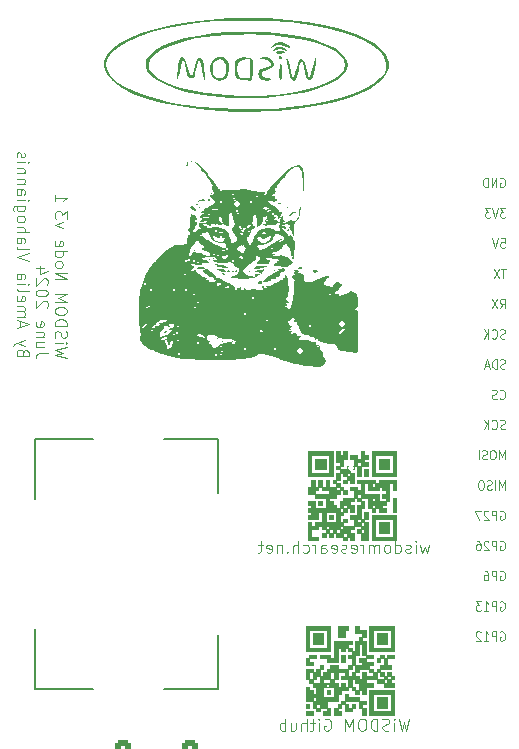
<source format=gbo>
G04 #@! TF.GenerationSoftware,KiCad,Pcbnew,8.0.1*
G04 #@! TF.CreationDate,2024-06-04T12:50:10-04:00*
G04 #@! TF.ProjectId,node_v3_1,6e6f6465-5f76-4335-9f31-2e6b69636164,rev?*
G04 #@! TF.SameCoordinates,Original*
G04 #@! TF.FileFunction,Legend,Bot*
G04 #@! TF.FilePolarity,Positive*
%FSLAX46Y46*%
G04 Gerber Fmt 4.6, Leading zero omitted, Abs format (unit mm)*
G04 Created by KiCad (PCBNEW 8.0.1) date 2024-06-04 12:50:10*
%MOMM*%
%LPD*%
G01*
G04 APERTURE LIST*
G04 Aperture macros list*
%AMRoundRect*
0 Rectangle with rounded corners*
0 $1 Rounding radius*
0 $2 $3 $4 $5 $6 $7 $8 $9 X,Y pos of 4 corners*
0 Add a 4 corners polygon primitive as box body*
4,1,4,$2,$3,$4,$5,$6,$7,$8,$9,$2,$3,0*
0 Add four circle primitives for the rounded corners*
1,1,$1+$1,$2,$3*
1,1,$1+$1,$4,$5*
1,1,$1+$1,$6,$7*
1,1,$1+$1,$8,$9*
0 Add four rect primitives between the rounded corners*
20,1,$1+$1,$2,$3,$4,$5,0*
20,1,$1+$1,$4,$5,$6,$7,0*
20,1,$1+$1,$6,$7,$8,$9,0*
20,1,$1+$1,$8,$9,$2,$3,0*%
G04 Aperture macros list end*
%ADD10C,0.100000*%
%ADD11C,0.000000*%
%ADD12C,0.010000*%
%ADD13C,0.127000*%
%ADD14C,4.400000*%
%ADD15R,1.700000X1.700000*%
%ADD16O,1.700000X1.700000*%
%ADD17RoundRect,0.250000X-0.425000X-1.600000X0.425000X-1.600000X0.425000X1.600000X-0.425000X1.600000X0*%
%ADD18C,0.650000*%
%ADD19O,1.254000X2.304000*%
%ADD20O,1.104000X2.004000*%
%ADD21C,18.004000*%
%ADD22C,2.504000*%
%ADD23C,0.304800*%
%ADD24C,0.508000*%
%ADD25C,0.406400*%
%ADD26C,0.250000*%
G04 APERTURE END LIST*
D10*
X134903468Y-90215353D02*
X133903468Y-89977258D01*
X133903468Y-89977258D02*
X134617754Y-89786782D01*
X134617754Y-89786782D02*
X133903468Y-89596306D01*
X133903468Y-89596306D02*
X134903468Y-89358211D01*
X133903468Y-88977258D02*
X134570135Y-88977258D01*
X134903468Y-88977258D02*
X134855849Y-89024877D01*
X134855849Y-89024877D02*
X134808230Y-88977258D01*
X134808230Y-88977258D02*
X134855849Y-88929639D01*
X134855849Y-88929639D02*
X134903468Y-88977258D01*
X134903468Y-88977258D02*
X134808230Y-88977258D01*
X133951088Y-88548687D02*
X133903468Y-88405830D01*
X133903468Y-88405830D02*
X133903468Y-88167735D01*
X133903468Y-88167735D02*
X133951088Y-88072497D01*
X133951088Y-88072497D02*
X133998707Y-88024878D01*
X133998707Y-88024878D02*
X134093945Y-87977259D01*
X134093945Y-87977259D02*
X134189183Y-87977259D01*
X134189183Y-87977259D02*
X134284421Y-88024878D01*
X134284421Y-88024878D02*
X134332040Y-88072497D01*
X134332040Y-88072497D02*
X134379659Y-88167735D01*
X134379659Y-88167735D02*
X134427278Y-88358211D01*
X134427278Y-88358211D02*
X134474897Y-88453449D01*
X134474897Y-88453449D02*
X134522516Y-88501068D01*
X134522516Y-88501068D02*
X134617754Y-88548687D01*
X134617754Y-88548687D02*
X134712992Y-88548687D01*
X134712992Y-88548687D02*
X134808230Y-88501068D01*
X134808230Y-88501068D02*
X134855849Y-88453449D01*
X134855849Y-88453449D02*
X134903468Y-88358211D01*
X134903468Y-88358211D02*
X134903468Y-88120116D01*
X134903468Y-88120116D02*
X134855849Y-87977259D01*
X133903468Y-87548687D02*
X134903468Y-87548687D01*
X134903468Y-87548687D02*
X134903468Y-87310592D01*
X134903468Y-87310592D02*
X134855849Y-87167735D01*
X134855849Y-87167735D02*
X134760611Y-87072497D01*
X134760611Y-87072497D02*
X134665373Y-87024878D01*
X134665373Y-87024878D02*
X134474897Y-86977259D01*
X134474897Y-86977259D02*
X134332040Y-86977259D01*
X134332040Y-86977259D02*
X134141564Y-87024878D01*
X134141564Y-87024878D02*
X134046326Y-87072497D01*
X134046326Y-87072497D02*
X133951088Y-87167735D01*
X133951088Y-87167735D02*
X133903468Y-87310592D01*
X133903468Y-87310592D02*
X133903468Y-87548687D01*
X134903468Y-86358211D02*
X134903468Y-86167735D01*
X134903468Y-86167735D02*
X134855849Y-86072497D01*
X134855849Y-86072497D02*
X134760611Y-85977259D01*
X134760611Y-85977259D02*
X134570135Y-85929640D01*
X134570135Y-85929640D02*
X134236802Y-85929640D01*
X134236802Y-85929640D02*
X134046326Y-85977259D01*
X134046326Y-85977259D02*
X133951088Y-86072497D01*
X133951088Y-86072497D02*
X133903468Y-86167735D01*
X133903468Y-86167735D02*
X133903468Y-86358211D01*
X133903468Y-86358211D02*
X133951088Y-86453449D01*
X133951088Y-86453449D02*
X134046326Y-86548687D01*
X134046326Y-86548687D02*
X134236802Y-86596306D01*
X134236802Y-86596306D02*
X134570135Y-86596306D01*
X134570135Y-86596306D02*
X134760611Y-86548687D01*
X134760611Y-86548687D02*
X134855849Y-86453449D01*
X134855849Y-86453449D02*
X134903468Y-86358211D01*
X133903468Y-85501068D02*
X134903468Y-85501068D01*
X134903468Y-85501068D02*
X134189183Y-85167735D01*
X134189183Y-85167735D02*
X134903468Y-84834402D01*
X134903468Y-84834402D02*
X133903468Y-84834402D01*
X133903468Y-83596306D02*
X134903468Y-83596306D01*
X134903468Y-83596306D02*
X133903468Y-83024878D01*
X133903468Y-83024878D02*
X134903468Y-83024878D01*
X133903468Y-82405830D02*
X133951088Y-82501068D01*
X133951088Y-82501068D02*
X133998707Y-82548687D01*
X133998707Y-82548687D02*
X134093945Y-82596306D01*
X134093945Y-82596306D02*
X134379659Y-82596306D01*
X134379659Y-82596306D02*
X134474897Y-82548687D01*
X134474897Y-82548687D02*
X134522516Y-82501068D01*
X134522516Y-82501068D02*
X134570135Y-82405830D01*
X134570135Y-82405830D02*
X134570135Y-82262973D01*
X134570135Y-82262973D02*
X134522516Y-82167735D01*
X134522516Y-82167735D02*
X134474897Y-82120116D01*
X134474897Y-82120116D02*
X134379659Y-82072497D01*
X134379659Y-82072497D02*
X134093945Y-82072497D01*
X134093945Y-82072497D02*
X133998707Y-82120116D01*
X133998707Y-82120116D02*
X133951088Y-82167735D01*
X133951088Y-82167735D02*
X133903468Y-82262973D01*
X133903468Y-82262973D02*
X133903468Y-82405830D01*
X133903468Y-81215354D02*
X134903468Y-81215354D01*
X133951088Y-81215354D02*
X133903468Y-81310592D01*
X133903468Y-81310592D02*
X133903468Y-81501068D01*
X133903468Y-81501068D02*
X133951088Y-81596306D01*
X133951088Y-81596306D02*
X133998707Y-81643925D01*
X133998707Y-81643925D02*
X134093945Y-81691544D01*
X134093945Y-81691544D02*
X134379659Y-81691544D01*
X134379659Y-81691544D02*
X134474897Y-81643925D01*
X134474897Y-81643925D02*
X134522516Y-81596306D01*
X134522516Y-81596306D02*
X134570135Y-81501068D01*
X134570135Y-81501068D02*
X134570135Y-81310592D01*
X134570135Y-81310592D02*
X134522516Y-81215354D01*
X133951088Y-80358211D02*
X133903468Y-80453449D01*
X133903468Y-80453449D02*
X133903468Y-80643925D01*
X133903468Y-80643925D02*
X133951088Y-80739163D01*
X133951088Y-80739163D02*
X134046326Y-80786782D01*
X134046326Y-80786782D02*
X134427278Y-80786782D01*
X134427278Y-80786782D02*
X134522516Y-80739163D01*
X134522516Y-80739163D02*
X134570135Y-80643925D01*
X134570135Y-80643925D02*
X134570135Y-80453449D01*
X134570135Y-80453449D02*
X134522516Y-80358211D01*
X134522516Y-80358211D02*
X134427278Y-80310592D01*
X134427278Y-80310592D02*
X134332040Y-80310592D01*
X134332040Y-80310592D02*
X134236802Y-80786782D01*
X134570135Y-79215353D02*
X133903468Y-78977258D01*
X133903468Y-78977258D02*
X134570135Y-78739163D01*
X134903468Y-78453448D02*
X134903468Y-77834401D01*
X134903468Y-77834401D02*
X134522516Y-78167734D01*
X134522516Y-78167734D02*
X134522516Y-78024877D01*
X134522516Y-78024877D02*
X134474897Y-77929639D01*
X134474897Y-77929639D02*
X134427278Y-77882020D01*
X134427278Y-77882020D02*
X134332040Y-77834401D01*
X134332040Y-77834401D02*
X134093945Y-77834401D01*
X134093945Y-77834401D02*
X133998707Y-77882020D01*
X133998707Y-77882020D02*
X133951088Y-77929639D01*
X133951088Y-77929639D02*
X133903468Y-78024877D01*
X133903468Y-78024877D02*
X133903468Y-78310591D01*
X133903468Y-78310591D02*
X133951088Y-78405829D01*
X133951088Y-78405829D02*
X133998707Y-78453448D01*
X133998707Y-77405829D02*
X133951088Y-77358210D01*
X133951088Y-77358210D02*
X133903468Y-77405829D01*
X133903468Y-77405829D02*
X133951088Y-77453448D01*
X133951088Y-77453448D02*
X133998707Y-77405829D01*
X133998707Y-77405829D02*
X133903468Y-77405829D01*
X133903468Y-76405830D02*
X133903468Y-76977258D01*
X133903468Y-76691544D02*
X134903468Y-76691544D01*
X134903468Y-76691544D02*
X134760611Y-76786782D01*
X134760611Y-76786782D02*
X134665373Y-76882020D01*
X134665373Y-76882020D02*
X134617754Y-76977258D01*
X133293524Y-89834401D02*
X132579239Y-89834401D01*
X132579239Y-89834401D02*
X132436382Y-89882020D01*
X132436382Y-89882020D02*
X132341144Y-89977258D01*
X132341144Y-89977258D02*
X132293524Y-90120115D01*
X132293524Y-90120115D02*
X132293524Y-90215353D01*
X132960191Y-88929639D02*
X132293524Y-88929639D01*
X132960191Y-89358210D02*
X132436382Y-89358210D01*
X132436382Y-89358210D02*
X132341144Y-89310591D01*
X132341144Y-89310591D02*
X132293524Y-89215353D01*
X132293524Y-89215353D02*
X132293524Y-89072496D01*
X132293524Y-89072496D02*
X132341144Y-88977258D01*
X132341144Y-88977258D02*
X132388763Y-88929639D01*
X132960191Y-88453448D02*
X132293524Y-88453448D01*
X132864953Y-88453448D02*
X132912572Y-88405829D01*
X132912572Y-88405829D02*
X132960191Y-88310591D01*
X132960191Y-88310591D02*
X132960191Y-88167734D01*
X132960191Y-88167734D02*
X132912572Y-88072496D01*
X132912572Y-88072496D02*
X132817334Y-88024877D01*
X132817334Y-88024877D02*
X132293524Y-88024877D01*
X132341144Y-87167734D02*
X132293524Y-87262972D01*
X132293524Y-87262972D02*
X132293524Y-87453448D01*
X132293524Y-87453448D02*
X132341144Y-87548686D01*
X132341144Y-87548686D02*
X132436382Y-87596305D01*
X132436382Y-87596305D02*
X132817334Y-87596305D01*
X132817334Y-87596305D02*
X132912572Y-87548686D01*
X132912572Y-87548686D02*
X132960191Y-87453448D01*
X132960191Y-87453448D02*
X132960191Y-87262972D01*
X132960191Y-87262972D02*
X132912572Y-87167734D01*
X132912572Y-87167734D02*
X132817334Y-87120115D01*
X132817334Y-87120115D02*
X132722096Y-87120115D01*
X132722096Y-87120115D02*
X132626858Y-87596305D01*
X133198286Y-85977257D02*
X133245905Y-85929638D01*
X133245905Y-85929638D02*
X133293524Y-85834400D01*
X133293524Y-85834400D02*
X133293524Y-85596305D01*
X133293524Y-85596305D02*
X133245905Y-85501067D01*
X133245905Y-85501067D02*
X133198286Y-85453448D01*
X133198286Y-85453448D02*
X133103048Y-85405829D01*
X133103048Y-85405829D02*
X133007810Y-85405829D01*
X133007810Y-85405829D02*
X132864953Y-85453448D01*
X132864953Y-85453448D02*
X132293524Y-86024876D01*
X132293524Y-86024876D02*
X132293524Y-85405829D01*
X133293524Y-84786781D02*
X133293524Y-84691543D01*
X133293524Y-84691543D02*
X133245905Y-84596305D01*
X133245905Y-84596305D02*
X133198286Y-84548686D01*
X133198286Y-84548686D02*
X133103048Y-84501067D01*
X133103048Y-84501067D02*
X132912572Y-84453448D01*
X132912572Y-84453448D02*
X132674477Y-84453448D01*
X132674477Y-84453448D02*
X132484001Y-84501067D01*
X132484001Y-84501067D02*
X132388763Y-84548686D01*
X132388763Y-84548686D02*
X132341144Y-84596305D01*
X132341144Y-84596305D02*
X132293524Y-84691543D01*
X132293524Y-84691543D02*
X132293524Y-84786781D01*
X132293524Y-84786781D02*
X132341144Y-84882019D01*
X132341144Y-84882019D02*
X132388763Y-84929638D01*
X132388763Y-84929638D02*
X132484001Y-84977257D01*
X132484001Y-84977257D02*
X132674477Y-85024876D01*
X132674477Y-85024876D02*
X132912572Y-85024876D01*
X132912572Y-85024876D02*
X133103048Y-84977257D01*
X133103048Y-84977257D02*
X133198286Y-84929638D01*
X133198286Y-84929638D02*
X133245905Y-84882019D01*
X133245905Y-84882019D02*
X133293524Y-84786781D01*
X133198286Y-84072495D02*
X133245905Y-84024876D01*
X133245905Y-84024876D02*
X133293524Y-83929638D01*
X133293524Y-83929638D02*
X133293524Y-83691543D01*
X133293524Y-83691543D02*
X133245905Y-83596305D01*
X133245905Y-83596305D02*
X133198286Y-83548686D01*
X133198286Y-83548686D02*
X133103048Y-83501067D01*
X133103048Y-83501067D02*
X133007810Y-83501067D01*
X133007810Y-83501067D02*
X132864953Y-83548686D01*
X132864953Y-83548686D02*
X132293524Y-84120114D01*
X132293524Y-84120114D02*
X132293524Y-83501067D01*
X132960191Y-82643924D02*
X132293524Y-82643924D01*
X133341144Y-82882019D02*
X132626858Y-83120114D01*
X132626858Y-83120114D02*
X132626858Y-82501067D01*
X131207390Y-89786782D02*
X131159771Y-89643925D01*
X131159771Y-89643925D02*
X131112152Y-89596306D01*
X131112152Y-89596306D02*
X131016914Y-89548687D01*
X131016914Y-89548687D02*
X130874057Y-89548687D01*
X130874057Y-89548687D02*
X130778819Y-89596306D01*
X130778819Y-89596306D02*
X130731200Y-89643925D01*
X130731200Y-89643925D02*
X130683580Y-89739163D01*
X130683580Y-89739163D02*
X130683580Y-90120115D01*
X130683580Y-90120115D02*
X131683580Y-90120115D01*
X131683580Y-90120115D02*
X131683580Y-89786782D01*
X131683580Y-89786782D02*
X131635961Y-89691544D01*
X131635961Y-89691544D02*
X131588342Y-89643925D01*
X131588342Y-89643925D02*
X131493104Y-89596306D01*
X131493104Y-89596306D02*
X131397866Y-89596306D01*
X131397866Y-89596306D02*
X131302628Y-89643925D01*
X131302628Y-89643925D02*
X131255009Y-89691544D01*
X131255009Y-89691544D02*
X131207390Y-89786782D01*
X131207390Y-89786782D02*
X131207390Y-90120115D01*
X131350247Y-89215353D02*
X130683580Y-88977258D01*
X131350247Y-88739163D02*
X130683580Y-88977258D01*
X130683580Y-88977258D02*
X130445485Y-89072496D01*
X130445485Y-89072496D02*
X130397866Y-89120115D01*
X130397866Y-89120115D02*
X130350247Y-89215353D01*
X130969295Y-87643924D02*
X130969295Y-87167734D01*
X130683580Y-87739162D02*
X131683580Y-87405829D01*
X131683580Y-87405829D02*
X130683580Y-87072496D01*
X130683580Y-86739162D02*
X131350247Y-86739162D01*
X131255009Y-86739162D02*
X131302628Y-86691543D01*
X131302628Y-86691543D02*
X131350247Y-86596305D01*
X131350247Y-86596305D02*
X131350247Y-86453448D01*
X131350247Y-86453448D02*
X131302628Y-86358210D01*
X131302628Y-86358210D02*
X131207390Y-86310591D01*
X131207390Y-86310591D02*
X130683580Y-86310591D01*
X131207390Y-86310591D02*
X131302628Y-86262972D01*
X131302628Y-86262972D02*
X131350247Y-86167734D01*
X131350247Y-86167734D02*
X131350247Y-86024877D01*
X131350247Y-86024877D02*
X131302628Y-85929638D01*
X131302628Y-85929638D02*
X131207390Y-85882019D01*
X131207390Y-85882019D02*
X130683580Y-85882019D01*
X130731200Y-85024877D02*
X130683580Y-85120115D01*
X130683580Y-85120115D02*
X130683580Y-85310591D01*
X130683580Y-85310591D02*
X130731200Y-85405829D01*
X130731200Y-85405829D02*
X130826438Y-85453448D01*
X130826438Y-85453448D02*
X131207390Y-85453448D01*
X131207390Y-85453448D02*
X131302628Y-85405829D01*
X131302628Y-85405829D02*
X131350247Y-85310591D01*
X131350247Y-85310591D02*
X131350247Y-85120115D01*
X131350247Y-85120115D02*
X131302628Y-85024877D01*
X131302628Y-85024877D02*
X131207390Y-84977258D01*
X131207390Y-84977258D02*
X131112152Y-84977258D01*
X131112152Y-84977258D02*
X131016914Y-85453448D01*
X130683580Y-84405829D02*
X130731200Y-84501067D01*
X130731200Y-84501067D02*
X130826438Y-84548686D01*
X130826438Y-84548686D02*
X131683580Y-84548686D01*
X130683580Y-84024876D02*
X131350247Y-84024876D01*
X131683580Y-84024876D02*
X131635961Y-84072495D01*
X131635961Y-84072495D02*
X131588342Y-84024876D01*
X131588342Y-84024876D02*
X131635961Y-83977257D01*
X131635961Y-83977257D02*
X131683580Y-84024876D01*
X131683580Y-84024876D02*
X131588342Y-84024876D01*
X130683580Y-83120115D02*
X131207390Y-83120115D01*
X131207390Y-83120115D02*
X131302628Y-83167734D01*
X131302628Y-83167734D02*
X131350247Y-83262972D01*
X131350247Y-83262972D02*
X131350247Y-83453448D01*
X131350247Y-83453448D02*
X131302628Y-83548686D01*
X130731200Y-83120115D02*
X130683580Y-83215353D01*
X130683580Y-83215353D02*
X130683580Y-83453448D01*
X130683580Y-83453448D02*
X130731200Y-83548686D01*
X130731200Y-83548686D02*
X130826438Y-83596305D01*
X130826438Y-83596305D02*
X130921676Y-83596305D01*
X130921676Y-83596305D02*
X131016914Y-83548686D01*
X131016914Y-83548686D02*
X131064533Y-83453448D01*
X131064533Y-83453448D02*
X131064533Y-83215353D01*
X131064533Y-83215353D02*
X131112152Y-83120115D01*
X131683580Y-82024876D02*
X130683580Y-81691543D01*
X130683580Y-81691543D02*
X131683580Y-81358210D01*
X130683580Y-80882019D02*
X130731200Y-80977257D01*
X130731200Y-80977257D02*
X130826438Y-81024876D01*
X130826438Y-81024876D02*
X131683580Y-81024876D01*
X130683580Y-80072495D02*
X131207390Y-80072495D01*
X131207390Y-80072495D02*
X131302628Y-80120114D01*
X131302628Y-80120114D02*
X131350247Y-80215352D01*
X131350247Y-80215352D02*
X131350247Y-80405828D01*
X131350247Y-80405828D02*
X131302628Y-80501066D01*
X130731200Y-80072495D02*
X130683580Y-80167733D01*
X130683580Y-80167733D02*
X130683580Y-80405828D01*
X130683580Y-80405828D02*
X130731200Y-80501066D01*
X130731200Y-80501066D02*
X130826438Y-80548685D01*
X130826438Y-80548685D02*
X130921676Y-80548685D01*
X130921676Y-80548685D02*
X131016914Y-80501066D01*
X131016914Y-80501066D02*
X131064533Y-80405828D01*
X131064533Y-80405828D02*
X131064533Y-80167733D01*
X131064533Y-80167733D02*
X131112152Y-80072495D01*
X130683580Y-79596304D02*
X131683580Y-79596304D01*
X130683580Y-79167733D02*
X131207390Y-79167733D01*
X131207390Y-79167733D02*
X131302628Y-79215352D01*
X131302628Y-79215352D02*
X131350247Y-79310590D01*
X131350247Y-79310590D02*
X131350247Y-79453447D01*
X131350247Y-79453447D02*
X131302628Y-79548685D01*
X131302628Y-79548685D02*
X131255009Y-79596304D01*
X130683580Y-78548685D02*
X130731200Y-78643923D01*
X130731200Y-78643923D02*
X130778819Y-78691542D01*
X130778819Y-78691542D02*
X130874057Y-78739161D01*
X130874057Y-78739161D02*
X131159771Y-78739161D01*
X131159771Y-78739161D02*
X131255009Y-78691542D01*
X131255009Y-78691542D02*
X131302628Y-78643923D01*
X131302628Y-78643923D02*
X131350247Y-78548685D01*
X131350247Y-78548685D02*
X131350247Y-78405828D01*
X131350247Y-78405828D02*
X131302628Y-78310590D01*
X131302628Y-78310590D02*
X131255009Y-78262971D01*
X131255009Y-78262971D02*
X131159771Y-78215352D01*
X131159771Y-78215352D02*
X130874057Y-78215352D01*
X130874057Y-78215352D02*
X130778819Y-78262971D01*
X130778819Y-78262971D02*
X130731200Y-78310590D01*
X130731200Y-78310590D02*
X130683580Y-78405828D01*
X130683580Y-78405828D02*
X130683580Y-78548685D01*
X131350247Y-77358209D02*
X130540723Y-77358209D01*
X130540723Y-77358209D02*
X130445485Y-77405828D01*
X130445485Y-77405828D02*
X130397866Y-77453447D01*
X130397866Y-77453447D02*
X130350247Y-77548685D01*
X130350247Y-77548685D02*
X130350247Y-77691542D01*
X130350247Y-77691542D02*
X130397866Y-77786780D01*
X130731200Y-77358209D02*
X130683580Y-77453447D01*
X130683580Y-77453447D02*
X130683580Y-77643923D01*
X130683580Y-77643923D02*
X130731200Y-77739161D01*
X130731200Y-77739161D02*
X130778819Y-77786780D01*
X130778819Y-77786780D02*
X130874057Y-77834399D01*
X130874057Y-77834399D02*
X131159771Y-77834399D01*
X131159771Y-77834399D02*
X131255009Y-77786780D01*
X131255009Y-77786780D02*
X131302628Y-77739161D01*
X131302628Y-77739161D02*
X131350247Y-77643923D01*
X131350247Y-77643923D02*
X131350247Y-77453447D01*
X131350247Y-77453447D02*
X131302628Y-77358209D01*
X130683580Y-76882018D02*
X131350247Y-76882018D01*
X131683580Y-76882018D02*
X131635961Y-76929637D01*
X131635961Y-76929637D02*
X131588342Y-76882018D01*
X131588342Y-76882018D02*
X131635961Y-76834399D01*
X131635961Y-76834399D02*
X131683580Y-76882018D01*
X131683580Y-76882018D02*
X131588342Y-76882018D01*
X130683580Y-75977257D02*
X131207390Y-75977257D01*
X131207390Y-75977257D02*
X131302628Y-76024876D01*
X131302628Y-76024876D02*
X131350247Y-76120114D01*
X131350247Y-76120114D02*
X131350247Y-76310590D01*
X131350247Y-76310590D02*
X131302628Y-76405828D01*
X130731200Y-75977257D02*
X130683580Y-76072495D01*
X130683580Y-76072495D02*
X130683580Y-76310590D01*
X130683580Y-76310590D02*
X130731200Y-76405828D01*
X130731200Y-76405828D02*
X130826438Y-76453447D01*
X130826438Y-76453447D02*
X130921676Y-76453447D01*
X130921676Y-76453447D02*
X131016914Y-76405828D01*
X131016914Y-76405828D02*
X131064533Y-76310590D01*
X131064533Y-76310590D02*
X131064533Y-76072495D01*
X131064533Y-76072495D02*
X131112152Y-75977257D01*
X131350247Y-75501066D02*
X130683580Y-75501066D01*
X131255009Y-75501066D02*
X131302628Y-75453447D01*
X131302628Y-75453447D02*
X131350247Y-75358209D01*
X131350247Y-75358209D02*
X131350247Y-75215352D01*
X131350247Y-75215352D02*
X131302628Y-75120114D01*
X131302628Y-75120114D02*
X131207390Y-75072495D01*
X131207390Y-75072495D02*
X130683580Y-75072495D01*
X131350247Y-74596304D02*
X130683580Y-74596304D01*
X131255009Y-74596304D02*
X131302628Y-74548685D01*
X131302628Y-74548685D02*
X131350247Y-74453447D01*
X131350247Y-74453447D02*
X131350247Y-74310590D01*
X131350247Y-74310590D02*
X131302628Y-74215352D01*
X131302628Y-74215352D02*
X131207390Y-74167733D01*
X131207390Y-74167733D02*
X130683580Y-74167733D01*
X130683580Y-73691542D02*
X131350247Y-73691542D01*
X131683580Y-73691542D02*
X131635961Y-73739161D01*
X131635961Y-73739161D02*
X131588342Y-73691542D01*
X131588342Y-73691542D02*
X131635961Y-73643923D01*
X131635961Y-73643923D02*
X131683580Y-73691542D01*
X131683580Y-73691542D02*
X131588342Y-73691542D01*
X130731200Y-73262971D02*
X130683580Y-73167733D01*
X130683580Y-73167733D02*
X130683580Y-72977257D01*
X130683580Y-72977257D02*
X130731200Y-72882019D01*
X130731200Y-72882019D02*
X130826438Y-72834400D01*
X130826438Y-72834400D02*
X130874057Y-72834400D01*
X130874057Y-72834400D02*
X130969295Y-72882019D01*
X130969295Y-72882019D02*
X131016914Y-72977257D01*
X131016914Y-72977257D02*
X131016914Y-73120114D01*
X131016914Y-73120114D02*
X131064533Y-73215352D01*
X131064533Y-73215352D02*
X131159771Y-73262971D01*
X131159771Y-73262971D02*
X131207390Y-73262971D01*
X131207390Y-73262971D02*
X131302628Y-73215352D01*
X131302628Y-73215352D02*
X131350247Y-73120114D01*
X131350247Y-73120114D02*
X131350247Y-72977257D01*
X131350247Y-72977257D02*
X131302628Y-72882019D01*
X163875353Y-120792419D02*
X163637258Y-121792419D01*
X163637258Y-121792419D02*
X163446782Y-121078133D01*
X163446782Y-121078133D02*
X163256306Y-121792419D01*
X163256306Y-121792419D02*
X163018211Y-120792419D01*
X162637258Y-121792419D02*
X162637258Y-121125752D01*
X162637258Y-120792419D02*
X162684877Y-120840038D01*
X162684877Y-120840038D02*
X162637258Y-120887657D01*
X162637258Y-120887657D02*
X162589639Y-120840038D01*
X162589639Y-120840038D02*
X162637258Y-120792419D01*
X162637258Y-120792419D02*
X162637258Y-120887657D01*
X162208687Y-121744800D02*
X162065830Y-121792419D01*
X162065830Y-121792419D02*
X161827735Y-121792419D01*
X161827735Y-121792419D02*
X161732497Y-121744800D01*
X161732497Y-121744800D02*
X161684878Y-121697180D01*
X161684878Y-121697180D02*
X161637259Y-121601942D01*
X161637259Y-121601942D02*
X161637259Y-121506704D01*
X161637259Y-121506704D02*
X161684878Y-121411466D01*
X161684878Y-121411466D02*
X161732497Y-121363847D01*
X161732497Y-121363847D02*
X161827735Y-121316228D01*
X161827735Y-121316228D02*
X162018211Y-121268609D01*
X162018211Y-121268609D02*
X162113449Y-121220990D01*
X162113449Y-121220990D02*
X162161068Y-121173371D01*
X162161068Y-121173371D02*
X162208687Y-121078133D01*
X162208687Y-121078133D02*
X162208687Y-120982895D01*
X162208687Y-120982895D02*
X162161068Y-120887657D01*
X162161068Y-120887657D02*
X162113449Y-120840038D01*
X162113449Y-120840038D02*
X162018211Y-120792419D01*
X162018211Y-120792419D02*
X161780116Y-120792419D01*
X161780116Y-120792419D02*
X161637259Y-120840038D01*
X161208687Y-121792419D02*
X161208687Y-120792419D01*
X161208687Y-120792419D02*
X160970592Y-120792419D01*
X160970592Y-120792419D02*
X160827735Y-120840038D01*
X160827735Y-120840038D02*
X160732497Y-120935276D01*
X160732497Y-120935276D02*
X160684878Y-121030514D01*
X160684878Y-121030514D02*
X160637259Y-121220990D01*
X160637259Y-121220990D02*
X160637259Y-121363847D01*
X160637259Y-121363847D02*
X160684878Y-121554323D01*
X160684878Y-121554323D02*
X160732497Y-121649561D01*
X160732497Y-121649561D02*
X160827735Y-121744800D01*
X160827735Y-121744800D02*
X160970592Y-121792419D01*
X160970592Y-121792419D02*
X161208687Y-121792419D01*
X160018211Y-120792419D02*
X159827735Y-120792419D01*
X159827735Y-120792419D02*
X159732497Y-120840038D01*
X159732497Y-120840038D02*
X159637259Y-120935276D01*
X159637259Y-120935276D02*
X159589640Y-121125752D01*
X159589640Y-121125752D02*
X159589640Y-121459085D01*
X159589640Y-121459085D02*
X159637259Y-121649561D01*
X159637259Y-121649561D02*
X159732497Y-121744800D01*
X159732497Y-121744800D02*
X159827735Y-121792419D01*
X159827735Y-121792419D02*
X160018211Y-121792419D01*
X160018211Y-121792419D02*
X160113449Y-121744800D01*
X160113449Y-121744800D02*
X160208687Y-121649561D01*
X160208687Y-121649561D02*
X160256306Y-121459085D01*
X160256306Y-121459085D02*
X160256306Y-121125752D01*
X160256306Y-121125752D02*
X160208687Y-120935276D01*
X160208687Y-120935276D02*
X160113449Y-120840038D01*
X160113449Y-120840038D02*
X160018211Y-120792419D01*
X159161068Y-121792419D02*
X159161068Y-120792419D01*
X159161068Y-120792419D02*
X158827735Y-121506704D01*
X158827735Y-121506704D02*
X158494402Y-120792419D01*
X158494402Y-120792419D02*
X158494402Y-121792419D01*
X156732497Y-120840038D02*
X156827735Y-120792419D01*
X156827735Y-120792419D02*
X156970592Y-120792419D01*
X156970592Y-120792419D02*
X157113449Y-120840038D01*
X157113449Y-120840038D02*
X157208687Y-120935276D01*
X157208687Y-120935276D02*
X157256306Y-121030514D01*
X157256306Y-121030514D02*
X157303925Y-121220990D01*
X157303925Y-121220990D02*
X157303925Y-121363847D01*
X157303925Y-121363847D02*
X157256306Y-121554323D01*
X157256306Y-121554323D02*
X157208687Y-121649561D01*
X157208687Y-121649561D02*
X157113449Y-121744800D01*
X157113449Y-121744800D02*
X156970592Y-121792419D01*
X156970592Y-121792419D02*
X156875354Y-121792419D01*
X156875354Y-121792419D02*
X156732497Y-121744800D01*
X156732497Y-121744800D02*
X156684878Y-121697180D01*
X156684878Y-121697180D02*
X156684878Y-121363847D01*
X156684878Y-121363847D02*
X156875354Y-121363847D01*
X156256306Y-121792419D02*
X156256306Y-121125752D01*
X156256306Y-120792419D02*
X156303925Y-120840038D01*
X156303925Y-120840038D02*
X156256306Y-120887657D01*
X156256306Y-120887657D02*
X156208687Y-120840038D01*
X156208687Y-120840038D02*
X156256306Y-120792419D01*
X156256306Y-120792419D02*
X156256306Y-120887657D01*
X155922973Y-121125752D02*
X155542021Y-121125752D01*
X155780116Y-120792419D02*
X155780116Y-121649561D01*
X155780116Y-121649561D02*
X155732497Y-121744800D01*
X155732497Y-121744800D02*
X155637259Y-121792419D01*
X155637259Y-121792419D02*
X155542021Y-121792419D01*
X155208687Y-121792419D02*
X155208687Y-120792419D01*
X154780116Y-121792419D02*
X154780116Y-121268609D01*
X154780116Y-121268609D02*
X154827735Y-121173371D01*
X154827735Y-121173371D02*
X154922973Y-121125752D01*
X154922973Y-121125752D02*
X155065830Y-121125752D01*
X155065830Y-121125752D02*
X155161068Y-121173371D01*
X155161068Y-121173371D02*
X155208687Y-121220990D01*
X153875354Y-121125752D02*
X153875354Y-121792419D01*
X154303925Y-121125752D02*
X154303925Y-121649561D01*
X154303925Y-121649561D02*
X154256306Y-121744800D01*
X154256306Y-121744800D02*
X154161068Y-121792419D01*
X154161068Y-121792419D02*
X154018211Y-121792419D01*
X154018211Y-121792419D02*
X153922973Y-121744800D01*
X153922973Y-121744800D02*
X153875354Y-121697180D01*
X153399163Y-121792419D02*
X153399163Y-120792419D01*
X153399163Y-121173371D02*
X153303925Y-121125752D01*
X153303925Y-121125752D02*
X153113449Y-121125752D01*
X153113449Y-121125752D02*
X153018211Y-121173371D01*
X153018211Y-121173371D02*
X152970592Y-121220990D01*
X152970592Y-121220990D02*
X152922973Y-121316228D01*
X152922973Y-121316228D02*
X152922973Y-121601942D01*
X152922973Y-121601942D02*
X152970592Y-121697180D01*
X152970592Y-121697180D02*
X153018211Y-121744800D01*
X153018211Y-121744800D02*
X153113449Y-121792419D01*
X153113449Y-121792419D02*
X153303925Y-121792419D01*
X153303925Y-121792419D02*
X153399163Y-121744800D01*
X165581853Y-106068252D02*
X165391377Y-106734919D01*
X165391377Y-106734919D02*
X165200901Y-106258728D01*
X165200901Y-106258728D02*
X165010425Y-106734919D01*
X165010425Y-106734919D02*
X164819949Y-106068252D01*
X164438996Y-106734919D02*
X164438996Y-106068252D01*
X164438996Y-105734919D02*
X164486615Y-105782538D01*
X164486615Y-105782538D02*
X164438996Y-105830157D01*
X164438996Y-105830157D02*
X164391377Y-105782538D01*
X164391377Y-105782538D02*
X164438996Y-105734919D01*
X164438996Y-105734919D02*
X164438996Y-105830157D01*
X164010425Y-106687300D02*
X163915187Y-106734919D01*
X163915187Y-106734919D02*
X163724711Y-106734919D01*
X163724711Y-106734919D02*
X163629473Y-106687300D01*
X163629473Y-106687300D02*
X163581854Y-106592061D01*
X163581854Y-106592061D02*
X163581854Y-106544442D01*
X163581854Y-106544442D02*
X163629473Y-106449204D01*
X163629473Y-106449204D02*
X163724711Y-106401585D01*
X163724711Y-106401585D02*
X163867568Y-106401585D01*
X163867568Y-106401585D02*
X163962806Y-106353966D01*
X163962806Y-106353966D02*
X164010425Y-106258728D01*
X164010425Y-106258728D02*
X164010425Y-106211109D01*
X164010425Y-106211109D02*
X163962806Y-106115871D01*
X163962806Y-106115871D02*
X163867568Y-106068252D01*
X163867568Y-106068252D02*
X163724711Y-106068252D01*
X163724711Y-106068252D02*
X163629473Y-106115871D01*
X162724711Y-106734919D02*
X162724711Y-105734919D01*
X162724711Y-106687300D02*
X162819949Y-106734919D01*
X162819949Y-106734919D02*
X163010425Y-106734919D01*
X163010425Y-106734919D02*
X163105663Y-106687300D01*
X163105663Y-106687300D02*
X163153282Y-106639680D01*
X163153282Y-106639680D02*
X163200901Y-106544442D01*
X163200901Y-106544442D02*
X163200901Y-106258728D01*
X163200901Y-106258728D02*
X163153282Y-106163490D01*
X163153282Y-106163490D02*
X163105663Y-106115871D01*
X163105663Y-106115871D02*
X163010425Y-106068252D01*
X163010425Y-106068252D02*
X162819949Y-106068252D01*
X162819949Y-106068252D02*
X162724711Y-106115871D01*
X162105663Y-106734919D02*
X162200901Y-106687300D01*
X162200901Y-106687300D02*
X162248520Y-106639680D01*
X162248520Y-106639680D02*
X162296139Y-106544442D01*
X162296139Y-106544442D02*
X162296139Y-106258728D01*
X162296139Y-106258728D02*
X162248520Y-106163490D01*
X162248520Y-106163490D02*
X162200901Y-106115871D01*
X162200901Y-106115871D02*
X162105663Y-106068252D01*
X162105663Y-106068252D02*
X161962806Y-106068252D01*
X161962806Y-106068252D02*
X161867568Y-106115871D01*
X161867568Y-106115871D02*
X161819949Y-106163490D01*
X161819949Y-106163490D02*
X161772330Y-106258728D01*
X161772330Y-106258728D02*
X161772330Y-106544442D01*
X161772330Y-106544442D02*
X161819949Y-106639680D01*
X161819949Y-106639680D02*
X161867568Y-106687300D01*
X161867568Y-106687300D02*
X161962806Y-106734919D01*
X161962806Y-106734919D02*
X162105663Y-106734919D01*
X161343758Y-106734919D02*
X161343758Y-106068252D01*
X161343758Y-106163490D02*
X161296139Y-106115871D01*
X161296139Y-106115871D02*
X161200901Y-106068252D01*
X161200901Y-106068252D02*
X161058044Y-106068252D01*
X161058044Y-106068252D02*
X160962806Y-106115871D01*
X160962806Y-106115871D02*
X160915187Y-106211109D01*
X160915187Y-106211109D02*
X160915187Y-106734919D01*
X160915187Y-106211109D02*
X160867568Y-106115871D01*
X160867568Y-106115871D02*
X160772330Y-106068252D01*
X160772330Y-106068252D02*
X160629473Y-106068252D01*
X160629473Y-106068252D02*
X160534234Y-106115871D01*
X160534234Y-106115871D02*
X160486615Y-106211109D01*
X160486615Y-106211109D02*
X160486615Y-106734919D01*
X160010425Y-106734919D02*
X160010425Y-106068252D01*
X160010425Y-106258728D02*
X159962806Y-106163490D01*
X159962806Y-106163490D02*
X159915187Y-106115871D01*
X159915187Y-106115871D02*
X159819949Y-106068252D01*
X159819949Y-106068252D02*
X159724711Y-106068252D01*
X159010425Y-106687300D02*
X159105663Y-106734919D01*
X159105663Y-106734919D02*
X159296139Y-106734919D01*
X159296139Y-106734919D02*
X159391377Y-106687300D01*
X159391377Y-106687300D02*
X159438996Y-106592061D01*
X159438996Y-106592061D02*
X159438996Y-106211109D01*
X159438996Y-106211109D02*
X159391377Y-106115871D01*
X159391377Y-106115871D02*
X159296139Y-106068252D01*
X159296139Y-106068252D02*
X159105663Y-106068252D01*
X159105663Y-106068252D02*
X159010425Y-106115871D01*
X159010425Y-106115871D02*
X158962806Y-106211109D01*
X158962806Y-106211109D02*
X158962806Y-106306347D01*
X158962806Y-106306347D02*
X159438996Y-106401585D01*
X158581853Y-106687300D02*
X158486615Y-106734919D01*
X158486615Y-106734919D02*
X158296139Y-106734919D01*
X158296139Y-106734919D02*
X158200901Y-106687300D01*
X158200901Y-106687300D02*
X158153282Y-106592061D01*
X158153282Y-106592061D02*
X158153282Y-106544442D01*
X158153282Y-106544442D02*
X158200901Y-106449204D01*
X158200901Y-106449204D02*
X158296139Y-106401585D01*
X158296139Y-106401585D02*
X158438996Y-106401585D01*
X158438996Y-106401585D02*
X158534234Y-106353966D01*
X158534234Y-106353966D02*
X158581853Y-106258728D01*
X158581853Y-106258728D02*
X158581853Y-106211109D01*
X158581853Y-106211109D02*
X158534234Y-106115871D01*
X158534234Y-106115871D02*
X158438996Y-106068252D01*
X158438996Y-106068252D02*
X158296139Y-106068252D01*
X158296139Y-106068252D02*
X158200901Y-106115871D01*
X157343758Y-106687300D02*
X157438996Y-106734919D01*
X157438996Y-106734919D02*
X157629472Y-106734919D01*
X157629472Y-106734919D02*
X157724710Y-106687300D01*
X157724710Y-106687300D02*
X157772329Y-106592061D01*
X157772329Y-106592061D02*
X157772329Y-106211109D01*
X157772329Y-106211109D02*
X157724710Y-106115871D01*
X157724710Y-106115871D02*
X157629472Y-106068252D01*
X157629472Y-106068252D02*
X157438996Y-106068252D01*
X157438996Y-106068252D02*
X157343758Y-106115871D01*
X157343758Y-106115871D02*
X157296139Y-106211109D01*
X157296139Y-106211109D02*
X157296139Y-106306347D01*
X157296139Y-106306347D02*
X157772329Y-106401585D01*
X156438996Y-106734919D02*
X156438996Y-106211109D01*
X156438996Y-106211109D02*
X156486615Y-106115871D01*
X156486615Y-106115871D02*
X156581853Y-106068252D01*
X156581853Y-106068252D02*
X156772329Y-106068252D01*
X156772329Y-106068252D02*
X156867567Y-106115871D01*
X156438996Y-106687300D02*
X156534234Y-106734919D01*
X156534234Y-106734919D02*
X156772329Y-106734919D01*
X156772329Y-106734919D02*
X156867567Y-106687300D01*
X156867567Y-106687300D02*
X156915186Y-106592061D01*
X156915186Y-106592061D02*
X156915186Y-106496823D01*
X156915186Y-106496823D02*
X156867567Y-106401585D01*
X156867567Y-106401585D02*
X156772329Y-106353966D01*
X156772329Y-106353966D02*
X156534234Y-106353966D01*
X156534234Y-106353966D02*
X156438996Y-106306347D01*
X155962805Y-106734919D02*
X155962805Y-106068252D01*
X155962805Y-106258728D02*
X155915186Y-106163490D01*
X155915186Y-106163490D02*
X155867567Y-106115871D01*
X155867567Y-106115871D02*
X155772329Y-106068252D01*
X155772329Y-106068252D02*
X155677091Y-106068252D01*
X154915186Y-106687300D02*
X155010424Y-106734919D01*
X155010424Y-106734919D02*
X155200900Y-106734919D01*
X155200900Y-106734919D02*
X155296138Y-106687300D01*
X155296138Y-106687300D02*
X155343757Y-106639680D01*
X155343757Y-106639680D02*
X155391376Y-106544442D01*
X155391376Y-106544442D02*
X155391376Y-106258728D01*
X155391376Y-106258728D02*
X155343757Y-106163490D01*
X155343757Y-106163490D02*
X155296138Y-106115871D01*
X155296138Y-106115871D02*
X155200900Y-106068252D01*
X155200900Y-106068252D02*
X155010424Y-106068252D01*
X155010424Y-106068252D02*
X154915186Y-106115871D01*
X154486614Y-106734919D02*
X154486614Y-105734919D01*
X154058043Y-106734919D02*
X154058043Y-106211109D01*
X154058043Y-106211109D02*
X154105662Y-106115871D01*
X154105662Y-106115871D02*
X154200900Y-106068252D01*
X154200900Y-106068252D02*
X154343757Y-106068252D01*
X154343757Y-106068252D02*
X154438995Y-106115871D01*
X154438995Y-106115871D02*
X154486614Y-106163490D01*
X153581852Y-106639680D02*
X153534233Y-106687300D01*
X153534233Y-106687300D02*
X153581852Y-106734919D01*
X153581852Y-106734919D02*
X153629471Y-106687300D01*
X153629471Y-106687300D02*
X153581852Y-106639680D01*
X153581852Y-106639680D02*
X153581852Y-106734919D01*
X153105662Y-106068252D02*
X153105662Y-106734919D01*
X153105662Y-106163490D02*
X153058043Y-106115871D01*
X153058043Y-106115871D02*
X152962805Y-106068252D01*
X152962805Y-106068252D02*
X152819948Y-106068252D01*
X152819948Y-106068252D02*
X152724710Y-106115871D01*
X152724710Y-106115871D02*
X152677091Y-106211109D01*
X152677091Y-106211109D02*
X152677091Y-106734919D01*
X151819948Y-106687300D02*
X151915186Y-106734919D01*
X151915186Y-106734919D02*
X152105662Y-106734919D01*
X152105662Y-106734919D02*
X152200900Y-106687300D01*
X152200900Y-106687300D02*
X152248519Y-106592061D01*
X152248519Y-106592061D02*
X152248519Y-106211109D01*
X152248519Y-106211109D02*
X152200900Y-106115871D01*
X152200900Y-106115871D02*
X152105662Y-106068252D01*
X152105662Y-106068252D02*
X151915186Y-106068252D01*
X151915186Y-106068252D02*
X151819948Y-106115871D01*
X151819948Y-106115871D02*
X151772329Y-106211109D01*
X151772329Y-106211109D02*
X151772329Y-106306347D01*
X151772329Y-106306347D02*
X152248519Y-106401585D01*
X151486614Y-106068252D02*
X151105662Y-106068252D01*
X151343757Y-105734919D02*
X151343757Y-106592061D01*
X151343757Y-106592061D02*
X151296138Y-106687300D01*
X151296138Y-106687300D02*
X151200900Y-106734919D01*
X151200900Y-106734919D02*
X151105662Y-106734919D01*
X171612877Y-75043214D02*
X171679544Y-75005357D01*
X171679544Y-75005357D02*
X171779544Y-75005357D01*
X171779544Y-75005357D02*
X171879544Y-75043214D01*
X171879544Y-75043214D02*
X171946211Y-75118928D01*
X171946211Y-75118928D02*
X171979544Y-75194642D01*
X171979544Y-75194642D02*
X172012877Y-75346071D01*
X172012877Y-75346071D02*
X172012877Y-75459642D01*
X172012877Y-75459642D02*
X171979544Y-75611071D01*
X171979544Y-75611071D02*
X171946211Y-75686785D01*
X171946211Y-75686785D02*
X171879544Y-75762500D01*
X171879544Y-75762500D02*
X171779544Y-75800357D01*
X171779544Y-75800357D02*
X171712877Y-75800357D01*
X171712877Y-75800357D02*
X171612877Y-75762500D01*
X171612877Y-75762500D02*
X171579544Y-75724642D01*
X171579544Y-75724642D02*
X171579544Y-75459642D01*
X171579544Y-75459642D02*
X171712877Y-75459642D01*
X171279544Y-75800357D02*
X171279544Y-75005357D01*
X171279544Y-75005357D02*
X170879544Y-75800357D01*
X170879544Y-75800357D02*
X170879544Y-75005357D01*
X170546211Y-75800357D02*
X170546211Y-75005357D01*
X170546211Y-75005357D02*
X170379544Y-75005357D01*
X170379544Y-75005357D02*
X170279544Y-75043214D01*
X170279544Y-75043214D02*
X170212878Y-75118928D01*
X170212878Y-75118928D02*
X170179544Y-75194642D01*
X170179544Y-75194642D02*
X170146211Y-75346071D01*
X170146211Y-75346071D02*
X170146211Y-75459642D01*
X170146211Y-75459642D02*
X170179544Y-75611071D01*
X170179544Y-75611071D02*
X170212878Y-75686785D01*
X170212878Y-75686785D02*
X170279544Y-75762500D01*
X170279544Y-75762500D02*
X170379544Y-75800357D01*
X170379544Y-75800357D02*
X170546211Y-75800357D01*
X172046211Y-77565167D02*
X171612877Y-77565167D01*
X171612877Y-77565167D02*
X171846211Y-77868024D01*
X171846211Y-77868024D02*
X171746211Y-77868024D01*
X171746211Y-77868024D02*
X171679544Y-77905881D01*
X171679544Y-77905881D02*
X171646211Y-77943738D01*
X171646211Y-77943738D02*
X171612877Y-78019452D01*
X171612877Y-78019452D02*
X171612877Y-78208738D01*
X171612877Y-78208738D02*
X171646211Y-78284452D01*
X171646211Y-78284452D02*
X171679544Y-78322310D01*
X171679544Y-78322310D02*
X171746211Y-78360167D01*
X171746211Y-78360167D02*
X171946211Y-78360167D01*
X171946211Y-78360167D02*
X172012877Y-78322310D01*
X172012877Y-78322310D02*
X172046211Y-78284452D01*
X171412877Y-77565167D02*
X171179544Y-78360167D01*
X171179544Y-78360167D02*
X170946210Y-77565167D01*
X170779544Y-77565167D02*
X170346210Y-77565167D01*
X170346210Y-77565167D02*
X170579544Y-77868024D01*
X170579544Y-77868024D02*
X170479544Y-77868024D01*
X170479544Y-77868024D02*
X170412877Y-77905881D01*
X170412877Y-77905881D02*
X170379544Y-77943738D01*
X170379544Y-77943738D02*
X170346210Y-78019452D01*
X170346210Y-78019452D02*
X170346210Y-78208738D01*
X170346210Y-78208738D02*
X170379544Y-78284452D01*
X170379544Y-78284452D02*
X170412877Y-78322310D01*
X170412877Y-78322310D02*
X170479544Y-78360167D01*
X170479544Y-78360167D02*
X170679544Y-78360167D01*
X170679544Y-78360167D02*
X170746210Y-78322310D01*
X170746210Y-78322310D02*
X170779544Y-78284452D01*
X171646211Y-80124977D02*
X171979544Y-80124977D01*
X171979544Y-80124977D02*
X172012877Y-80503548D01*
X172012877Y-80503548D02*
X171979544Y-80465691D01*
X171979544Y-80465691D02*
X171912877Y-80427834D01*
X171912877Y-80427834D02*
X171746211Y-80427834D01*
X171746211Y-80427834D02*
X171679544Y-80465691D01*
X171679544Y-80465691D02*
X171646211Y-80503548D01*
X171646211Y-80503548D02*
X171612877Y-80579262D01*
X171612877Y-80579262D02*
X171612877Y-80768548D01*
X171612877Y-80768548D02*
X171646211Y-80844262D01*
X171646211Y-80844262D02*
X171679544Y-80882120D01*
X171679544Y-80882120D02*
X171746211Y-80919977D01*
X171746211Y-80919977D02*
X171912877Y-80919977D01*
X171912877Y-80919977D02*
X171979544Y-80882120D01*
X171979544Y-80882120D02*
X172012877Y-80844262D01*
X171412877Y-80124977D02*
X171179544Y-80919977D01*
X171179544Y-80919977D02*
X170946210Y-80124977D01*
X172079544Y-82684787D02*
X171679544Y-82684787D01*
X171879544Y-83479787D02*
X171879544Y-82684787D01*
X171512878Y-82684787D02*
X171046211Y-83479787D01*
X171046211Y-82684787D02*
X171512878Y-83479787D01*
X171579544Y-86039597D02*
X171812877Y-85661025D01*
X171979544Y-86039597D02*
X171979544Y-85244597D01*
X171979544Y-85244597D02*
X171712877Y-85244597D01*
X171712877Y-85244597D02*
X171646211Y-85282454D01*
X171646211Y-85282454D02*
X171612877Y-85320311D01*
X171612877Y-85320311D02*
X171579544Y-85396025D01*
X171579544Y-85396025D02*
X171579544Y-85509597D01*
X171579544Y-85509597D02*
X171612877Y-85585311D01*
X171612877Y-85585311D02*
X171646211Y-85623168D01*
X171646211Y-85623168D02*
X171712877Y-85661025D01*
X171712877Y-85661025D02*
X171979544Y-85661025D01*
X171346211Y-85244597D02*
X170879544Y-86039597D01*
X170879544Y-85244597D02*
X171346211Y-86039597D01*
X172012877Y-88561550D02*
X171912877Y-88599407D01*
X171912877Y-88599407D02*
X171746211Y-88599407D01*
X171746211Y-88599407D02*
X171679544Y-88561550D01*
X171679544Y-88561550D02*
X171646211Y-88523692D01*
X171646211Y-88523692D02*
X171612877Y-88447978D01*
X171612877Y-88447978D02*
X171612877Y-88372264D01*
X171612877Y-88372264D02*
X171646211Y-88296550D01*
X171646211Y-88296550D02*
X171679544Y-88258692D01*
X171679544Y-88258692D02*
X171746211Y-88220835D01*
X171746211Y-88220835D02*
X171879544Y-88182978D01*
X171879544Y-88182978D02*
X171946211Y-88145121D01*
X171946211Y-88145121D02*
X171979544Y-88107264D01*
X171979544Y-88107264D02*
X172012877Y-88031550D01*
X172012877Y-88031550D02*
X172012877Y-87955835D01*
X172012877Y-87955835D02*
X171979544Y-87880121D01*
X171979544Y-87880121D02*
X171946211Y-87842264D01*
X171946211Y-87842264D02*
X171879544Y-87804407D01*
X171879544Y-87804407D02*
X171712877Y-87804407D01*
X171712877Y-87804407D02*
X171612877Y-87842264D01*
X170912877Y-88523692D02*
X170946210Y-88561550D01*
X170946210Y-88561550D02*
X171046210Y-88599407D01*
X171046210Y-88599407D02*
X171112877Y-88599407D01*
X171112877Y-88599407D02*
X171212877Y-88561550D01*
X171212877Y-88561550D02*
X171279544Y-88485835D01*
X171279544Y-88485835D02*
X171312877Y-88410121D01*
X171312877Y-88410121D02*
X171346210Y-88258692D01*
X171346210Y-88258692D02*
X171346210Y-88145121D01*
X171346210Y-88145121D02*
X171312877Y-87993692D01*
X171312877Y-87993692D02*
X171279544Y-87917978D01*
X171279544Y-87917978D02*
X171212877Y-87842264D01*
X171212877Y-87842264D02*
X171112877Y-87804407D01*
X171112877Y-87804407D02*
X171046210Y-87804407D01*
X171046210Y-87804407D02*
X170946210Y-87842264D01*
X170946210Y-87842264D02*
X170912877Y-87880121D01*
X170612877Y-88599407D02*
X170612877Y-87804407D01*
X170212877Y-88599407D02*
X170512877Y-88145121D01*
X170212877Y-87804407D02*
X170612877Y-88258692D01*
X172012877Y-91121360D02*
X171912877Y-91159217D01*
X171912877Y-91159217D02*
X171746211Y-91159217D01*
X171746211Y-91159217D02*
X171679544Y-91121360D01*
X171679544Y-91121360D02*
X171646211Y-91083502D01*
X171646211Y-91083502D02*
X171612877Y-91007788D01*
X171612877Y-91007788D02*
X171612877Y-90932074D01*
X171612877Y-90932074D02*
X171646211Y-90856360D01*
X171646211Y-90856360D02*
X171679544Y-90818502D01*
X171679544Y-90818502D02*
X171746211Y-90780645D01*
X171746211Y-90780645D02*
X171879544Y-90742788D01*
X171879544Y-90742788D02*
X171946211Y-90704931D01*
X171946211Y-90704931D02*
X171979544Y-90667074D01*
X171979544Y-90667074D02*
X172012877Y-90591360D01*
X172012877Y-90591360D02*
X172012877Y-90515645D01*
X172012877Y-90515645D02*
X171979544Y-90439931D01*
X171979544Y-90439931D02*
X171946211Y-90402074D01*
X171946211Y-90402074D02*
X171879544Y-90364217D01*
X171879544Y-90364217D02*
X171712877Y-90364217D01*
X171712877Y-90364217D02*
X171612877Y-90402074D01*
X171312877Y-91159217D02*
X171312877Y-90364217D01*
X171312877Y-90364217D02*
X171146210Y-90364217D01*
X171146210Y-90364217D02*
X171046210Y-90402074D01*
X171046210Y-90402074D02*
X170979544Y-90477788D01*
X170979544Y-90477788D02*
X170946210Y-90553502D01*
X170946210Y-90553502D02*
X170912877Y-90704931D01*
X170912877Y-90704931D02*
X170912877Y-90818502D01*
X170912877Y-90818502D02*
X170946210Y-90969931D01*
X170946210Y-90969931D02*
X170979544Y-91045645D01*
X170979544Y-91045645D02*
X171046210Y-91121360D01*
X171046210Y-91121360D02*
X171146210Y-91159217D01*
X171146210Y-91159217D02*
X171312877Y-91159217D01*
X170646210Y-90932074D02*
X170312877Y-90932074D01*
X170712877Y-91159217D02*
X170479544Y-90364217D01*
X170479544Y-90364217D02*
X170246210Y-91159217D01*
X171579544Y-93643312D02*
X171612877Y-93681170D01*
X171612877Y-93681170D02*
X171712877Y-93719027D01*
X171712877Y-93719027D02*
X171779544Y-93719027D01*
X171779544Y-93719027D02*
X171879544Y-93681170D01*
X171879544Y-93681170D02*
X171946211Y-93605455D01*
X171946211Y-93605455D02*
X171979544Y-93529741D01*
X171979544Y-93529741D02*
X172012877Y-93378312D01*
X172012877Y-93378312D02*
X172012877Y-93264741D01*
X172012877Y-93264741D02*
X171979544Y-93113312D01*
X171979544Y-93113312D02*
X171946211Y-93037598D01*
X171946211Y-93037598D02*
X171879544Y-92961884D01*
X171879544Y-92961884D02*
X171779544Y-92924027D01*
X171779544Y-92924027D02*
X171712877Y-92924027D01*
X171712877Y-92924027D02*
X171612877Y-92961884D01*
X171612877Y-92961884D02*
X171579544Y-92999741D01*
X171312877Y-93681170D02*
X171212877Y-93719027D01*
X171212877Y-93719027D02*
X171046211Y-93719027D01*
X171046211Y-93719027D02*
X170979544Y-93681170D01*
X170979544Y-93681170D02*
X170946211Y-93643312D01*
X170946211Y-93643312D02*
X170912877Y-93567598D01*
X170912877Y-93567598D02*
X170912877Y-93491884D01*
X170912877Y-93491884D02*
X170946211Y-93416170D01*
X170946211Y-93416170D02*
X170979544Y-93378312D01*
X170979544Y-93378312D02*
X171046211Y-93340455D01*
X171046211Y-93340455D02*
X171179544Y-93302598D01*
X171179544Y-93302598D02*
X171246211Y-93264741D01*
X171246211Y-93264741D02*
X171279544Y-93226884D01*
X171279544Y-93226884D02*
X171312877Y-93151170D01*
X171312877Y-93151170D02*
X171312877Y-93075455D01*
X171312877Y-93075455D02*
X171279544Y-92999741D01*
X171279544Y-92999741D02*
X171246211Y-92961884D01*
X171246211Y-92961884D02*
X171179544Y-92924027D01*
X171179544Y-92924027D02*
X171012877Y-92924027D01*
X171012877Y-92924027D02*
X170912877Y-92961884D01*
X172012877Y-96240980D02*
X171912877Y-96278837D01*
X171912877Y-96278837D02*
X171746211Y-96278837D01*
X171746211Y-96278837D02*
X171679544Y-96240980D01*
X171679544Y-96240980D02*
X171646211Y-96203122D01*
X171646211Y-96203122D02*
X171612877Y-96127408D01*
X171612877Y-96127408D02*
X171612877Y-96051694D01*
X171612877Y-96051694D02*
X171646211Y-95975980D01*
X171646211Y-95975980D02*
X171679544Y-95938122D01*
X171679544Y-95938122D02*
X171746211Y-95900265D01*
X171746211Y-95900265D02*
X171879544Y-95862408D01*
X171879544Y-95862408D02*
X171946211Y-95824551D01*
X171946211Y-95824551D02*
X171979544Y-95786694D01*
X171979544Y-95786694D02*
X172012877Y-95710980D01*
X172012877Y-95710980D02*
X172012877Y-95635265D01*
X172012877Y-95635265D02*
X171979544Y-95559551D01*
X171979544Y-95559551D02*
X171946211Y-95521694D01*
X171946211Y-95521694D02*
X171879544Y-95483837D01*
X171879544Y-95483837D02*
X171712877Y-95483837D01*
X171712877Y-95483837D02*
X171612877Y-95521694D01*
X170912877Y-96203122D02*
X170946210Y-96240980D01*
X170946210Y-96240980D02*
X171046210Y-96278837D01*
X171046210Y-96278837D02*
X171112877Y-96278837D01*
X171112877Y-96278837D02*
X171212877Y-96240980D01*
X171212877Y-96240980D02*
X171279544Y-96165265D01*
X171279544Y-96165265D02*
X171312877Y-96089551D01*
X171312877Y-96089551D02*
X171346210Y-95938122D01*
X171346210Y-95938122D02*
X171346210Y-95824551D01*
X171346210Y-95824551D02*
X171312877Y-95673122D01*
X171312877Y-95673122D02*
X171279544Y-95597408D01*
X171279544Y-95597408D02*
X171212877Y-95521694D01*
X171212877Y-95521694D02*
X171112877Y-95483837D01*
X171112877Y-95483837D02*
X171046210Y-95483837D01*
X171046210Y-95483837D02*
X170946210Y-95521694D01*
X170946210Y-95521694D02*
X170912877Y-95559551D01*
X170612877Y-96278837D02*
X170612877Y-95483837D01*
X170212877Y-96278837D02*
X170512877Y-95824551D01*
X170212877Y-95483837D02*
X170612877Y-95938122D01*
X171979544Y-98838647D02*
X171979544Y-98043647D01*
X171979544Y-98043647D02*
X171746211Y-98611504D01*
X171746211Y-98611504D02*
X171512877Y-98043647D01*
X171512877Y-98043647D02*
X171512877Y-98838647D01*
X171046211Y-98043647D02*
X170912877Y-98043647D01*
X170912877Y-98043647D02*
X170846211Y-98081504D01*
X170846211Y-98081504D02*
X170779544Y-98157218D01*
X170779544Y-98157218D02*
X170746211Y-98308647D01*
X170746211Y-98308647D02*
X170746211Y-98573647D01*
X170746211Y-98573647D02*
X170779544Y-98725075D01*
X170779544Y-98725075D02*
X170846211Y-98800790D01*
X170846211Y-98800790D02*
X170912877Y-98838647D01*
X170912877Y-98838647D02*
X171046211Y-98838647D01*
X171046211Y-98838647D02*
X171112877Y-98800790D01*
X171112877Y-98800790D02*
X171179544Y-98725075D01*
X171179544Y-98725075D02*
X171212877Y-98573647D01*
X171212877Y-98573647D02*
X171212877Y-98308647D01*
X171212877Y-98308647D02*
X171179544Y-98157218D01*
X171179544Y-98157218D02*
X171112877Y-98081504D01*
X171112877Y-98081504D02*
X171046211Y-98043647D01*
X170479544Y-98800790D02*
X170379544Y-98838647D01*
X170379544Y-98838647D02*
X170212878Y-98838647D01*
X170212878Y-98838647D02*
X170146211Y-98800790D01*
X170146211Y-98800790D02*
X170112878Y-98762932D01*
X170112878Y-98762932D02*
X170079544Y-98687218D01*
X170079544Y-98687218D02*
X170079544Y-98611504D01*
X170079544Y-98611504D02*
X170112878Y-98535790D01*
X170112878Y-98535790D02*
X170146211Y-98497932D01*
X170146211Y-98497932D02*
X170212878Y-98460075D01*
X170212878Y-98460075D02*
X170346211Y-98422218D01*
X170346211Y-98422218D02*
X170412878Y-98384361D01*
X170412878Y-98384361D02*
X170446211Y-98346504D01*
X170446211Y-98346504D02*
X170479544Y-98270790D01*
X170479544Y-98270790D02*
X170479544Y-98195075D01*
X170479544Y-98195075D02*
X170446211Y-98119361D01*
X170446211Y-98119361D02*
X170412878Y-98081504D01*
X170412878Y-98081504D02*
X170346211Y-98043647D01*
X170346211Y-98043647D02*
X170179544Y-98043647D01*
X170179544Y-98043647D02*
X170079544Y-98081504D01*
X169779544Y-98838647D02*
X169779544Y-98043647D01*
X171979544Y-101398457D02*
X171979544Y-100603457D01*
X171979544Y-100603457D02*
X171746211Y-101171314D01*
X171746211Y-101171314D02*
X171512877Y-100603457D01*
X171512877Y-100603457D02*
X171512877Y-101398457D01*
X171179544Y-101398457D02*
X171179544Y-100603457D01*
X170879544Y-101360600D02*
X170779544Y-101398457D01*
X170779544Y-101398457D02*
X170612878Y-101398457D01*
X170612878Y-101398457D02*
X170546211Y-101360600D01*
X170546211Y-101360600D02*
X170512878Y-101322742D01*
X170512878Y-101322742D02*
X170479544Y-101247028D01*
X170479544Y-101247028D02*
X170479544Y-101171314D01*
X170479544Y-101171314D02*
X170512878Y-101095600D01*
X170512878Y-101095600D02*
X170546211Y-101057742D01*
X170546211Y-101057742D02*
X170612878Y-101019885D01*
X170612878Y-101019885D02*
X170746211Y-100982028D01*
X170746211Y-100982028D02*
X170812878Y-100944171D01*
X170812878Y-100944171D02*
X170846211Y-100906314D01*
X170846211Y-100906314D02*
X170879544Y-100830600D01*
X170879544Y-100830600D02*
X170879544Y-100754885D01*
X170879544Y-100754885D02*
X170846211Y-100679171D01*
X170846211Y-100679171D02*
X170812878Y-100641314D01*
X170812878Y-100641314D02*
X170746211Y-100603457D01*
X170746211Y-100603457D02*
X170579544Y-100603457D01*
X170579544Y-100603457D02*
X170479544Y-100641314D01*
X170046211Y-100603457D02*
X169912877Y-100603457D01*
X169912877Y-100603457D02*
X169846211Y-100641314D01*
X169846211Y-100641314D02*
X169779544Y-100717028D01*
X169779544Y-100717028D02*
X169746211Y-100868457D01*
X169746211Y-100868457D02*
X169746211Y-101133457D01*
X169746211Y-101133457D02*
X169779544Y-101284885D01*
X169779544Y-101284885D02*
X169846211Y-101360600D01*
X169846211Y-101360600D02*
X169912877Y-101398457D01*
X169912877Y-101398457D02*
X170046211Y-101398457D01*
X170046211Y-101398457D02*
X170112877Y-101360600D01*
X170112877Y-101360600D02*
X170179544Y-101284885D01*
X170179544Y-101284885D02*
X170212877Y-101133457D01*
X170212877Y-101133457D02*
X170212877Y-100868457D01*
X170212877Y-100868457D02*
X170179544Y-100717028D01*
X170179544Y-100717028D02*
X170112877Y-100641314D01*
X170112877Y-100641314D02*
X170046211Y-100603457D01*
X171612877Y-103201124D02*
X171679544Y-103163267D01*
X171679544Y-103163267D02*
X171779544Y-103163267D01*
X171779544Y-103163267D02*
X171879544Y-103201124D01*
X171879544Y-103201124D02*
X171946211Y-103276838D01*
X171946211Y-103276838D02*
X171979544Y-103352552D01*
X171979544Y-103352552D02*
X172012877Y-103503981D01*
X172012877Y-103503981D02*
X172012877Y-103617552D01*
X172012877Y-103617552D02*
X171979544Y-103768981D01*
X171979544Y-103768981D02*
X171946211Y-103844695D01*
X171946211Y-103844695D02*
X171879544Y-103920410D01*
X171879544Y-103920410D02*
X171779544Y-103958267D01*
X171779544Y-103958267D02*
X171712877Y-103958267D01*
X171712877Y-103958267D02*
X171612877Y-103920410D01*
X171612877Y-103920410D02*
X171579544Y-103882552D01*
X171579544Y-103882552D02*
X171579544Y-103617552D01*
X171579544Y-103617552D02*
X171712877Y-103617552D01*
X171279544Y-103958267D02*
X171279544Y-103163267D01*
X171279544Y-103163267D02*
X171012877Y-103163267D01*
X171012877Y-103163267D02*
X170946211Y-103201124D01*
X170946211Y-103201124D02*
X170912877Y-103238981D01*
X170912877Y-103238981D02*
X170879544Y-103314695D01*
X170879544Y-103314695D02*
X170879544Y-103428267D01*
X170879544Y-103428267D02*
X170912877Y-103503981D01*
X170912877Y-103503981D02*
X170946211Y-103541838D01*
X170946211Y-103541838D02*
X171012877Y-103579695D01*
X171012877Y-103579695D02*
X171279544Y-103579695D01*
X170612877Y-103238981D02*
X170579544Y-103201124D01*
X170579544Y-103201124D02*
X170512877Y-103163267D01*
X170512877Y-103163267D02*
X170346211Y-103163267D01*
X170346211Y-103163267D02*
X170279544Y-103201124D01*
X170279544Y-103201124D02*
X170246211Y-103238981D01*
X170246211Y-103238981D02*
X170212877Y-103314695D01*
X170212877Y-103314695D02*
X170212877Y-103390410D01*
X170212877Y-103390410D02*
X170246211Y-103503981D01*
X170246211Y-103503981D02*
X170646211Y-103958267D01*
X170646211Y-103958267D02*
X170212877Y-103958267D01*
X169979544Y-103163267D02*
X169512877Y-103163267D01*
X169512877Y-103163267D02*
X169812877Y-103958267D01*
X171612877Y-105760934D02*
X171679544Y-105723077D01*
X171679544Y-105723077D02*
X171779544Y-105723077D01*
X171779544Y-105723077D02*
X171879544Y-105760934D01*
X171879544Y-105760934D02*
X171946211Y-105836648D01*
X171946211Y-105836648D02*
X171979544Y-105912362D01*
X171979544Y-105912362D02*
X172012877Y-106063791D01*
X172012877Y-106063791D02*
X172012877Y-106177362D01*
X172012877Y-106177362D02*
X171979544Y-106328791D01*
X171979544Y-106328791D02*
X171946211Y-106404505D01*
X171946211Y-106404505D02*
X171879544Y-106480220D01*
X171879544Y-106480220D02*
X171779544Y-106518077D01*
X171779544Y-106518077D02*
X171712877Y-106518077D01*
X171712877Y-106518077D02*
X171612877Y-106480220D01*
X171612877Y-106480220D02*
X171579544Y-106442362D01*
X171579544Y-106442362D02*
X171579544Y-106177362D01*
X171579544Y-106177362D02*
X171712877Y-106177362D01*
X171279544Y-106518077D02*
X171279544Y-105723077D01*
X171279544Y-105723077D02*
X171012877Y-105723077D01*
X171012877Y-105723077D02*
X170946211Y-105760934D01*
X170946211Y-105760934D02*
X170912877Y-105798791D01*
X170912877Y-105798791D02*
X170879544Y-105874505D01*
X170879544Y-105874505D02*
X170879544Y-105988077D01*
X170879544Y-105988077D02*
X170912877Y-106063791D01*
X170912877Y-106063791D02*
X170946211Y-106101648D01*
X170946211Y-106101648D02*
X171012877Y-106139505D01*
X171012877Y-106139505D02*
X171279544Y-106139505D01*
X170612877Y-105798791D02*
X170579544Y-105760934D01*
X170579544Y-105760934D02*
X170512877Y-105723077D01*
X170512877Y-105723077D02*
X170346211Y-105723077D01*
X170346211Y-105723077D02*
X170279544Y-105760934D01*
X170279544Y-105760934D02*
X170246211Y-105798791D01*
X170246211Y-105798791D02*
X170212877Y-105874505D01*
X170212877Y-105874505D02*
X170212877Y-105950220D01*
X170212877Y-105950220D02*
X170246211Y-106063791D01*
X170246211Y-106063791D02*
X170646211Y-106518077D01*
X170646211Y-106518077D02*
X170212877Y-106518077D01*
X169612877Y-105723077D02*
X169746210Y-105723077D01*
X169746210Y-105723077D02*
X169812877Y-105760934D01*
X169812877Y-105760934D02*
X169846210Y-105798791D01*
X169846210Y-105798791D02*
X169912877Y-105912362D01*
X169912877Y-105912362D02*
X169946210Y-106063791D01*
X169946210Y-106063791D02*
X169946210Y-106366648D01*
X169946210Y-106366648D02*
X169912877Y-106442362D01*
X169912877Y-106442362D02*
X169879544Y-106480220D01*
X169879544Y-106480220D02*
X169812877Y-106518077D01*
X169812877Y-106518077D02*
X169679544Y-106518077D01*
X169679544Y-106518077D02*
X169612877Y-106480220D01*
X169612877Y-106480220D02*
X169579544Y-106442362D01*
X169579544Y-106442362D02*
X169546210Y-106366648D01*
X169546210Y-106366648D02*
X169546210Y-106177362D01*
X169546210Y-106177362D02*
X169579544Y-106101648D01*
X169579544Y-106101648D02*
X169612877Y-106063791D01*
X169612877Y-106063791D02*
X169679544Y-106025934D01*
X169679544Y-106025934D02*
X169812877Y-106025934D01*
X169812877Y-106025934D02*
X169879544Y-106063791D01*
X169879544Y-106063791D02*
X169912877Y-106101648D01*
X169912877Y-106101648D02*
X169946210Y-106177362D01*
X171612877Y-108320744D02*
X171679544Y-108282887D01*
X171679544Y-108282887D02*
X171779544Y-108282887D01*
X171779544Y-108282887D02*
X171879544Y-108320744D01*
X171879544Y-108320744D02*
X171946211Y-108396458D01*
X171946211Y-108396458D02*
X171979544Y-108472172D01*
X171979544Y-108472172D02*
X172012877Y-108623601D01*
X172012877Y-108623601D02*
X172012877Y-108737172D01*
X172012877Y-108737172D02*
X171979544Y-108888601D01*
X171979544Y-108888601D02*
X171946211Y-108964315D01*
X171946211Y-108964315D02*
X171879544Y-109040030D01*
X171879544Y-109040030D02*
X171779544Y-109077887D01*
X171779544Y-109077887D02*
X171712877Y-109077887D01*
X171712877Y-109077887D02*
X171612877Y-109040030D01*
X171612877Y-109040030D02*
X171579544Y-109002172D01*
X171579544Y-109002172D02*
X171579544Y-108737172D01*
X171579544Y-108737172D02*
X171712877Y-108737172D01*
X171279544Y-109077887D02*
X171279544Y-108282887D01*
X171279544Y-108282887D02*
X171012877Y-108282887D01*
X171012877Y-108282887D02*
X170946211Y-108320744D01*
X170946211Y-108320744D02*
X170912877Y-108358601D01*
X170912877Y-108358601D02*
X170879544Y-108434315D01*
X170879544Y-108434315D02*
X170879544Y-108547887D01*
X170879544Y-108547887D02*
X170912877Y-108623601D01*
X170912877Y-108623601D02*
X170946211Y-108661458D01*
X170946211Y-108661458D02*
X171012877Y-108699315D01*
X171012877Y-108699315D02*
X171279544Y-108699315D01*
X170279544Y-108282887D02*
X170412877Y-108282887D01*
X170412877Y-108282887D02*
X170479544Y-108320744D01*
X170479544Y-108320744D02*
X170512877Y-108358601D01*
X170512877Y-108358601D02*
X170579544Y-108472172D01*
X170579544Y-108472172D02*
X170612877Y-108623601D01*
X170612877Y-108623601D02*
X170612877Y-108926458D01*
X170612877Y-108926458D02*
X170579544Y-109002172D01*
X170579544Y-109002172D02*
X170546211Y-109040030D01*
X170546211Y-109040030D02*
X170479544Y-109077887D01*
X170479544Y-109077887D02*
X170346211Y-109077887D01*
X170346211Y-109077887D02*
X170279544Y-109040030D01*
X170279544Y-109040030D02*
X170246211Y-109002172D01*
X170246211Y-109002172D02*
X170212877Y-108926458D01*
X170212877Y-108926458D02*
X170212877Y-108737172D01*
X170212877Y-108737172D02*
X170246211Y-108661458D01*
X170246211Y-108661458D02*
X170279544Y-108623601D01*
X170279544Y-108623601D02*
X170346211Y-108585744D01*
X170346211Y-108585744D02*
X170479544Y-108585744D01*
X170479544Y-108585744D02*
X170546211Y-108623601D01*
X170546211Y-108623601D02*
X170579544Y-108661458D01*
X170579544Y-108661458D02*
X170612877Y-108737172D01*
X171612877Y-110880554D02*
X171679544Y-110842697D01*
X171679544Y-110842697D02*
X171779544Y-110842697D01*
X171779544Y-110842697D02*
X171879544Y-110880554D01*
X171879544Y-110880554D02*
X171946211Y-110956268D01*
X171946211Y-110956268D02*
X171979544Y-111031982D01*
X171979544Y-111031982D02*
X172012877Y-111183411D01*
X172012877Y-111183411D02*
X172012877Y-111296982D01*
X172012877Y-111296982D02*
X171979544Y-111448411D01*
X171979544Y-111448411D02*
X171946211Y-111524125D01*
X171946211Y-111524125D02*
X171879544Y-111599840D01*
X171879544Y-111599840D02*
X171779544Y-111637697D01*
X171779544Y-111637697D02*
X171712877Y-111637697D01*
X171712877Y-111637697D02*
X171612877Y-111599840D01*
X171612877Y-111599840D02*
X171579544Y-111561982D01*
X171579544Y-111561982D02*
X171579544Y-111296982D01*
X171579544Y-111296982D02*
X171712877Y-111296982D01*
X171279544Y-111637697D02*
X171279544Y-110842697D01*
X171279544Y-110842697D02*
X171012877Y-110842697D01*
X171012877Y-110842697D02*
X170946211Y-110880554D01*
X170946211Y-110880554D02*
X170912877Y-110918411D01*
X170912877Y-110918411D02*
X170879544Y-110994125D01*
X170879544Y-110994125D02*
X170879544Y-111107697D01*
X170879544Y-111107697D02*
X170912877Y-111183411D01*
X170912877Y-111183411D02*
X170946211Y-111221268D01*
X170946211Y-111221268D02*
X171012877Y-111259125D01*
X171012877Y-111259125D02*
X171279544Y-111259125D01*
X170212877Y-111637697D02*
X170612877Y-111637697D01*
X170412877Y-111637697D02*
X170412877Y-110842697D01*
X170412877Y-110842697D02*
X170479544Y-110956268D01*
X170479544Y-110956268D02*
X170546211Y-111031982D01*
X170546211Y-111031982D02*
X170612877Y-111069840D01*
X169979544Y-110842697D02*
X169546210Y-110842697D01*
X169546210Y-110842697D02*
X169779544Y-111145554D01*
X169779544Y-111145554D02*
X169679544Y-111145554D01*
X169679544Y-111145554D02*
X169612877Y-111183411D01*
X169612877Y-111183411D02*
X169579544Y-111221268D01*
X169579544Y-111221268D02*
X169546210Y-111296982D01*
X169546210Y-111296982D02*
X169546210Y-111486268D01*
X169546210Y-111486268D02*
X169579544Y-111561982D01*
X169579544Y-111561982D02*
X169612877Y-111599840D01*
X169612877Y-111599840D02*
X169679544Y-111637697D01*
X169679544Y-111637697D02*
X169879544Y-111637697D01*
X169879544Y-111637697D02*
X169946210Y-111599840D01*
X169946210Y-111599840D02*
X169979544Y-111561982D01*
X171612877Y-113440364D02*
X171679544Y-113402507D01*
X171679544Y-113402507D02*
X171779544Y-113402507D01*
X171779544Y-113402507D02*
X171879544Y-113440364D01*
X171879544Y-113440364D02*
X171946211Y-113516078D01*
X171946211Y-113516078D02*
X171979544Y-113591792D01*
X171979544Y-113591792D02*
X172012877Y-113743221D01*
X172012877Y-113743221D02*
X172012877Y-113856792D01*
X172012877Y-113856792D02*
X171979544Y-114008221D01*
X171979544Y-114008221D02*
X171946211Y-114083935D01*
X171946211Y-114083935D02*
X171879544Y-114159650D01*
X171879544Y-114159650D02*
X171779544Y-114197507D01*
X171779544Y-114197507D02*
X171712877Y-114197507D01*
X171712877Y-114197507D02*
X171612877Y-114159650D01*
X171612877Y-114159650D02*
X171579544Y-114121792D01*
X171579544Y-114121792D02*
X171579544Y-113856792D01*
X171579544Y-113856792D02*
X171712877Y-113856792D01*
X171279544Y-114197507D02*
X171279544Y-113402507D01*
X171279544Y-113402507D02*
X171012877Y-113402507D01*
X171012877Y-113402507D02*
X170946211Y-113440364D01*
X170946211Y-113440364D02*
X170912877Y-113478221D01*
X170912877Y-113478221D02*
X170879544Y-113553935D01*
X170879544Y-113553935D02*
X170879544Y-113667507D01*
X170879544Y-113667507D02*
X170912877Y-113743221D01*
X170912877Y-113743221D02*
X170946211Y-113781078D01*
X170946211Y-113781078D02*
X171012877Y-113818935D01*
X171012877Y-113818935D02*
X171279544Y-113818935D01*
X170212877Y-114197507D02*
X170612877Y-114197507D01*
X170412877Y-114197507D02*
X170412877Y-113402507D01*
X170412877Y-113402507D02*
X170479544Y-113516078D01*
X170479544Y-113516078D02*
X170546211Y-113591792D01*
X170546211Y-113591792D02*
X170612877Y-113629650D01*
X169946210Y-113478221D02*
X169912877Y-113440364D01*
X169912877Y-113440364D02*
X169846210Y-113402507D01*
X169846210Y-113402507D02*
X169679544Y-113402507D01*
X169679544Y-113402507D02*
X169612877Y-113440364D01*
X169612877Y-113440364D02*
X169579544Y-113478221D01*
X169579544Y-113478221D02*
X169546210Y-113553935D01*
X169546210Y-113553935D02*
X169546210Y-113629650D01*
X169546210Y-113629650D02*
X169579544Y-113743221D01*
X169579544Y-113743221D02*
X169979544Y-114197507D01*
X169979544Y-114197507D02*
X169546210Y-114197507D01*
D11*
G36*
X154262666Y-87503000D02*
G01*
X154220333Y-87545334D01*
X154178000Y-87503000D01*
X154220333Y-87460667D01*
X154262666Y-87503000D01*
G37*
G36*
X153416000Y-77427667D02*
G01*
X153373666Y-77470000D01*
X153331333Y-77427667D01*
X153373666Y-77385334D01*
X153416000Y-77427667D01*
G37*
G36*
X153416000Y-78443667D02*
G01*
X153373666Y-78486000D01*
X153331333Y-78443667D01*
X153373666Y-78401334D01*
X153416000Y-78443667D01*
G37*
G36*
X152146000Y-79121000D02*
G01*
X152103666Y-79163334D01*
X152061333Y-79121000D01*
X152103666Y-79078667D01*
X152146000Y-79121000D01*
G37*
G36*
X150876000Y-84031667D02*
G01*
X150833666Y-84074000D01*
X150791333Y-84031667D01*
X150833666Y-83989334D01*
X150876000Y-84031667D01*
G37*
G36*
X150706666Y-84116334D02*
G01*
X150664333Y-84158667D01*
X150622000Y-84116334D01*
X150664333Y-84074000D01*
X150706666Y-84116334D01*
G37*
G36*
X148844000Y-78020334D02*
G01*
X148801666Y-78062667D01*
X148759333Y-78020334D01*
X148801666Y-77978000D01*
X148844000Y-78020334D01*
G37*
G36*
X148505333Y-83100334D02*
G01*
X148463000Y-83142667D01*
X148420666Y-83100334D01*
X148463000Y-83058000D01*
X148505333Y-83100334D01*
G37*
G36*
X148336000Y-88773000D02*
G01*
X148293666Y-88815334D01*
X148251333Y-88773000D01*
X148293666Y-88730667D01*
X148336000Y-88773000D01*
G37*
G36*
X147912666Y-78528334D02*
G01*
X147870333Y-78570667D01*
X147828000Y-78528334D01*
X147870333Y-78486000D01*
X147912666Y-78528334D01*
G37*
G36*
X147574000Y-89111667D02*
G01*
X147531666Y-89154000D01*
X147489333Y-89111667D01*
X147531666Y-89069334D01*
X147574000Y-89111667D01*
G37*
G36*
X147320000Y-88857667D02*
G01*
X147277666Y-88900000D01*
X147235333Y-88857667D01*
X147277666Y-88815334D01*
X147320000Y-88857667D01*
G37*
G36*
X147320000Y-89027000D02*
G01*
X147277666Y-89069334D01*
X147235333Y-89027000D01*
X147277666Y-88984667D01*
X147320000Y-89027000D01*
G37*
G36*
X146812000Y-82592334D02*
G01*
X146769666Y-82634667D01*
X146727333Y-82592334D01*
X146769666Y-82550000D01*
X146812000Y-82592334D01*
G37*
G36*
X146727333Y-79967667D02*
G01*
X146685000Y-80010000D01*
X146642666Y-79967667D01*
X146685000Y-79925334D01*
X146727333Y-79967667D01*
G37*
G36*
X146642666Y-77343000D02*
G01*
X146600333Y-77385334D01*
X146558000Y-77343000D01*
X146600333Y-77300667D01*
X146642666Y-77343000D01*
G37*
G36*
X146642666Y-78697667D02*
G01*
X146600333Y-78740000D01*
X146558000Y-78697667D01*
X146600333Y-78655334D01*
X146642666Y-78697667D01*
G37*
G36*
X146473333Y-83100334D02*
G01*
X146431000Y-83142667D01*
X146388666Y-83100334D01*
X146431000Y-83058000D01*
X146473333Y-83100334D01*
G37*
G36*
X145880666Y-77089000D02*
G01*
X145838333Y-77131334D01*
X145796000Y-77089000D01*
X145838333Y-77046667D01*
X145880666Y-77089000D01*
G37*
G36*
X145796000Y-78020334D02*
G01*
X145753666Y-78062667D01*
X145711333Y-78020334D01*
X145753666Y-77978000D01*
X145796000Y-78020334D01*
G37*
G36*
X145118666Y-78020334D02*
G01*
X145076333Y-78062667D01*
X145034000Y-78020334D01*
X145076333Y-77978000D01*
X145118666Y-78020334D01*
G37*
G36*
X145034000Y-77766334D02*
G01*
X144991666Y-77808667D01*
X144949333Y-77766334D01*
X144991666Y-77724000D01*
X145034000Y-77766334D01*
G37*
G36*
X143086666Y-87164334D02*
G01*
X143044333Y-87206667D01*
X143002000Y-87164334D01*
X143044333Y-87122000D01*
X143086666Y-87164334D01*
G37*
G36*
X153641778Y-77498222D02*
G01*
X153655023Y-77523689D01*
X153585333Y-77554667D01*
X153540511Y-77548557D01*
X153528889Y-77498222D01*
X153541298Y-77488089D01*
X153641778Y-77498222D01*
G37*
G36*
X152541111Y-82832222D02*
G01*
X152554357Y-82857689D01*
X152484666Y-82888667D01*
X152439844Y-82882557D01*
X152428222Y-82832222D01*
X152440631Y-82822089D01*
X152541111Y-82832222D01*
G37*
G36*
X151738541Y-78258830D02*
G01*
X151777731Y-78289305D01*
X151687389Y-78309983D01*
X151601515Y-78303996D01*
X151576264Y-78265514D01*
X151606218Y-78248736D01*
X151738541Y-78258830D01*
G37*
G36*
X150424444Y-82916889D02*
G01*
X150437690Y-82942355D01*
X150368000Y-82973334D01*
X150323178Y-82967223D01*
X150311555Y-82916889D01*
X150323965Y-82906756D01*
X150424444Y-82916889D01*
G37*
G36*
X149831778Y-80715556D02*
G01*
X149845023Y-80741022D01*
X149775333Y-80772000D01*
X149730511Y-80765890D01*
X149718889Y-80715556D01*
X149731298Y-80705423D01*
X149831778Y-80715556D01*
G37*
G36*
X149029208Y-82915497D02*
G01*
X149068398Y-82945972D01*
X148978055Y-82966649D01*
X148892181Y-82960663D01*
X148866930Y-82922181D01*
X148896884Y-82905403D01*
X149029208Y-82915497D01*
G37*
G36*
X147715111Y-88589556D02*
G01*
X147728357Y-88615022D01*
X147658666Y-88646000D01*
X147613844Y-88639890D01*
X147602222Y-88589556D01*
X147614631Y-88579423D01*
X147715111Y-88589556D01*
G37*
G36*
X147545778Y-78937556D02*
G01*
X147559023Y-78963022D01*
X147489333Y-78994000D01*
X147444511Y-78987890D01*
X147432889Y-78937556D01*
X147445298Y-78927423D01*
X147545778Y-78937556D01*
G37*
G36*
X147376444Y-81816222D02*
G01*
X147389690Y-81841689D01*
X147320000Y-81872667D01*
X147275178Y-81866557D01*
X147263555Y-81816222D01*
X147275965Y-81806089D01*
X147376444Y-81816222D01*
G37*
G36*
X147207111Y-76312889D02*
G01*
X147220357Y-76338355D01*
X147150666Y-76369334D01*
X147105844Y-76363223D01*
X147094222Y-76312889D01*
X147106631Y-76302756D01*
X147207111Y-76312889D01*
G37*
G36*
X147037778Y-81900889D02*
G01*
X147051023Y-81926355D01*
X146981333Y-81957334D01*
X146936511Y-81951223D01*
X146924889Y-81900889D01*
X146937298Y-81890756D01*
X147037778Y-81900889D01*
G37*
G36*
X146050000Y-78316667D02*
G01*
X146043890Y-78361489D01*
X145993555Y-78373111D01*
X145983422Y-78360702D01*
X145993555Y-78260222D01*
X146019022Y-78246977D01*
X146050000Y-78316667D01*
G37*
G36*
X145767778Y-81138889D02*
G01*
X145781023Y-81164355D01*
X145711333Y-81195334D01*
X145666511Y-81189223D01*
X145654889Y-81138889D01*
X145667298Y-81128756D01*
X145767778Y-81138889D01*
G37*
G36*
X145513778Y-73603556D02*
G01*
X145527023Y-73629022D01*
X145457333Y-73660000D01*
X145412511Y-73653890D01*
X145400889Y-73603556D01*
X145413298Y-73593423D01*
X145513778Y-73603556D01*
G37*
G36*
X145034000Y-76962000D02*
G01*
X145027890Y-77006822D01*
X144977555Y-77018445D01*
X144967422Y-77006035D01*
X144977555Y-76905556D01*
X145003022Y-76892310D01*
X145034000Y-76962000D01*
G37*
G36*
X153720418Y-79404252D02*
G01*
X153694282Y-79441863D01*
X153622670Y-79502000D01*
X153610834Y-79501176D01*
X153592188Y-79452166D01*
X153683082Y-79366915D01*
X153730397Y-79346315D01*
X153720418Y-79404252D01*
G37*
G36*
X148169038Y-83059269D02*
G01*
X148266394Y-83135935D01*
X148290640Y-83232231D01*
X148238922Y-83258783D01*
X148118935Y-83191697D01*
X148011535Y-83059298D01*
X148027078Y-83007305D01*
X148169038Y-83059269D01*
G37*
G36*
X154784421Y-82565877D02*
G01*
X154855333Y-82634667D01*
X154823580Y-82683877D01*
X154686000Y-82719334D01*
X154587579Y-82703457D01*
X154516666Y-82634667D01*
X154548419Y-82585456D01*
X154686000Y-82550000D01*
X154784421Y-82565877D01*
G37*
G36*
X152907883Y-77106771D02*
G01*
X153007519Y-77139072D01*
X153077333Y-77183542D01*
X153076889Y-77188308D01*
X153006165Y-77218307D01*
X152878503Y-77197286D01*
X152785880Y-77139229D01*
X152793296Y-77101195D01*
X152907883Y-77106771D01*
G37*
G36*
X149302954Y-82810648D02*
G01*
X149309666Y-82888667D01*
X149292289Y-82914005D01*
X149220003Y-82973334D01*
X149211553Y-82971132D01*
X149182666Y-82888667D01*
X149186112Y-82865461D01*
X149272330Y-82804000D01*
X149302954Y-82810648D01*
G37*
G36*
X148608757Y-82807230D02*
G01*
X148717000Y-82888667D01*
X148724965Y-82932288D01*
X148637330Y-82973334D01*
X148574249Y-82962971D01*
X148505333Y-82888667D01*
X148507614Y-82868579D01*
X148585003Y-82804000D01*
X148608757Y-82807230D01*
G37*
G36*
X148044559Y-88734477D02*
G01*
X148124333Y-88815334D01*
X148140103Y-88845310D01*
X148134327Y-88900000D01*
X148119441Y-88896190D01*
X148039666Y-88815334D01*
X148023896Y-88785357D01*
X148029673Y-88730667D01*
X148044559Y-88734477D01*
G37*
G36*
X146986024Y-76797378D02*
G01*
X147095251Y-76856167D01*
X147074071Y-76897172D01*
X146939000Y-76919667D01*
X146822097Y-76904555D01*
X146782748Y-76856167D01*
X146806225Y-76832227D01*
X146939000Y-76792667D01*
X146986024Y-76797378D01*
G37*
G36*
X146097226Y-77389143D02*
G01*
X146177000Y-77470000D01*
X146192770Y-77499977D01*
X146186993Y-77554667D01*
X146172107Y-77550857D01*
X146092333Y-77470000D01*
X146076563Y-77440024D01*
X146082340Y-77385334D01*
X146097226Y-77389143D01*
G37*
G36*
X146050000Y-77211003D02*
G01*
X146046746Y-77235579D01*
X145965333Y-77300667D01*
X145946172Y-77299696D01*
X145880666Y-77263330D01*
X145884563Y-77249749D01*
X145965333Y-77173667D01*
X145998130Y-77160437D01*
X146050000Y-77211003D01*
G37*
G36*
X143401463Y-87992884D02*
G01*
X143344843Y-88090634D01*
X143270819Y-88148165D01*
X143115711Y-88163518D01*
X143035348Y-88112661D01*
X143100734Y-88042847D01*
X143154588Y-88014578D01*
X143329867Y-87969963D01*
X143401463Y-87992884D01*
G37*
G36*
X156086622Y-82808876D02*
G01*
X156158493Y-82842926D01*
X156107505Y-82927780D01*
X156029557Y-83006745D01*
X155913796Y-83042355D01*
X155786666Y-82931000D01*
X155741310Y-82863722D01*
X155774693Y-82815313D01*
X155948971Y-82804000D01*
X156086622Y-82808876D01*
G37*
G36*
X151468666Y-83822728D02*
G01*
X151419947Y-83951864D01*
X151249944Y-83989334D01*
X151172333Y-83983274D01*
X151070596Y-83922480D01*
X151108775Y-83824636D01*
X151282527Y-83724981D01*
X151324541Y-83710423D01*
X151440275Y-83706791D01*
X151468666Y-83822728D01*
G37*
G36*
X146407651Y-82536402D02*
G01*
X146685000Y-82613443D01*
X146473333Y-82697258D01*
X146336890Y-82729124D01*
X146154666Y-82723164D01*
X146008395Y-82677851D01*
X145942484Y-82608777D01*
X146001337Y-82531534D01*
X146003798Y-82530196D01*
X146175883Y-82502752D01*
X146407651Y-82536402D01*
G37*
G36*
X145173327Y-73693974D02*
G01*
X145201666Y-73815247D01*
X145146889Y-73942222D01*
X145133951Y-73953224D01*
X144998722Y-73991983D01*
X144963346Y-73983811D01*
X145008077Y-73944179D01*
X145050301Y-73910183D01*
X145062518Y-73781530D01*
X145051818Y-73721135D01*
X145109608Y-73660000D01*
X145173327Y-73693974D01*
G37*
G36*
X145560935Y-77419971D02*
G01*
X145752404Y-77570789D01*
X145861811Y-77680243D01*
X145924543Y-77779553D01*
X145864285Y-77808667D01*
X145778534Y-77793364D01*
X145610036Y-77695274D01*
X145539686Y-77634733D01*
X145383037Y-77544013D01*
X145312406Y-77498085D01*
X145384549Y-77419528D01*
X145429052Y-77396099D01*
X145560935Y-77419971D01*
G37*
G36*
X154295137Y-77892720D02*
G01*
X154337376Y-77953994D01*
X154246642Y-77933598D01*
X154138231Y-77927717D01*
X153993442Y-78055582D01*
X153934554Y-78142367D01*
X153828836Y-78226598D01*
X153726748Y-78175860D01*
X153721031Y-78163703D01*
X153777881Y-78075955D01*
X153935607Y-77958563D01*
X154000734Y-77920661D01*
X154182049Y-77851759D01*
X154295137Y-77892720D01*
G37*
G36*
X147891500Y-82683256D02*
G01*
X148101328Y-82731784D01*
X148302686Y-82789513D01*
X148397158Y-82841859D01*
X148420666Y-82903795D01*
X148406046Y-82924282D01*
X148282840Y-82944319D01*
X148085899Y-82931672D01*
X147878223Y-82892671D01*
X147722811Y-82833650D01*
X147709850Y-82825211D01*
X147650601Y-82736540D01*
X147722747Y-82678884D01*
X147891500Y-82683256D01*
G37*
G36*
X146592620Y-76864854D02*
G01*
X146593586Y-76866471D01*
X146559157Y-76925495D01*
X146388998Y-76943462D01*
X146193408Y-76954241D01*
X146077029Y-76991415D01*
X146071142Y-76997066D01*
X145976622Y-77046667D01*
X145965095Y-77039116D01*
X146011900Y-76967991D01*
X146100973Y-76907230D01*
X146292482Y-76841124D01*
X146481290Y-76822571D01*
X146592620Y-76864854D01*
G37*
G36*
X151886719Y-82439846D02*
G01*
X151882206Y-82468803D01*
X151822200Y-82515250D01*
X151693172Y-82584287D01*
X151466274Y-82657121D01*
X151465992Y-82657174D01*
X151089863Y-82706483D01*
X150865636Y-82684933D01*
X150791333Y-82592334D01*
X150840649Y-82504237D01*
X151024166Y-82453859D01*
X151325235Y-82439292D01*
X151632439Y-82426953D01*
X151811532Y-82426516D01*
X151886719Y-82439846D01*
G37*
G36*
X147875828Y-82335164D02*
G01*
X148122614Y-82367164D01*
X148398921Y-82420095D01*
X148546392Y-82481450D01*
X148590000Y-82559059D01*
X148566016Y-82595962D01*
X148423600Y-82630242D01*
X148197296Y-82625867D01*
X147938418Y-82585545D01*
X147698280Y-82511987D01*
X147638166Y-82486204D01*
X147452778Y-82387760D01*
X147431166Y-82329201D01*
X147572469Y-82311384D01*
X147875828Y-82335164D01*
G37*
G36*
X151606984Y-82803069D02*
G01*
X151519063Y-82910841D01*
X151454760Y-83000493D01*
X151451532Y-83103828D01*
X151462479Y-83127659D01*
X151384000Y-83092741D01*
X151314405Y-83057652D01*
X151130000Y-83007036D01*
X151051053Y-83001471D01*
X150811397Y-82977608D01*
X150737937Y-82948035D01*
X150828171Y-82904380D01*
X151079599Y-82838268D01*
X151139792Y-82823853D01*
X151433293Y-82762207D01*
X151583708Y-82754402D01*
X151606984Y-82803069D01*
G37*
G36*
X152922334Y-83279128D02*
G01*
X152794709Y-83366612D01*
X152631971Y-83340719D01*
X152584750Y-83328172D01*
X152591224Y-83416258D01*
X152602072Y-83451448D01*
X152569008Y-83523206D01*
X152403106Y-83531762D01*
X152240446Y-83543146D01*
X152203711Y-83617877D01*
X152198782Y-83681379D01*
X152088717Y-83751819D01*
X151988486Y-83767166D01*
X151794482Y-83782284D01*
X151625557Y-83783154D01*
X151553333Y-83767658D01*
X151574761Y-83673218D01*
X151649504Y-83556840D01*
X151727290Y-83526524D01*
X151793431Y-83515507D01*
X151890731Y-83399038D01*
X151980697Y-83295759D01*
X152046772Y-83269667D01*
X152400000Y-83269667D01*
X152442333Y-83312000D01*
X152484666Y-83269667D01*
X152442333Y-83227334D01*
X152400000Y-83269667D01*
X152046772Y-83269667D01*
X152153975Y-83227334D01*
X152248578Y-83212528D01*
X152280803Y-83155292D01*
X152283643Y-83128999D01*
X152388760Y-83052588D01*
X152593306Y-82971237D01*
X152736459Y-82923005D01*
X152941474Y-82837396D01*
X153043403Y-82771705D01*
X153024162Y-82740156D01*
X152865666Y-82756977D01*
X152757787Y-82776350D01*
X152695791Y-82775052D01*
X152781000Y-82726585D01*
X152940260Y-82674784D01*
X153183166Y-82640618D01*
X153338241Y-82662407D01*
X153414450Y-82744854D01*
X153356910Y-82848384D01*
X153167907Y-82929703D01*
X153138717Y-82936515D01*
X152976598Y-83012798D01*
X152950089Y-83141399D01*
X152924241Y-83269667D01*
X152922334Y-83279128D01*
G37*
G36*
X152556555Y-75972937D02*
G01*
X152565195Y-75985025D01*
X152579704Y-76121334D01*
X152518490Y-76279182D01*
X152416957Y-76395866D01*
X152310510Y-76408686D01*
X152276390Y-76402614D01*
X152280977Y-76486590D01*
X152325919Y-76547381D01*
X152470507Y-76562164D01*
X152540448Y-76545699D01*
X152549483Y-76580305D01*
X152539729Y-76640651D01*
X152573162Y-76683179D01*
X152625917Y-76750284D01*
X152675126Y-76793284D01*
X152684845Y-76820889D01*
X152716777Y-76911587D01*
X152623198Y-76992357D01*
X152419828Y-77004248D01*
X152245594Y-76982249D01*
X152103666Y-76966537D01*
X152077761Y-76948720D01*
X152143548Y-76880641D01*
X152184550Y-76846355D01*
X152499643Y-76846355D01*
X152569333Y-76877334D01*
X152614155Y-76871223D01*
X152625778Y-76820889D01*
X152613368Y-76810756D01*
X152512889Y-76820889D01*
X152499643Y-76846355D01*
X152184550Y-76846355D01*
X152202667Y-76831205D01*
X152220640Y-76754418D01*
X152220550Y-76754329D01*
X152139743Y-76777103D01*
X152034091Y-76877334D01*
X152012327Y-76897981D01*
X152002989Y-76909116D01*
X151918039Y-77018294D01*
X151922954Y-77030726D01*
X151930142Y-77026325D01*
X152037572Y-77054806D01*
X152179521Y-77173667D01*
X152185761Y-77178892D01*
X152197029Y-77190905D01*
X152271750Y-77258334D01*
X152349641Y-77328623D01*
X152381789Y-77345566D01*
X152457244Y-77385334D01*
X152580592Y-77434810D01*
X152669413Y-77514126D01*
X152731916Y-77569940D01*
X152847291Y-77731525D01*
X152848783Y-77738665D01*
X152874064Y-77859646D01*
X152862396Y-77916638D01*
X152877362Y-77935667D01*
X152910657Y-77978000D01*
X152938993Y-77971711D01*
X152992666Y-77876400D01*
X153009532Y-77818223D01*
X153092266Y-77874400D01*
X153095352Y-77877525D01*
X153140214Y-77987833D01*
X153066196Y-78105000D01*
X153049748Y-78131037D01*
X152967882Y-78245509D01*
X152953800Y-78334245D01*
X152956049Y-78368379D01*
X152859891Y-78434167D01*
X152770310Y-78450042D01*
X152765352Y-78369248D01*
X152758483Y-78248750D01*
X152666372Y-78105000D01*
X152823333Y-78105000D01*
X152865666Y-78147334D01*
X152908000Y-78105000D01*
X152865666Y-78062667D01*
X152823333Y-78105000D01*
X152666372Y-78105000D01*
X152655926Y-78088697D01*
X152503245Y-77968828D01*
X152357061Y-77947615D01*
X152258951Y-78011579D01*
X152252676Y-78052097D01*
X152244735Y-78103375D01*
X152362663Y-78147334D01*
X152426468Y-78133394D01*
X152434248Y-78049585D01*
X152413512Y-78000682D01*
X152475696Y-78014789D01*
X152532897Y-78088150D01*
X152489278Y-78171603D01*
X152467611Y-78213057D01*
X152439106Y-78248977D01*
X152406894Y-78317324D01*
X152505833Y-78292843D01*
X152589990Y-78274301D01*
X152654000Y-78310266D01*
X152636925Y-78352547D01*
X152521633Y-78434010D01*
X152507262Y-78443667D01*
X152460832Y-78474867D01*
X152448626Y-78570667D01*
X152447550Y-78579108D01*
X152491267Y-78627119D01*
X152564983Y-78577705D01*
X152640105Y-78545019D01*
X152778251Y-78652296D01*
X152811466Y-78689388D01*
X152877096Y-78789428D01*
X152828807Y-78858387D01*
X152645018Y-78943423D01*
X152604089Y-78959684D01*
X152400117Y-79013193D01*
X152273000Y-79002764D01*
X152246334Y-78985397D01*
X152097583Y-78957639D01*
X151875976Y-79029564D01*
X151767189Y-79048113D01*
X151579642Y-78995260D01*
X151516894Y-78954469D01*
X151480998Y-78914901D01*
X151599749Y-78933448D01*
X151724820Y-78929849D01*
X151784987Y-78812273D01*
X151775766Y-78724804D01*
X151704282Y-78655334D01*
X151681607Y-78609991D01*
X151707644Y-78570667D01*
X151807333Y-78570667D01*
X151809793Y-78590904D01*
X151892000Y-78655334D01*
X151912237Y-78652873D01*
X151976666Y-78570667D01*
X151974206Y-78550429D01*
X151892000Y-78486000D01*
X151871762Y-78488460D01*
X151807333Y-78570667D01*
X151707644Y-78570667D01*
X151760172Y-78491335D01*
X151790221Y-78443667D01*
X152230666Y-78443667D01*
X152273000Y-78486000D01*
X152315333Y-78443667D01*
X152273000Y-78401334D01*
X152230666Y-78443667D01*
X151790221Y-78443667D01*
X151843695Y-78358839D01*
X151847710Y-78279330D01*
X151976666Y-78279330D01*
X151977491Y-78291166D01*
X152026501Y-78309812D01*
X152111751Y-78218918D01*
X152132352Y-78171603D01*
X152074415Y-78181582D01*
X152036803Y-78207718D01*
X151976666Y-78279330D01*
X151847710Y-78279330D01*
X151850067Y-78232647D01*
X151846286Y-78226852D01*
X151721759Y-78161961D01*
X151577537Y-78199573D01*
X151502881Y-78317797D01*
X151496583Y-78409226D01*
X151481562Y-78618202D01*
X151479906Y-78633733D01*
X151414375Y-78807461D01*
X151290556Y-78980078D01*
X151152432Y-79101132D01*
X151043984Y-79120166D01*
X151016663Y-79091311D01*
X151010312Y-78963143D01*
X151017287Y-78933678D01*
X151014843Y-78753277D01*
X150975802Y-78511409D01*
X150941199Y-78244535D01*
X150985578Y-78010388D01*
X151035540Y-77912319D01*
X151014506Y-77905957D01*
X151000532Y-77917833D01*
X150889391Y-78012289D01*
X150778405Y-78154900D01*
X150706667Y-78417996D01*
X150706569Y-78426888D01*
X150658756Y-78635675D01*
X150573603Y-78782334D01*
X150548738Y-78825159D01*
X150502546Y-78867000D01*
X150413448Y-78947705D01*
X150289818Y-78955675D01*
X150230164Y-78958840D01*
X150198666Y-79088429D01*
X150198666Y-79214907D01*
X150198666Y-79277517D01*
X150275147Y-79205667D01*
X150452666Y-79205667D01*
X150495000Y-79248000D01*
X150537333Y-79205667D01*
X150495000Y-79163334D01*
X150452666Y-79205667D01*
X150275147Y-79205667D01*
X150394623Y-79093425D01*
X150413031Y-79076280D01*
X150588678Y-78936765D01*
X150667363Y-78930350D01*
X150645824Y-79057500D01*
X150631385Y-79097800D01*
X150629465Y-79160273D01*
X150726487Y-79094995D01*
X150768675Y-79061906D01*
X150835105Y-79039239D01*
X150817380Y-79157542D01*
X150796538Y-79205667D01*
X150775340Y-79254612D01*
X150703864Y-79288602D01*
X150691449Y-79285613D01*
X150618482Y-79358426D01*
X150539826Y-79536781D01*
X150532969Y-79556843D01*
X150530219Y-79562682D01*
X150459120Y-79713667D01*
X150426011Y-79783976D01*
X150305083Y-79939728D01*
X150229502Y-79989266D01*
X150224261Y-79955372D01*
X150238119Y-79905606D01*
X150168314Y-79814646D01*
X150120520Y-79807909D01*
X150103208Y-79855631D01*
X150125461Y-79967667D01*
X150129123Y-79986101D01*
X150203554Y-80224631D01*
X150331797Y-80596532D01*
X150333939Y-80602366D01*
X150407869Y-80659847D01*
X150516122Y-80574389D01*
X150643970Y-80364171D01*
X150745748Y-80121221D01*
X151045333Y-80121221D01*
X151079535Y-80225019D01*
X151200167Y-80377878D01*
X151413937Y-80492244D01*
X151700655Y-80498185D01*
X151969085Y-80369834D01*
X152101895Y-80220255D01*
X152181995Y-80042953D01*
X152183257Y-79899634D01*
X152093808Y-79840667D01*
X152036974Y-79850547D01*
X152012927Y-79915507D01*
X152016470Y-79924693D01*
X151959399Y-80007531D01*
X151794904Y-80099815D01*
X151640012Y-80155983D01*
X151516229Y-80153408D01*
X151419048Y-80056689D01*
X151393857Y-80026905D01*
X151246324Y-79953676D01*
X151107104Y-79989094D01*
X151045333Y-80121221D01*
X150745748Y-80121221D01*
X150776686Y-80047370D01*
X150870002Y-79831963D01*
X150993637Y-79671334D01*
X151426333Y-79671334D01*
X151446619Y-79729124D01*
X151590670Y-79756000D01*
X151734727Y-79734440D01*
X151807333Y-79671334D01*
X151777841Y-79623086D01*
X151642997Y-79586667D01*
X151545753Y-79600208D01*
X151426333Y-79671334D01*
X150993637Y-79671334D01*
X151123815Y-79502203D01*
X151472309Y-79310804D01*
X151925687Y-79250693D01*
X152054704Y-79256222D01*
X152335039Y-79301082D01*
X152522015Y-79377693D01*
X152660706Y-79461104D01*
X152829511Y-79505218D01*
X152932381Y-79468620D01*
X152926539Y-79353834D01*
X152864757Y-79130990D01*
X152935928Y-78929743D01*
X152964236Y-78846837D01*
X152952354Y-78661701D01*
X152939210Y-78559847D01*
X152990604Y-78444942D01*
X153020017Y-78419130D01*
X153031384Y-78310817D01*
X153024585Y-78271081D01*
X153112012Y-78232000D01*
X153181055Y-78251245D01*
X153191057Y-78363068D01*
X153191062Y-78466738D01*
X153299547Y-78614375D01*
X153376785Y-78674790D01*
X153408480Y-78726376D01*
X153305170Y-78737307D01*
X153227422Y-78754623D01*
X153206040Y-78827429D01*
X153210850Y-78833992D01*
X153326273Y-78844801D01*
X153538531Y-78742762D01*
X153669627Y-78668152D01*
X153861048Y-78586887D01*
X153973674Y-78575973D01*
X153973892Y-78643103D01*
X154000602Y-78681496D01*
X154141480Y-78674944D01*
X154224126Y-78648318D01*
X154420913Y-78475954D01*
X154553035Y-78187235D01*
X154601333Y-77817868D01*
X154603010Y-77749462D01*
X154631712Y-77538780D01*
X154684725Y-77428455D01*
X154734561Y-77454777D01*
X154730603Y-77613958D01*
X154728487Y-77627334D01*
X154687907Y-77884774D01*
X154643309Y-78168851D01*
X154572262Y-78404028D01*
X154356297Y-78662094D01*
X154334939Y-78678000D01*
X154216090Y-78782661D01*
X154155405Y-78901365D01*
X154138194Y-79085679D01*
X154149771Y-79387172D01*
X154157408Y-79635454D01*
X154141023Y-79839407D01*
X154094571Y-79883765D01*
X154048144Y-79828828D01*
X154008666Y-79666337D01*
X153960405Y-79506203D01*
X153829340Y-79322673D01*
X153766999Y-79256799D01*
X153705972Y-79145939D01*
X153765840Y-79069970D01*
X153825736Y-79011735D01*
X153728503Y-78995297D01*
X153650511Y-78979371D01*
X153627508Y-78909589D01*
X153617257Y-78866912D01*
X153471877Y-78904184D01*
X153322981Y-78945858D01*
X153221517Y-78940628D01*
X153201070Y-78931262D01*
X153123148Y-78988367D01*
X153131313Y-79049122D01*
X153269892Y-79078667D01*
X153399354Y-79103220D01*
X153472444Y-79205667D01*
X153465284Y-79295031D01*
X153408767Y-79323182D01*
X153255212Y-79252573D01*
X153144284Y-79216062D01*
X153105555Y-79291182D01*
X153113596Y-79341216D01*
X153175737Y-79366510D01*
X153213152Y-79367199D01*
X153338066Y-79445810D01*
X153489159Y-79585778D01*
X153560749Y-79671334D01*
X153616461Y-79737915D01*
X153670000Y-79853030D01*
X153671910Y-79868532D01*
X153752009Y-79925334D01*
X153789134Y-79899000D01*
X153781107Y-79777167D01*
X153774202Y-79751282D01*
X153809412Y-79747959D01*
X153916267Y-79861016D01*
X153938283Y-79889246D01*
X154038687Y-80062460D01*
X154042244Y-80094667D01*
X154051505Y-80178516D01*
X154043291Y-80222593D01*
X154130670Y-80264000D01*
X154133998Y-80264055D01*
X154218555Y-80328518D01*
X154230378Y-80391000D01*
X154255207Y-80522224D01*
X154244545Y-80856400D01*
X154187155Y-81342275D01*
X154166890Y-81473575D01*
X154104463Y-81747028D01*
X154033092Y-81865545D01*
X153947618Y-81839841D01*
X153934464Y-81794571D01*
X154011118Y-81700026D01*
X154023781Y-81691925D01*
X154082720Y-81634384D01*
X153982503Y-81619963D01*
X153902055Y-81603190D01*
X153887243Y-81524977D01*
X153901154Y-81431371D01*
X153871659Y-81238661D01*
X153807997Y-81021967D01*
X153729737Y-80845133D01*
X153656448Y-80772000D01*
X153623842Y-80757773D01*
X153585333Y-80645000D01*
X153568763Y-80583583D01*
X153453336Y-80518000D01*
X153392860Y-80530184D01*
X153373666Y-80602667D01*
X153380447Y-80647509D01*
X153289000Y-80687334D01*
X153224094Y-80698919D01*
X153199564Y-80764283D01*
X153203595Y-80786930D01*
X153143032Y-80899000D01*
X153139248Y-80906003D01*
X153062470Y-80983667D01*
X152986398Y-81060616D01*
X152976264Y-81068334D01*
X152786311Y-81213006D01*
X152761333Y-81223556D01*
X152611509Y-81286837D01*
X152421166Y-81286320D01*
X152380341Y-81287898D01*
X152349699Y-81322334D01*
X152315333Y-81360955D01*
X152348657Y-81407000D01*
X152356938Y-81418443D01*
X152505833Y-81460864D01*
X152603427Y-81468094D01*
X152624730Y-81482829D01*
X152484666Y-81513747D01*
X152390934Y-81534000D01*
X152376842Y-81537045D01*
X152334782Y-81568784D01*
X152442333Y-81617149D01*
X152578925Y-81637599D01*
X152795923Y-81595853D01*
X152833234Y-81581105D01*
X153028320Y-81550160D01*
X153217432Y-81572547D01*
X153346355Y-81635682D01*
X153360877Y-81726982D01*
X153343536Y-81781198D01*
X153433396Y-81721341D01*
X153533628Y-81669956D01*
X153652297Y-81706764D01*
X153832639Y-81854092D01*
X154097315Y-82095835D01*
X153805645Y-82361249D01*
X153747613Y-82413310D01*
X153570636Y-82546368D01*
X153422030Y-82583172D01*
X153232713Y-82545998D01*
X152963592Y-82490571D01*
X152675725Y-82465334D01*
X152553095Y-82454977D01*
X152420240Y-82395295D01*
X152420131Y-82311229D01*
X152568381Y-82236115D01*
X152659162Y-82191244D01*
X152682141Y-82103704D01*
X152682113Y-82054242D01*
X152805035Y-82061747D01*
X152854187Y-82073634D01*
X152936926Y-82067164D01*
X152892673Y-81964255D01*
X152776911Y-81868129D01*
X152545270Y-81858138D01*
X152334036Y-81854435D01*
X152163147Y-81736135D01*
X152137177Y-81703399D01*
X152072431Y-81640316D01*
X152085941Y-81714917D01*
X152089704Y-81812183D01*
X151975090Y-81812120D01*
X151875517Y-81753090D01*
X151781288Y-81588870D01*
X151765458Y-81515230D01*
X151746258Y-81492265D01*
X151734197Y-81630775D01*
X151739839Y-81661000D01*
X151763468Y-81787591D01*
X151895891Y-81937449D01*
X152086126Y-81969566D01*
X152107419Y-82001600D01*
X152060711Y-82127830D01*
X151988546Y-82229356D01*
X151908918Y-82265344D01*
X151867641Y-82257248D01*
X151693082Y-82262550D01*
X151444484Y-82292341D01*
X151440197Y-82292998D01*
X151156497Y-82312568D01*
X150998763Y-82273610D01*
X150980584Y-82185773D01*
X151115548Y-82058708D01*
X151168487Y-82013174D01*
X151256438Y-81882173D01*
X151303269Y-81744879D01*
X151296235Y-81661000D01*
X151468666Y-81661000D01*
X151511000Y-81703334D01*
X151553333Y-81661000D01*
X151511000Y-81618667D01*
X151468666Y-81661000D01*
X151296235Y-81661000D01*
X151295554Y-81652884D01*
X151219870Y-81657784D01*
X151155789Y-81657570D01*
X151053111Y-81556948D01*
X151013380Y-81495037D01*
X151002638Y-81489965D01*
X151910089Y-81489965D01*
X151920222Y-81590445D01*
X151945688Y-81603690D01*
X151976666Y-81534000D01*
X151970556Y-81489178D01*
X151920222Y-81477556D01*
X151910089Y-81489965D01*
X151002638Y-81489965D01*
X150967933Y-81473578D01*
X150967279Y-81476300D01*
X150954510Y-81529430D01*
X150942807Y-81578122D01*
X150932460Y-81755495D01*
X150928094Y-81830334D01*
X150924161Y-81892850D01*
X150878825Y-82036131D01*
X150766381Y-82058586D01*
X150754431Y-82057663D01*
X150611438Y-82112088D01*
X150411522Y-82250725D01*
X150193897Y-82437428D01*
X149997775Y-82636056D01*
X149862369Y-82810466D01*
X149826893Y-82924515D01*
X149852072Y-82965375D01*
X149981995Y-83082211D01*
X150161572Y-83196885D01*
X150330774Y-83274123D01*
X150429571Y-83278651D01*
X150470149Y-83266057D01*
X150589334Y-83320024D01*
X150602819Y-83330251D01*
X150731356Y-83365699D01*
X150832335Y-83324195D01*
X150835912Y-83230966D01*
X150834398Y-83228160D01*
X150882831Y-83169678D01*
X151046197Y-83124480D01*
X151238695Y-83110444D01*
X151282250Y-83147649D01*
X151167993Y-83235538D01*
X150897166Y-83372052D01*
X150698169Y-83453213D01*
X150455574Y-83513802D01*
X150161368Y-83538666D01*
X149757219Y-83536203D01*
X149615867Y-83531314D01*
X149300193Y-83512793D01*
X149069427Y-83488369D01*
X148965774Y-83461997D01*
X148921245Y-83440535D01*
X148772222Y-83446076D01*
X148746132Y-83451196D01*
X148776668Y-83423154D01*
X148928666Y-83347808D01*
X148958575Y-83333769D01*
X149195961Y-83204062D01*
X149373166Y-83079444D01*
X149436748Y-83004309D01*
X149508432Y-82842550D01*
X149519567Y-82697483D01*
X149457833Y-82633932D01*
X149414972Y-82614379D01*
X149272686Y-82507091D01*
X149082485Y-82337599D01*
X148953788Y-82228445D01*
X148768617Y-82106444D01*
X148614313Y-82037581D01*
X148526846Y-82036487D01*
X148542183Y-82117795D01*
X148557891Y-82167492D01*
X148477142Y-82230963D01*
X148255629Y-82240686D01*
X147907240Y-82194973D01*
X147848499Y-82184104D01*
X147496221Y-82105618D01*
X147311533Y-82034219D01*
X147293066Y-81969069D01*
X147439446Y-81909330D01*
X147683500Y-81848077D01*
X147480583Y-81742264D01*
X147423239Y-81716749D01*
X147177490Y-81676665D01*
X146822466Y-81708815D01*
X146750227Y-81720512D01*
X146469507Y-81774393D01*
X146347479Y-81820232D01*
X146375792Y-81864179D01*
X146474928Y-81892241D01*
X146546095Y-81912386D01*
X146749637Y-81986471D01*
X146910089Y-82100507D01*
X146928250Y-82123120D01*
X146957416Y-82191539D01*
X146877836Y-82212815D01*
X146660077Y-82198483D01*
X146548280Y-82190192D01*
X146534967Y-82191091D01*
X146371776Y-82202111D01*
X146338466Y-82263696D01*
X146343826Y-82285876D01*
X146283882Y-82367798D01*
X146117312Y-82405107D01*
X145892247Y-82393278D01*
X145656815Y-82327786D01*
X145607327Y-82308333D01*
X145440157Y-82265678D01*
X145372666Y-82289158D01*
X145395228Y-82324222D01*
X145412828Y-82351574D01*
X145557828Y-82428024D01*
X145651431Y-82460276D01*
X145691572Y-82511193D01*
X145583979Y-82603063D01*
X145496941Y-82679016D01*
X145493851Y-82719334D01*
X145511228Y-82750510D01*
X145446533Y-82860195D01*
X145393911Y-82926695D01*
X145390052Y-82962450D01*
X145515267Y-82902528D01*
X145531342Y-82894101D01*
X145723406Y-82817818D01*
X145837943Y-82815483D01*
X145838333Y-82888667D01*
X145824755Y-82921154D01*
X145870444Y-82973334D01*
X145903298Y-82982664D01*
X146046081Y-83072681D01*
X146107919Y-83123851D01*
X146232977Y-83227334D01*
X146305286Y-83288918D01*
X146516242Y-83428933D01*
X146682702Y-83488018D01*
X146766925Y-83501877D01*
X146747972Y-83537582D01*
X146707166Y-83562794D01*
X146687184Y-83654201D01*
X146723731Y-83683323D01*
X146858005Y-83679876D01*
X146933814Y-83669217D01*
X146934939Y-83757719D01*
X146923323Y-83802708D01*
X146972008Y-83857420D01*
X147152311Y-83852690D01*
X147340521Y-83822832D01*
X147520014Y-83751875D01*
X147574000Y-83640673D01*
X147567477Y-83612204D01*
X147489333Y-83608334D01*
X147456632Y-83621673D01*
X147404666Y-83572610D01*
X147352074Y-83501380D01*
X147193856Y-83431649D01*
X147051161Y-83366635D01*
X146867073Y-83245028D01*
X146679205Y-83097608D01*
X146523445Y-82954728D01*
X146435678Y-82846741D01*
X146451791Y-82804000D01*
X146479041Y-82807011D01*
X146600333Y-82888667D01*
X146618633Y-82911854D01*
X146753497Y-82970641D01*
X146778260Y-82936159D01*
X146689984Y-82843641D01*
X146597709Y-82771571D01*
X146576607Y-82726166D01*
X146692334Y-82719334D01*
X146820207Y-82749190D01*
X146997071Y-82867500D01*
X147148862Y-83008214D01*
X147356296Y-83169100D01*
X147368577Y-83177786D01*
X147502073Y-83303698D01*
X147531147Y-83397508D01*
X147538778Y-83436643D01*
X147654625Y-83439779D01*
X147760800Y-83435430D01*
X147873406Y-83486305D01*
X147876321Y-83490328D01*
X147983794Y-83568961D01*
X148198310Y-83691408D01*
X148476855Y-83832958D01*
X148573595Y-83880545D01*
X148603649Y-83897611D01*
X148859336Y-84042804D01*
X148920016Y-84095849D01*
X149029503Y-84191559D01*
X149120629Y-84356520D01*
X149154959Y-84455000D01*
X149209920Y-84612661D01*
X149285308Y-84408869D01*
X149310853Y-84344432D01*
X149371651Y-84265678D01*
X149439718Y-84330038D01*
X149492279Y-84394764D01*
X149520037Y-84349167D01*
X149526459Y-84310305D01*
X149606000Y-84243334D01*
X149644949Y-84257662D01*
X149690666Y-84370334D01*
X149711698Y-84456969D01*
X149798749Y-84490472D01*
X149889959Y-84391500D01*
X149949981Y-84344479D01*
X150058220Y-84438900D01*
X150151056Y-84523563D01*
X150239171Y-84500293D01*
X150317205Y-84460688D01*
X150553008Y-84437161D01*
X150924632Y-84446526D01*
X150979994Y-84449683D01*
X151270911Y-84459095D01*
X151475827Y-84453639D01*
X151553333Y-84434133D01*
X151515036Y-84355250D01*
X151405166Y-84209126D01*
X151320409Y-84107539D01*
X151307446Y-84077190D01*
X151405166Y-84149326D01*
X151499432Y-84205231D01*
X151554630Y-84190200D01*
X151566916Y-84168908D01*
X151629830Y-84233014D01*
X151680301Y-84283012D01*
X151806906Y-84285931D01*
X151863778Y-84226563D01*
X151795206Y-84142537D01*
X151789395Y-84138464D01*
X151754327Y-84094456D01*
X151871120Y-84116584D01*
X152009395Y-84117351D01*
X152262178Y-84052459D01*
X152542570Y-83938211D01*
X152788026Y-83800999D01*
X152936001Y-83667218D01*
X152939489Y-83661804D01*
X153020531Y-83598983D01*
X153141183Y-83667139D01*
X153189167Y-83704686D01*
X153248723Y-83719005D01*
X153228599Y-83593501D01*
X153223598Y-83573300D01*
X153221026Y-83455932D01*
X153313282Y-83460034D01*
X153401320Y-83470044D01*
X153391023Y-83369032D01*
X153381350Y-83257064D01*
X153453147Y-83235109D01*
X153559054Y-83333167D01*
X153591723Y-83394467D01*
X153621249Y-83496129D01*
X153645464Y-83662385D01*
X153669209Y-83928066D01*
X153697324Y-84328000D01*
X153700259Y-84607236D01*
X153654824Y-84836000D01*
X153628796Y-84967052D01*
X153462855Y-85189951D01*
X153456803Y-85195460D01*
X153470541Y-85290021D01*
X153589855Y-85427259D01*
X153619455Y-85452936D01*
X153797000Y-85606950D01*
X153585333Y-85550626D01*
X153510593Y-85532219D01*
X153429960Y-85532310D01*
X153479500Y-85605417D01*
X153482820Y-85608933D01*
X153551803Y-85710889D01*
X153568679Y-85735832D01*
X153574166Y-85795556D01*
X153576375Y-85819601D01*
X153500666Y-85809667D01*
X153467870Y-85796437D01*
X153416000Y-85847003D01*
X153430370Y-85888307D01*
X153444407Y-85894334D01*
X153543000Y-85936667D01*
X153577689Y-85940040D01*
X153589513Y-85950778D01*
X153633021Y-85990289D01*
X153661447Y-86016104D01*
X153641517Y-86146163D01*
X153521833Y-86268552D01*
X153512548Y-86275334D01*
X153448589Y-86322053D01*
X153458333Y-86356129D01*
X153574340Y-86320935D01*
X153748007Y-86166275D01*
X153893772Y-85936025D01*
X153971632Y-85682667D01*
X154000029Y-85525755D01*
X154051521Y-85301667D01*
X154053045Y-85295474D01*
X154086786Y-85078283D01*
X154107953Y-84836000D01*
X157141333Y-84836000D01*
X157142304Y-84855161D01*
X157178670Y-84920667D01*
X157192251Y-84916771D01*
X157268333Y-84836000D01*
X157281563Y-84803203D01*
X157230997Y-84751334D01*
X157206421Y-84754587D01*
X157141333Y-84836000D01*
X154107953Y-84836000D01*
X154114500Y-84761054D01*
X154124558Y-84537965D01*
X157413422Y-84537965D01*
X157423555Y-84638445D01*
X157449022Y-84651690D01*
X157480000Y-84582000D01*
X157473890Y-84537178D01*
X157423555Y-84525556D01*
X157413422Y-84537965D01*
X154124558Y-84537965D01*
X154130319Y-84410175D01*
X154131498Y-84364805D01*
X154147529Y-84049852D01*
X154149416Y-84031667D01*
X154855333Y-84031667D01*
X154897666Y-84074000D01*
X154940000Y-84031667D01*
X154897666Y-83989334D01*
X154855333Y-84031667D01*
X154149416Y-84031667D01*
X154172971Y-83804615D01*
X154202883Y-83678901D01*
X154217676Y-83637844D01*
X154155922Y-83596726D01*
X154109502Y-83597493D01*
X154030100Y-83534377D01*
X154008666Y-83344459D01*
X154042755Y-83254718D01*
X154185793Y-83253904D01*
X154276899Y-83275274D01*
X154313508Y-83256299D01*
X154222611Y-83145184D01*
X154137454Y-83014950D01*
X154181524Y-82928822D01*
X154233008Y-82873231D01*
X154165872Y-82785430D01*
X154161886Y-82782568D01*
X154117266Y-82736191D01*
X154220333Y-82763765D01*
X154331062Y-82797723D01*
X154494156Y-82828196D01*
X154549837Y-82846669D01*
X154511211Y-82937574D01*
X154470820Y-83004115D01*
X154512555Y-83097793D01*
X154549206Y-83111950D01*
X154601333Y-83058000D01*
X154612055Y-83021599D01*
X154698826Y-83023594D01*
X154737613Y-83088547D01*
X154640310Y-83197924D01*
X154561683Y-83272668D01*
X154580154Y-83312000D01*
X154607329Y-83308985D01*
X154728333Y-83227334D01*
X154771053Y-83171911D01*
X154882359Y-83133672D01*
X154968734Y-83230738D01*
X154999502Y-83439149D01*
X154999074Y-83465452D01*
X155019302Y-83682598D01*
X155071382Y-83814692D01*
X155127302Y-83841695D01*
X155333658Y-83840334D01*
X155638942Y-83773465D01*
X156009183Y-83649645D01*
X156410409Y-83477429D01*
X156579563Y-83401612D01*
X156885022Y-83302115D01*
X157075597Y-83303161D01*
X157141333Y-83405725D01*
X157123460Y-83457332D01*
X157033654Y-83473840D01*
X156943072Y-83394550D01*
X156925712Y-83366436D01*
X156924969Y-83415717D01*
X156921171Y-83494242D01*
X156841593Y-83650667D01*
X156783058Y-83737899D01*
X156704475Y-83947000D01*
X156699390Y-83987255D01*
X156716042Y-84031667D01*
X156737803Y-84089707D01*
X156900976Y-84116334D01*
X157065362Y-84133045D01*
X157194729Y-84184308D01*
X157212023Y-84214987D01*
X157138752Y-84219351D01*
X157083944Y-84207531D01*
X157078361Y-84222108D01*
X157093992Y-84234668D01*
X157095555Y-84333573D01*
X157091327Y-84344226D01*
X157150203Y-84339557D01*
X157304774Y-84262842D01*
X157344169Y-84239362D01*
X157470092Y-84142134D01*
X157478835Y-84088363D01*
X157447981Y-84033138D01*
X157518381Y-83941747D01*
X157650521Y-83857192D01*
X157796437Y-83820000D01*
X157926266Y-83846083D01*
X158119984Y-83947482D01*
X158191159Y-84007299D01*
X158224056Y-84082205D01*
X158159715Y-84181752D01*
X157983277Y-84349648D01*
X157922695Y-84405971D01*
X157746025Y-84582000D01*
X157743419Y-84584597D01*
X157598154Y-84744754D01*
X157552540Y-84803203D01*
X157507769Y-84860572D01*
X157493129Y-84906180D01*
X157575102Y-84855706D01*
X157637235Y-84817247D01*
X157799253Y-84790411D01*
X157914865Y-84853042D01*
X157925932Y-84983896D01*
X157910603Y-85051246D01*
X157952445Y-85078269D01*
X158045053Y-85032277D01*
X158250481Y-84931137D01*
X158515056Y-84801353D01*
X158999778Y-84563947D01*
X159277056Y-84726894D01*
X159315828Y-84749889D01*
X159450047Y-84844928D01*
X159521260Y-84956818D01*
X159549384Y-85136377D01*
X159554333Y-85434420D01*
X159551114Y-85662810D01*
X159529825Y-85871213D01*
X159478359Y-85981416D01*
X159385000Y-86034962D01*
X159299121Y-86065390D01*
X159274558Y-86101995D01*
X159406167Y-86150670D01*
X159462038Y-86170813D01*
X159511647Y-86208356D01*
X159547272Y-86282305D01*
X159571228Y-86414814D01*
X159576171Y-86487000D01*
X159585830Y-86628038D01*
X159586507Y-86656334D01*
X159593394Y-86944131D01*
X159596234Y-87385249D01*
X159596254Y-87412286D01*
X159596550Y-87815172D01*
X159596666Y-87973545D01*
X159596366Y-88129674D01*
X159590904Y-88644802D01*
X159587622Y-88773000D01*
X159579415Y-89093560D01*
X159562993Y-89450209D01*
X159542732Y-89689011D01*
X159519725Y-89784226D01*
X159480889Y-89793869D01*
X159299662Y-89793047D01*
X159024978Y-89768745D01*
X158706195Y-89727749D01*
X158392672Y-89676842D01*
X158133769Y-89622808D01*
X157978843Y-89572433D01*
X157881644Y-89483254D01*
X157787395Y-89294931D01*
X157751572Y-89198116D01*
X157667099Y-89123927D01*
X157497853Y-89080375D01*
X157201585Y-89049780D01*
X156756428Y-88982495D01*
X156407893Y-88861325D01*
X156294628Y-88773000D01*
X157988000Y-88773000D01*
X158030333Y-88815334D01*
X158072666Y-88773000D01*
X158030333Y-88730667D01*
X157988000Y-88773000D01*
X156294628Y-88773000D01*
X156197378Y-88697163D01*
X156148481Y-88665681D01*
X156002481Y-88675026D01*
X155929664Y-88691948D01*
X155912732Y-88647513D01*
X155889027Y-88577715D01*
X155747796Y-88512304D01*
X155604501Y-88457035D01*
X155532666Y-88382822D01*
X155531892Y-88377147D01*
X155444845Y-88327242D01*
X155257500Y-88306037D01*
X155252342Y-88306002D01*
X155036077Y-88286456D01*
X154897666Y-88242537D01*
X154890502Y-88234903D01*
X157925345Y-88234903D01*
X157962496Y-88266704D01*
X158085436Y-88156632D01*
X158182954Y-88060795D01*
X158377248Y-87910146D01*
X158459568Y-87855039D01*
X158466680Y-87815172D01*
X158319090Y-87804313D01*
X158137073Y-87845472D01*
X157998420Y-88021941D01*
X157978191Y-88067739D01*
X157925345Y-88234903D01*
X154890502Y-88234903D01*
X154831915Y-88172477D01*
X154726008Y-88016514D01*
X154625509Y-87837949D01*
X154570791Y-87714667D01*
X158277568Y-87714667D01*
X158303213Y-87704288D01*
X158410782Y-87616440D01*
X158526552Y-87495876D01*
X158580666Y-87412286D01*
X158549246Y-87369756D01*
X158455159Y-87416915D01*
X158346315Y-87545334D01*
X158286902Y-87654522D01*
X158277568Y-87714667D01*
X154570791Y-87714667D01*
X154560299Y-87691028D01*
X154560261Y-87630000D01*
X154561888Y-87597391D01*
X154475512Y-87492083D01*
X154401320Y-87381428D01*
X154385757Y-87228657D01*
X154396582Y-87152797D01*
X154308671Y-87151209D01*
X154243977Y-87165115D01*
X154137850Y-87125534D01*
X154127822Y-87096960D01*
X154186756Y-87020304D01*
X154224420Y-86981948D01*
X154150855Y-86880606D01*
X154118619Y-86855396D01*
X154017133Y-86829345D01*
X153943770Y-86925192D01*
X153926925Y-86947200D01*
X153841101Y-87054424D01*
X153698987Y-87122000D01*
X153686989Y-87122102D01*
X153610607Y-87148751D01*
X153670000Y-87249000D01*
X153717942Y-87325171D01*
X153715461Y-87333667D01*
X153701533Y-87381367D01*
X153710745Y-87411673D01*
X153753145Y-87433850D01*
X153839333Y-87478930D01*
X153911785Y-87512537D01*
X153929538Y-87520772D01*
X153984932Y-87571879D01*
X153898337Y-87607637D01*
X153870087Y-87614909D01*
X153792974Y-87668537D01*
X153839291Y-87750684D01*
X153856004Y-87780327D01*
X153859273Y-87784372D01*
X153918666Y-87872888D01*
X153860500Y-87852923D01*
X153809380Y-87833438D01*
X153754666Y-87879003D01*
X153772901Y-87923506D01*
X153892033Y-87968667D01*
X153979714Y-87990908D01*
X153964880Y-88020891D01*
X153933618Y-88084078D01*
X153926471Y-88095667D01*
X153897080Y-88143325D01*
X153945499Y-88177576D01*
X154132942Y-88166968D01*
X154270979Y-88156520D01*
X154380010Y-88179555D01*
X154379997Y-88180334D01*
X154378633Y-88263224D01*
X154370728Y-88287828D01*
X154401884Y-88369623D01*
X154571108Y-88394575D01*
X154683724Y-88398521D01*
X154744867Y-88422783D01*
X154664833Y-88483449D01*
X154572899Y-88546007D01*
X154543662Y-88603667D01*
X154527075Y-88636380D01*
X154639320Y-88688334D01*
X154643269Y-88690162D01*
X154918833Y-88705045D01*
X155271448Y-88739717D01*
X155306300Y-88753123D01*
X155541903Y-88843749D01*
X155737131Y-88929739D01*
X155902697Y-88934827D01*
X155903916Y-88934361D01*
X156001061Y-88924442D01*
X155984594Y-89032272D01*
X155967733Y-89139518D01*
X156062111Y-89131398D01*
X156072802Y-89127609D01*
X156230700Y-89145029D01*
X156270575Y-89196334D01*
X156302404Y-89237286D01*
X156329569Y-89272238D01*
X156325452Y-89408000D01*
X156324596Y-89436222D01*
X156324072Y-89453491D01*
X156304559Y-89535000D01*
X156302516Y-89543536D01*
X156358300Y-89547999D01*
X156366858Y-89543873D01*
X156467046Y-89586440D01*
X156490098Y-89619667D01*
X156548836Y-89704334D01*
X156578577Y-89747203D01*
X156595629Y-89782266D01*
X156598017Y-89789000D01*
X156647318Y-89928056D01*
X156606389Y-89945206D01*
X156575199Y-89950174D01*
X156642559Y-90049613D01*
X156770591Y-90247412D01*
X156830425Y-90525555D01*
X156745542Y-90765680D01*
X156520269Y-90936392D01*
X156333475Y-90970942D01*
X156019273Y-90979187D01*
X155622706Y-90962860D01*
X155186364Y-90924766D01*
X154752837Y-90867709D01*
X154364717Y-90794491D01*
X154296300Y-90778368D01*
X153880313Y-90664565D01*
X153454841Y-90526383D01*
X153078200Y-90383950D01*
X152808704Y-90257395D01*
X152748360Y-90229214D01*
X152512588Y-90151451D01*
X152191891Y-90068125D01*
X151844256Y-89992360D01*
X151527672Y-89937277D01*
X151300127Y-89916000D01*
X151105505Y-89950300D01*
X151091011Y-89958334D01*
X150920677Y-90052752D01*
X150858850Y-90106081D01*
X150820345Y-90127667D01*
X150726110Y-90180496D01*
X150670312Y-90198222D01*
X150538470Y-90240106D01*
X150276858Y-90287252D01*
X149922202Y-90324278D01*
X149455431Y-90353525D01*
X148857471Y-90377337D01*
X148109253Y-90398056D01*
X147734022Y-90406106D01*
X146833771Y-90414471D01*
X146062285Y-90401444D01*
X145390692Y-90364246D01*
X144790126Y-90300094D01*
X144335678Y-90223689D01*
X146318976Y-90223689D01*
X146388666Y-90254667D01*
X146433489Y-90248557D01*
X146445111Y-90198222D01*
X146432702Y-90188089D01*
X146332222Y-90198222D01*
X146318976Y-90223689D01*
X144335678Y-90223689D01*
X144231715Y-90206210D01*
X143892975Y-90127667D01*
X146896666Y-90127667D01*
X146939000Y-90170000D01*
X146981333Y-90127667D01*
X146939000Y-90085334D01*
X146896666Y-90127667D01*
X143892975Y-90127667D01*
X143686591Y-90079813D01*
X143558932Y-90043000D01*
X145203333Y-90043000D01*
X145245666Y-90085334D01*
X145288000Y-90043000D01*
X146304000Y-90043000D01*
X146346333Y-90085334D01*
X146388666Y-90043000D01*
X147150666Y-90043000D01*
X147193000Y-90085334D01*
X147235333Y-90043000D01*
X147193000Y-90000667D01*
X147150666Y-90043000D01*
X146388666Y-90043000D01*
X146346333Y-90000667D01*
X146304000Y-90043000D01*
X145288000Y-90043000D01*
X145245666Y-90000667D01*
X145203333Y-90043000D01*
X143558932Y-90043000D01*
X143265330Y-89958334D01*
X146134666Y-89958334D01*
X146177000Y-90000667D01*
X146219333Y-89958334D01*
X146177000Y-89916000D01*
X146134666Y-89958334D01*
X143265330Y-89958334D01*
X143125884Y-89918122D01*
X143102208Y-89910734D01*
X143002225Y-89878664D01*
X145880666Y-89878664D01*
X145881491Y-89890500D01*
X145930501Y-89909145D01*
X145963776Y-89873667D01*
X146304000Y-89873667D01*
X146346333Y-89916000D01*
X146383007Y-89879326D01*
X147877229Y-89879326D01*
X147917233Y-89958334D01*
X147924378Y-89972445D01*
X147975011Y-90030384D01*
X147988996Y-90043000D01*
X148035922Y-90085334D01*
X148042980Y-90076088D01*
X148053778Y-89972445D01*
X148050792Y-89958334D01*
X148251333Y-89958334D01*
X148265444Y-89972445D01*
X148293666Y-90000667D01*
X148336000Y-89958334D01*
X148293666Y-89916000D01*
X148251333Y-89958334D01*
X148050792Y-89958334D01*
X148044046Y-89926459D01*
X147942233Y-89859556D01*
X147895836Y-89873667D01*
X147877229Y-89879326D01*
X146383007Y-89879326D01*
X146388666Y-89873667D01*
X146346333Y-89831334D01*
X146304000Y-89873667D01*
X145963776Y-89873667D01*
X146015751Y-89818252D01*
X146028487Y-89789000D01*
X148590000Y-89789000D01*
X148632333Y-89831334D01*
X148674666Y-89789000D01*
X148632333Y-89746667D01*
X148608064Y-89770936D01*
X148590000Y-89789000D01*
X146028487Y-89789000D01*
X146036352Y-89770936D01*
X145978415Y-89780915D01*
X145966780Y-89789000D01*
X145940803Y-89807051D01*
X145880666Y-89878664D01*
X143002225Y-89878664D01*
X142722683Y-89789000D01*
X144526000Y-89789000D01*
X144568333Y-89831334D01*
X144610666Y-89789000D01*
X144568333Y-89746667D01*
X144526000Y-89789000D01*
X142722683Y-89789000D01*
X142575311Y-89741730D01*
X142470074Y-89704334D01*
X146981333Y-89704334D01*
X147023666Y-89746667D01*
X147066000Y-89704334D01*
X147235333Y-89704334D01*
X147277666Y-89746667D01*
X147320000Y-89704334D01*
X147311180Y-89695514D01*
X147935597Y-89695514D01*
X147935997Y-89704334D01*
X147936908Y-89724416D01*
X148046722Y-89739983D01*
X148129945Y-89726425D01*
X148111101Y-89704334D01*
X156379333Y-89704334D01*
X156401424Y-89726425D01*
X156421666Y-89746667D01*
X156464000Y-89704334D01*
X156421666Y-89662000D01*
X156379333Y-89704334D01*
X148111101Y-89704334D01*
X148097875Y-89688830D01*
X148048914Y-89675303D01*
X147935597Y-89695514D01*
X147311180Y-89695514D01*
X147277666Y-89662000D01*
X147235333Y-89704334D01*
X147066000Y-89704334D01*
X147023666Y-89662000D01*
X146981333Y-89704334D01*
X142470074Y-89704334D01*
X142180754Y-89601524D01*
X142026643Y-89535000D01*
X143764000Y-89535000D01*
X143806333Y-89577334D01*
X143848666Y-89535000D01*
X143839419Y-89525753D01*
X144369969Y-89525753D01*
X144371618Y-89535000D01*
X144390180Y-89639070D01*
X144419082Y-89637759D01*
X144421647Y-89619667D01*
X146050000Y-89619667D01*
X146092333Y-89662000D01*
X146134666Y-89619667D01*
X147743333Y-89619667D01*
X147785666Y-89662000D01*
X147828000Y-89619667D01*
X147785666Y-89577334D01*
X147743333Y-89619667D01*
X146134666Y-89619667D01*
X146092333Y-89577334D01*
X146050000Y-89619667D01*
X144421647Y-89619667D01*
X144433649Y-89535000D01*
X145034000Y-89535000D01*
X145076333Y-89577334D01*
X145118666Y-89535000D01*
X146219333Y-89535000D01*
X146261666Y-89577334D01*
X146304000Y-89535000D01*
X148759333Y-89535000D01*
X148801666Y-89577334D01*
X148844000Y-89535000D01*
X149182666Y-89535000D01*
X149225000Y-89577334D01*
X149267333Y-89535000D01*
X149225000Y-89492667D01*
X149182666Y-89535000D01*
X148844000Y-89535000D01*
X148801666Y-89492667D01*
X148759333Y-89535000D01*
X146304000Y-89535000D01*
X146261666Y-89492667D01*
X146219333Y-89535000D01*
X145118666Y-89535000D01*
X145076333Y-89492667D01*
X145041055Y-89527945D01*
X145034000Y-89535000D01*
X144433649Y-89535000D01*
X144434649Y-89527945D01*
X144421091Y-89444722D01*
X144383496Y-89476792D01*
X144369969Y-89525753D01*
X143839419Y-89525753D01*
X143806333Y-89492667D01*
X143764000Y-89535000D01*
X142026643Y-89535000D01*
X141888557Y-89475393D01*
X141668739Y-89348609D01*
X141491323Y-89206446D01*
X141326327Y-89034178D01*
X141311437Y-89017145D01*
X141159133Y-88818232D01*
X141137867Y-88752368D01*
X142871202Y-88752368D01*
X142927574Y-88760953D01*
X143098259Y-88682339D01*
X143187122Y-88638424D01*
X143297270Y-88603706D01*
X143287782Y-88660174D01*
X143215798Y-88860528D01*
X143294760Y-89002288D01*
X143321800Y-89025964D01*
X143390530Y-89171621D01*
X143392999Y-89200172D01*
X143412437Y-89386834D01*
X143421688Y-89424912D01*
X143493818Y-89492667D01*
X143641272Y-89434285D01*
X143714482Y-89343504D01*
X144222231Y-89343504D01*
X144237082Y-89405234D01*
X144268966Y-89370664D01*
X146304000Y-89370664D01*
X146304824Y-89382500D01*
X146353834Y-89401145D01*
X146439085Y-89310252D01*
X146459685Y-89262936D01*
X146401748Y-89272915D01*
X146386421Y-89283566D01*
X146364137Y-89299051D01*
X146304000Y-89370664D01*
X144268966Y-89370664D01*
X144317815Y-89317701D01*
X144334769Y-89283566D01*
X144333415Y-89196334D01*
X146727333Y-89196334D01*
X146769666Y-89238667D01*
X146812000Y-89196334D01*
X146769666Y-89154000D01*
X146727333Y-89196334D01*
X144333415Y-89196334D01*
X144333271Y-89187049D01*
X144305117Y-89185143D01*
X144242783Y-89277349D01*
X144222231Y-89343504D01*
X143714482Y-89343504D01*
X143786510Y-89254188D01*
X143867700Y-89003554D01*
X143868264Y-88999265D01*
X143867809Y-88806984D01*
X143843324Y-88785618D01*
X144225615Y-88785618D01*
X144235949Y-88928176D01*
X144275371Y-88999265D01*
X144276418Y-89001153D01*
X144376092Y-89069334D01*
X144408185Y-89045473D01*
X144356666Y-88942334D01*
X144297000Y-88847502D01*
X144341992Y-88820846D01*
X145054758Y-88820846D01*
X145076333Y-88900000D01*
X145093728Y-88925063D01*
X145170993Y-88984667D01*
X145182575Y-88979154D01*
X145161000Y-88900000D01*
X145143605Y-88874937D01*
X145066340Y-88815334D01*
X145054758Y-88820846D01*
X144341992Y-88820846D01*
X144351296Y-88815334D01*
X144388924Y-88806226D01*
X144394440Y-88723290D01*
X144365225Y-88689067D01*
X144281949Y-88688797D01*
X144225615Y-88785618D01*
X143843324Y-88785618D01*
X143812459Y-88758685D01*
X143724946Y-88848149D01*
X143628000Y-89069155D01*
X143534334Y-89352591D01*
X143464176Y-89020462D01*
X143453364Y-88967164D01*
X143412819Y-88716519D01*
X143410643Y-88688334D01*
X144018000Y-88688334D01*
X144060333Y-88730667D01*
X144102666Y-88688334D01*
X144060333Y-88646000D01*
X144018000Y-88688334D01*
X143410643Y-88688334D01*
X143404106Y-88603667D01*
X143848666Y-88603667D01*
X143891000Y-88646000D01*
X143933333Y-88603667D01*
X143891000Y-88561334D01*
X143848666Y-88603667D01*
X143404106Y-88603667D01*
X143398935Y-88536692D01*
X143389216Y-88482179D01*
X144377425Y-88482179D01*
X144399000Y-88561334D01*
X144416395Y-88586397D01*
X144438783Y-88603667D01*
X144493660Y-88646000D01*
X144505241Y-88640488D01*
X144483752Y-88561649D01*
X146783266Y-88561649D01*
X146792377Y-88640488D01*
X146797906Y-88688334D01*
X146801999Y-88723757D01*
X146911452Y-88794668D01*
X147016515Y-88850746D01*
X146972751Y-88952675D01*
X146958380Y-88979154D01*
X146923587Y-89043263D01*
X146930939Y-89045473D01*
X147010321Y-89069334D01*
X147071622Y-89083864D01*
X147195757Y-89185462D01*
X147201793Y-89196334D01*
X147238770Y-89262936D01*
X147274208Y-89326767D01*
X147260576Y-89439201D01*
X147250138Y-89450886D01*
X147258559Y-89492667D01*
X147275749Y-89489009D01*
X147317086Y-89450334D01*
X147743333Y-89450334D01*
X147785666Y-89492667D01*
X147828000Y-89450334D01*
X147785666Y-89408000D01*
X147743333Y-89450334D01*
X147317086Y-89450334D01*
X147362333Y-89408000D01*
X147414825Y-89363965D01*
X150301422Y-89363965D01*
X150310132Y-89450334D01*
X150311555Y-89464445D01*
X150337022Y-89477690D01*
X150344135Y-89461689D01*
X155970976Y-89461689D01*
X156040666Y-89492667D01*
X156085489Y-89486557D01*
X156097111Y-89436222D01*
X156084702Y-89426089D01*
X155984222Y-89436222D01*
X155970976Y-89461689D01*
X150344135Y-89461689D01*
X150368000Y-89408000D01*
X150361890Y-89363178D01*
X150311555Y-89351556D01*
X150301422Y-89363965D01*
X147414825Y-89363965D01*
X147416915Y-89362212D01*
X147578997Y-89323334D01*
X147673156Y-89300265D01*
X147714749Y-89238667D01*
X147912666Y-89238667D01*
X147913637Y-89257828D01*
X147950003Y-89323334D01*
X147963584Y-89319437D01*
X147995083Y-89285997D01*
X156040666Y-89285997D01*
X156056549Y-89303699D01*
X156172663Y-89323334D01*
X156233085Y-89310916D01*
X156251480Y-89237286D01*
X156214343Y-89205207D01*
X156102708Y-89206968D01*
X156040666Y-89285997D01*
X147995083Y-89285997D01*
X148039666Y-89238667D01*
X148052896Y-89205870D01*
X148043600Y-89196334D01*
X149944666Y-89196334D01*
X149954202Y-89205870D01*
X149987000Y-89238667D01*
X150029333Y-89196334D01*
X149987000Y-89154000D01*
X149944666Y-89196334D01*
X148043600Y-89196334D01*
X148002330Y-89154000D01*
X147977754Y-89157254D01*
X147912666Y-89238667D01*
X147714749Y-89238667D01*
X147743333Y-89196334D01*
X147754991Y-89137486D01*
X147786197Y-89111667D01*
X148590000Y-89111667D01*
X148632333Y-89154000D01*
X148674666Y-89111667D01*
X148632333Y-89069334D01*
X148590000Y-89111667D01*
X147786197Y-89111667D01*
X147849166Y-89059567D01*
X147941830Y-89049217D01*
X148064304Y-89027000D01*
X148759333Y-89027000D01*
X148801666Y-89069334D01*
X148844000Y-89027000D01*
X148801666Y-88984667D01*
X148759333Y-89027000D01*
X148064304Y-89027000D01*
X148108410Y-89018999D01*
X148357166Y-88958983D01*
X148519774Y-88918320D01*
X148791690Y-88856809D01*
X148941110Y-88839848D01*
X148996269Y-88866373D01*
X148985406Y-88935321D01*
X148971702Y-89004013D01*
X148981180Y-89027000D01*
X149016089Y-89111667D01*
X149017031Y-89113952D01*
X149049446Y-89125448D01*
X149098000Y-89062497D01*
X149126831Y-88980069D01*
X149246166Y-88845626D01*
X149311869Y-88793570D01*
X149344021Y-88753123D01*
X149235686Y-88785873D01*
X149134815Y-88799971D01*
X149002077Y-88707546D01*
X148990317Y-88688334D01*
X149098000Y-88688334D01*
X149140333Y-88730667D01*
X149182666Y-88688334D01*
X149140333Y-88646000D01*
X149098000Y-88688334D01*
X148990317Y-88688334D01*
X148989182Y-88686479D01*
X148879771Y-88615299D01*
X148682183Y-88643844D01*
X148529874Y-88666483D01*
X148263896Y-88634941D01*
X147894714Y-88524513D01*
X147614015Y-88430880D01*
X147601886Y-88427203D01*
X151515111Y-88427203D01*
X151521028Y-88514603D01*
X151548357Y-88576148D01*
X151610792Y-88643258D01*
X151624795Y-88603667D01*
X154008666Y-88603667D01*
X154051000Y-88646000D01*
X154093333Y-88603667D01*
X154051000Y-88561334D01*
X154046004Y-88566330D01*
X154008666Y-88603667D01*
X151624795Y-88603667D01*
X151638000Y-88566330D01*
X151634991Y-88543334D01*
X151554303Y-88434933D01*
X151515111Y-88427203D01*
X147601886Y-88427203D01*
X147308829Y-88338362D01*
X147091122Y-88282725D01*
X146928147Y-88260891D01*
X146834443Y-88313654D01*
X146791702Y-88491917D01*
X146788253Y-88520426D01*
X146783266Y-88561649D01*
X144483752Y-88561649D01*
X144483666Y-88561334D01*
X144466272Y-88536270D01*
X144389006Y-88476667D01*
X144377425Y-88482179D01*
X143389216Y-88482179D01*
X143385029Y-88458698D01*
X143318410Y-88434334D01*
X144018000Y-88434334D01*
X144060333Y-88476667D01*
X144102666Y-88434334D01*
X144060333Y-88392000D01*
X144018000Y-88434334D01*
X143318410Y-88434334D01*
X143308758Y-88430804D01*
X143249339Y-88457413D01*
X143071357Y-88527289D01*
X142997167Y-88566567D01*
X142883131Y-88697675D01*
X142871202Y-88752368D01*
X141137867Y-88752368D01*
X141108702Y-88662043D01*
X141137602Y-88482704D01*
X141155753Y-88310428D01*
X142772831Y-88310428D01*
X142772851Y-88310715D01*
X142785198Y-88487443D01*
X142790333Y-88560849D01*
X142792574Y-88559462D01*
X142876577Y-88508143D01*
X143044339Y-88405797D01*
X143066208Y-88392877D01*
X143171170Y-88347965D01*
X144205422Y-88347965D01*
X144214132Y-88434334D01*
X144215555Y-88448445D01*
X144241022Y-88461690D01*
X144272000Y-88392000D01*
X144265890Y-88347178D01*
X144215555Y-88335556D01*
X144205422Y-88347965D01*
X143171170Y-88347965D01*
X143271657Y-88304968D01*
X143425339Y-88290705D01*
X143483738Y-88302220D01*
X143494236Y-88267883D01*
X143488125Y-88256349D01*
X143501237Y-88222667D01*
X143933333Y-88222667D01*
X143935793Y-88242904D01*
X144018000Y-88307334D01*
X144038237Y-88304873D01*
X144043502Y-88298155D01*
X145965333Y-88298155D01*
X146029858Y-88365574D01*
X146099788Y-88392000D01*
X146198166Y-88429176D01*
X146384851Y-88475904D01*
X146587525Y-88531379D01*
X146669838Y-88551252D01*
X146678170Y-88520426D01*
X146566358Y-88400358D01*
X146551004Y-88385825D01*
X146381909Y-88282539D01*
X146189205Y-88226914D01*
X146030983Y-88228826D01*
X145965333Y-88298155D01*
X144043502Y-88298155D01*
X144102666Y-88222667D01*
X144100206Y-88202429D01*
X144018000Y-88138000D01*
X143997762Y-88140460D01*
X143933333Y-88222667D01*
X143501237Y-88222667D01*
X143528954Y-88151464D01*
X143580225Y-88095667D01*
X144187333Y-88095667D01*
X144195235Y-88153889D01*
X144257889Y-88222667D01*
X144290235Y-88208443D01*
X144299758Y-88180334D01*
X153585333Y-88180334D01*
X153627666Y-88222667D01*
X153670000Y-88180334D01*
X153627666Y-88138000D01*
X153585333Y-88180334D01*
X144299758Y-88180334D01*
X144328444Y-88095667D01*
X145711333Y-88095667D01*
X145753666Y-88138000D01*
X145796000Y-88095667D01*
X145753666Y-88053334D01*
X145711333Y-88095667D01*
X144328444Y-88095667D01*
X144320542Y-88037444D01*
X144264659Y-87976099D01*
X151261593Y-87976099D01*
X151298143Y-88011129D01*
X151445441Y-88053334D01*
X151458858Y-88053059D01*
X151529934Y-88020891D01*
X151479702Y-87962563D01*
X151338813Y-87917204D01*
X151282716Y-87918467D01*
X151276033Y-87936700D01*
X151261593Y-87976099D01*
X144264659Y-87976099D01*
X144257889Y-87968667D01*
X144225543Y-87982890D01*
X144187333Y-88095667D01*
X143580225Y-88095667D01*
X143663569Y-88004967D01*
X143704050Y-87967642D01*
X143799818Y-87850536D01*
X143785166Y-87802009D01*
X143745976Y-87806880D01*
X143679333Y-87881343D01*
X143658876Y-87917022D01*
X143546087Y-87912221D01*
X143502763Y-87882653D01*
X143544583Y-87814321D01*
X143717898Y-87720213D01*
X149691310Y-87720213D01*
X149764533Y-87820500D01*
X149790928Y-87853280D01*
X149903482Y-87962043D01*
X149944666Y-87936700D01*
X149913760Y-87892978D01*
X149796500Y-87788534D01*
X149735154Y-87741237D01*
X149691310Y-87720213D01*
X143717898Y-87720213D01*
X143726325Y-87715637D01*
X151426933Y-87715637D01*
X151443520Y-87737842D01*
X151558330Y-87799334D01*
X151605812Y-87794863D01*
X151625776Y-87750684D01*
X151506602Y-87682362D01*
X151440560Y-87667524D01*
X151439198Y-87672334D01*
X151426933Y-87715637D01*
X143726325Y-87715637D01*
X143736587Y-87710065D01*
X143813756Y-87672334D01*
X144610666Y-87672334D01*
X144653000Y-87714667D01*
X144695333Y-87672334D01*
X144653000Y-87630000D01*
X144610666Y-87672334D01*
X143813756Y-87672334D01*
X143825678Y-87666505D01*
X143961032Y-87586380D01*
X143975666Y-87550891D01*
X143967703Y-87545334D01*
X144272000Y-87545334D01*
X144272971Y-87564494D01*
X144309336Y-87630000D01*
X144322918Y-87626104D01*
X144399000Y-87545334D01*
X144412229Y-87512537D01*
X144361663Y-87460667D01*
X144337088Y-87463920D01*
X144272000Y-87545334D01*
X143967703Y-87545334D01*
X143949632Y-87532724D01*
X144014811Y-87464429D01*
X144048686Y-87433850D01*
X143994818Y-87399248D01*
X143781978Y-87391040D01*
X143609367Y-87396552D01*
X143456055Y-87420216D01*
X143460502Y-87467553D01*
X143615833Y-87544928D01*
X143688232Y-87582519D01*
X143639470Y-87594655D01*
X143433534Y-87571639D01*
X143258049Y-87552141D01*
X143127303Y-87562126D01*
X143123131Y-87620504D01*
X143109287Y-87739111D01*
X143015309Y-87841679D01*
X142970428Y-87890662D01*
X142815044Y-88065890D01*
X142772831Y-88310428D01*
X141155753Y-88310428D01*
X141165066Y-88222035D01*
X141119296Y-87926321D01*
X142019295Y-87926321D01*
X142103006Y-87968667D01*
X142160195Y-87961054D01*
X142282333Y-87884000D01*
X142291371Y-87841679D01*
X142207660Y-87799334D01*
X142150472Y-87806947D01*
X142028333Y-87884000D01*
X142019295Y-87926321D01*
X141119296Y-87926321D01*
X141103392Y-87823564D01*
X141078934Y-87707924D01*
X141077664Y-87696191D01*
X141259362Y-87696191D01*
X141338898Y-87714667D01*
X141423775Y-87692008D01*
X141454905Y-87657797D01*
X142104450Y-87657797D01*
X142123505Y-87706417D01*
X142290378Y-87713370D01*
X142373247Y-87711174D01*
X142464061Y-87687864D01*
X142409333Y-87630000D01*
X142381384Y-87611196D01*
X142346265Y-87560125D01*
X142465908Y-87546630D01*
X142586753Y-87537096D01*
X142798385Y-87488195D01*
X142852972Y-87466199D01*
X142896292Y-87422310D01*
X142784143Y-87367146D01*
X142717705Y-87337416D01*
X142717810Y-87333667D01*
X147404666Y-87333667D01*
X147447000Y-87376000D01*
X147489333Y-87333667D01*
X151553333Y-87333667D01*
X151595666Y-87376000D01*
X151638000Y-87333667D01*
X151595666Y-87291334D01*
X151553333Y-87333667D01*
X147489333Y-87333667D01*
X147447000Y-87291334D01*
X147404666Y-87333667D01*
X142717810Y-87333667D01*
X142718540Y-87307551D01*
X142875000Y-87294592D01*
X142959576Y-87285686D01*
X143176047Y-87221453D01*
X143352441Y-87122437D01*
X143379387Y-87084664D01*
X146727333Y-87084664D01*
X146728157Y-87096500D01*
X146777168Y-87115145D01*
X146810443Y-87079667D01*
X147066000Y-87079667D01*
X147108333Y-87122000D01*
X147150666Y-87079667D01*
X151045333Y-87079667D01*
X151087666Y-87122000D01*
X151130000Y-87079667D01*
X151087666Y-87037334D01*
X151045333Y-87079667D01*
X147150666Y-87079667D01*
X147108333Y-87037334D01*
X147066000Y-87079667D01*
X146810443Y-87079667D01*
X146862418Y-87024252D01*
X146883019Y-86976936D01*
X146825082Y-86986915D01*
X146787470Y-87013051D01*
X146781420Y-87020256D01*
X146727333Y-87084664D01*
X143379387Y-87084664D01*
X143425333Y-87020256D01*
X143407905Y-87010672D01*
X143273173Y-87010681D01*
X143048839Y-87036650D01*
X142883203Y-87068921D01*
X142620161Y-87161401D01*
X142585155Y-87188688D01*
X142471960Y-87276923D01*
X142469855Y-87317739D01*
X142465680Y-87398675D01*
X142480828Y-87432230D01*
X142433730Y-87433412D01*
X142336081Y-87441214D01*
X142195860Y-87547330D01*
X142104450Y-87657797D01*
X141454905Y-87657797D01*
X141537981Y-87566500D01*
X141577136Y-87484767D01*
X141683491Y-87356130D01*
X141728315Y-87317739D01*
X141683258Y-87292630D01*
X141675389Y-87293195D01*
X141552804Y-87359559D01*
X141393333Y-87503000D01*
X141290589Y-87619572D01*
X141259362Y-87696191D01*
X141077664Y-87696191D01*
X141037417Y-87324369D01*
X141031871Y-87175689D01*
X141492976Y-87175689D01*
X141562666Y-87206667D01*
X141607489Y-87200557D01*
X141619111Y-87150222D01*
X141606702Y-87140089D01*
X141506222Y-87150222D01*
X141492976Y-87175689D01*
X141031871Y-87175689D01*
X141028289Y-87079667D01*
X141732000Y-87079667D01*
X141741239Y-87138050D01*
X141754148Y-87150222D01*
X141814009Y-87206667D01*
X141849044Y-87188688D01*
X141847284Y-87079667D01*
X141819868Y-87018872D01*
X141804304Y-86999997D01*
X141986000Y-86999997D01*
X141986824Y-87011833D01*
X142035834Y-87030479D01*
X142121085Y-86939585D01*
X142131645Y-86915330D01*
X142240000Y-86915330D01*
X142240824Y-86927166D01*
X142289834Y-86945812D01*
X142323109Y-86910334D01*
X151468666Y-86910334D01*
X151511000Y-86952667D01*
X151521367Y-86942300D01*
X151638000Y-86942300D01*
X151642428Y-86971734D01*
X151649187Y-86976936D01*
X151727663Y-87037334D01*
X151758287Y-87043981D01*
X151761358Y-87079667D01*
X151765000Y-87122000D01*
X151764425Y-87122932D01*
X151734116Y-87202524D01*
X151796622Y-87172829D01*
X151926726Y-87045739D01*
X152008869Y-86925192D01*
X151980084Y-86827779D01*
X151942056Y-86810208D01*
X151920585Y-86825667D01*
X151899928Y-86840540D01*
X151907968Y-86905760D01*
X151876772Y-87003249D01*
X151765000Y-86952667D01*
X151678946Y-86897558D01*
X151667254Y-86910334D01*
X151638000Y-86942300D01*
X151521367Y-86942300D01*
X151553333Y-86910334D01*
X151511000Y-86868000D01*
X151468666Y-86910334D01*
X142323109Y-86910334D01*
X142375085Y-86854918D01*
X142387820Y-86825667D01*
X142748000Y-86825667D01*
X142790333Y-86868000D01*
X142832666Y-86825667D01*
X146219333Y-86825667D01*
X146261666Y-86868000D01*
X146304000Y-86825667D01*
X146261666Y-86783334D01*
X146219333Y-86825667D01*
X142832666Y-86825667D01*
X142790333Y-86783334D01*
X142766064Y-86807603D01*
X142748000Y-86825667D01*
X142387820Y-86825667D01*
X142395685Y-86807603D01*
X142337748Y-86817582D01*
X142300137Y-86843718D01*
X142259366Y-86892269D01*
X142240000Y-86915330D01*
X142131645Y-86915330D01*
X142141685Y-86892269D01*
X142083748Y-86902249D01*
X142046137Y-86928384D01*
X141986000Y-86999997D01*
X141804304Y-86999997D01*
X141765275Y-86952667D01*
X141750114Y-86966704D01*
X141732000Y-87079667D01*
X141028289Y-87079667D01*
X141017374Y-86787032D01*
X141017742Y-86656334D01*
X142324666Y-86656334D01*
X142367000Y-86698667D01*
X142409333Y-86656334D01*
X144610666Y-86656334D01*
X144653000Y-86698667D01*
X144695333Y-86656334D01*
X152315333Y-86656334D01*
X152357666Y-86698667D01*
X152400000Y-86656334D01*
X153839333Y-86656334D01*
X153881666Y-86698667D01*
X153924000Y-86656334D01*
X154093333Y-86656334D01*
X154135666Y-86698667D01*
X154178000Y-86656334D01*
X154135666Y-86614000D01*
X154093333Y-86656334D01*
X153924000Y-86656334D01*
X153881666Y-86614000D01*
X153839333Y-86656334D01*
X152400000Y-86656334D01*
X152357666Y-86614000D01*
X152315333Y-86656334D01*
X144695333Y-86656334D01*
X144653000Y-86614000D01*
X144610666Y-86656334D01*
X142409333Y-86656334D01*
X142367000Y-86614000D01*
X142324666Y-86656334D01*
X141017742Y-86656334D01*
X141017981Y-86571667D01*
X145796000Y-86571667D01*
X145838333Y-86614000D01*
X145875530Y-86576803D01*
X152162238Y-86576803D01*
X152180237Y-86605483D01*
X152315333Y-86529334D01*
X152365437Y-86487000D01*
X152654000Y-86487000D01*
X152696333Y-86529334D01*
X152738666Y-86487000D01*
X159258000Y-86487000D01*
X159300333Y-86529334D01*
X159342666Y-86487000D01*
X159300333Y-86444667D01*
X159258000Y-86487000D01*
X152738666Y-86487000D01*
X152696333Y-86444667D01*
X152661982Y-86479018D01*
X152654000Y-86487000D01*
X152365437Y-86487000D01*
X152374884Y-86479018D01*
X152341497Y-86445963D01*
X152311982Y-86448835D01*
X152253359Y-86487000D01*
X152188333Y-86529334D01*
X152165061Y-86571667D01*
X152162238Y-86576803D01*
X145875530Y-86576803D01*
X145880666Y-86571667D01*
X145838333Y-86529334D01*
X145796000Y-86571667D01*
X141017981Y-86571667D01*
X141018219Y-86487000D01*
X144356666Y-86487000D01*
X144399000Y-86529334D01*
X144441333Y-86487000D01*
X144399000Y-86444667D01*
X144356666Y-86487000D01*
X141018219Y-86487000D01*
X141018935Y-86233000D01*
X144272000Y-86233000D01*
X144314333Y-86275334D01*
X144356666Y-86233000D01*
X147489333Y-86233000D01*
X147531666Y-86275334D01*
X152696333Y-86275334D01*
X152713711Y-86300671D01*
X152785997Y-86360000D01*
X152794446Y-86357799D01*
X152823333Y-86275334D01*
X152819888Y-86252127D01*
X152733670Y-86190667D01*
X152703046Y-86197315D01*
X152699976Y-86233000D01*
X152696333Y-86275334D01*
X147531666Y-86275334D01*
X147574000Y-86233000D01*
X147531666Y-86190667D01*
X147489333Y-86233000D01*
X144356666Y-86233000D01*
X144314333Y-86190667D01*
X144272000Y-86233000D01*
X141018935Y-86233000D01*
X141019173Y-86148334D01*
X144441333Y-86148334D01*
X144483666Y-86190667D01*
X144526000Y-86148334D01*
X144524588Y-86146922D01*
X146655366Y-86146922D01*
X146657185Y-86148334D01*
X146664882Y-86154309D01*
X146755555Y-86134222D01*
X146763922Y-86124890D01*
X146812000Y-85990289D01*
X146797052Y-85955259D01*
X146711811Y-86002989D01*
X146667051Y-86059939D01*
X146655366Y-86146922D01*
X144524588Y-86146922D01*
X144483666Y-86106000D01*
X144441333Y-86148334D01*
X141019173Y-86148334D01*
X141019293Y-86105880D01*
X141021026Y-86016920D01*
X141021421Y-86008175D01*
X141586880Y-86008175D01*
X141679495Y-86000159D01*
X141819105Y-85950778D01*
X145677721Y-85950778D01*
X145684626Y-85960676D01*
X145800997Y-86021334D01*
X145816522Y-86019979D01*
X145880666Y-85950778D01*
X145867758Y-85919440D01*
X145797105Y-85894334D01*
X146304000Y-85894334D01*
X146346333Y-85936667D01*
X146388666Y-85894334D01*
X146346333Y-85852000D01*
X146304000Y-85894334D01*
X145797105Y-85894334D01*
X145757391Y-85880222D01*
X145737639Y-85883422D01*
X145703622Y-85888933D01*
X145677721Y-85950778D01*
X141819105Y-85950778D01*
X141859000Y-85936667D01*
X141951964Y-85883422D01*
X141901333Y-85859247D01*
X141828075Y-85866466D01*
X141647333Y-85936667D01*
X141613088Y-85960716D01*
X141586880Y-86008175D01*
X141021421Y-86008175D01*
X141029871Y-85821022D01*
X153092310Y-85821022D01*
X153162000Y-85852000D01*
X153206822Y-85845890D01*
X153218444Y-85795556D01*
X153206035Y-85785423D01*
X153105555Y-85795556D01*
X153092310Y-85821022D01*
X141029871Y-85821022D01*
X141033694Y-85736355D01*
X145641643Y-85736355D01*
X145711333Y-85767334D01*
X145756155Y-85761223D01*
X145767778Y-85710889D01*
X145755368Y-85700756D01*
X145654889Y-85710889D01*
X145641643Y-85736355D01*
X141033694Y-85736355D01*
X141042250Y-85546847D01*
X145903597Y-85546847D01*
X145904908Y-85575749D01*
X146014722Y-85591316D01*
X146097945Y-85577758D01*
X146079101Y-85555667D01*
X146388666Y-85555667D01*
X146410758Y-85577758D01*
X146431000Y-85598000D01*
X146468336Y-85560664D01*
X153162000Y-85560664D01*
X153162824Y-85572500D01*
X153211834Y-85591145D01*
X153297085Y-85500252D01*
X153317685Y-85452936D01*
X153259748Y-85462915D01*
X153222137Y-85489051D01*
X153166196Y-85555667D01*
X153162000Y-85560664D01*
X146468336Y-85560664D01*
X146473333Y-85555667D01*
X146431000Y-85513334D01*
X146388666Y-85555667D01*
X146079101Y-85555667D01*
X146065875Y-85540163D01*
X146016914Y-85526636D01*
X145903597Y-85546847D01*
X141042250Y-85546847D01*
X141053689Y-85293486D01*
X141106471Y-84836000D01*
X145584333Y-84836000D01*
X145601635Y-84858881D01*
X145721327Y-84920667D01*
X145749796Y-84914144D01*
X145753666Y-84836000D01*
X145736364Y-84813119D01*
X145616673Y-84751334D01*
X145588203Y-84757857D01*
X145584333Y-84836000D01*
X141106471Y-84836000D01*
X141123568Y-84687811D01*
X141230505Y-84199298D01*
X147846089Y-84199298D01*
X147856222Y-84299778D01*
X147881688Y-84313024D01*
X147890484Y-84293235D01*
X148275380Y-84293235D01*
X148349761Y-84279658D01*
X148442134Y-84273154D01*
X148530440Y-84385283D01*
X148556478Y-84458184D01*
X148560808Y-84455000D01*
X148844000Y-84455000D01*
X148886333Y-84497334D01*
X148928666Y-84455000D01*
X148886333Y-84412667D01*
X148844000Y-84455000D01*
X148560808Y-84455000D01*
X148580178Y-84440758D01*
X148589641Y-84384122D01*
X148641392Y-84207925D01*
X148649263Y-84095849D01*
X148553793Y-84091364D01*
X148373349Y-84201208D01*
X148339211Y-84228115D01*
X148324293Y-84243334D01*
X148275380Y-84293235D01*
X147890484Y-84293235D01*
X147912666Y-84243334D01*
X147906556Y-84198511D01*
X147856222Y-84186889D01*
X147846089Y-84199298D01*
X141230505Y-84199298D01*
X141240124Y-84155358D01*
X141269148Y-84070691D01*
X147415238Y-84070691D01*
X147526352Y-83989334D01*
X147603351Y-83931747D01*
X147661591Y-83912214D01*
X147634843Y-84010500D01*
X147614163Y-84093964D01*
X147640157Y-84155974D01*
X147640616Y-84155951D01*
X147734090Y-84115244D01*
X147864209Y-84029026D01*
X147970465Y-83941686D01*
X147992349Y-83897611D01*
X147916026Y-83884772D01*
X147634211Y-83883393D01*
X147466870Y-83982221D01*
X147420380Y-84043574D01*
X147415238Y-84070691D01*
X141269148Y-84070691D01*
X141412819Y-83651586D01*
X141639734Y-83156778D01*
X144831054Y-83156778D01*
X144839401Y-83169434D01*
X144907000Y-83227334D01*
X144913508Y-83226189D01*
X144982945Y-83156778D01*
X144989388Y-83123851D01*
X144907000Y-83086222D01*
X144856279Y-83094430D01*
X144831054Y-83156778D01*
X141639734Y-83156778D01*
X141651117Y-83131957D01*
X141777991Y-82901967D01*
X142042148Y-82494854D01*
X142151182Y-82349689D01*
X145133643Y-82349689D01*
X145203333Y-82380667D01*
X145248155Y-82374557D01*
X145259778Y-82324222D01*
X145247368Y-82314089D01*
X145146889Y-82324222D01*
X145133643Y-82349689D01*
X142151182Y-82349689D01*
X142293523Y-82160181D01*
X145903597Y-82160181D01*
X145904908Y-82189083D01*
X146014722Y-82204649D01*
X146097945Y-82191091D01*
X146065875Y-82153497D01*
X146016914Y-82139969D01*
X145903597Y-82160181D01*
X142293523Y-82160181D01*
X142336668Y-82102739D01*
X145057557Y-82102739D01*
X145101860Y-82106812D01*
X145250651Y-82002360D01*
X145307862Y-81957549D01*
X145359096Y-81892241D01*
X145275892Y-81875360D01*
X145204253Y-81889292D01*
X145088049Y-81999667D01*
X145057557Y-82102739D01*
X142336668Y-82102739D01*
X142342225Y-82095341D01*
X142425393Y-81999667D01*
X144864666Y-81999667D01*
X144907000Y-82042000D01*
X144949333Y-81999667D01*
X144907000Y-81957334D01*
X144864666Y-81999667D01*
X142425393Y-81999667D01*
X142641158Y-81751456D01*
X142767415Y-81635125D01*
X148008559Y-81635125D01*
X148071200Y-81729414D01*
X148190644Y-81835929D01*
X148360155Y-81853533D01*
X148484978Y-81726402D01*
X149474746Y-81726402D01*
X149517066Y-81788000D01*
X149556529Y-81791761D01*
X149711964Y-81833977D01*
X149774382Y-81841589D01*
X149831778Y-81755495D01*
X149822533Y-81705930D01*
X149724989Y-81610029D01*
X149585977Y-81591450D01*
X149487125Y-81670357D01*
X149474746Y-81726402D01*
X148484978Y-81726402D01*
X148502583Y-81708472D01*
X148519061Y-81674646D01*
X148536177Y-81529430D01*
X148449754Y-81489474D01*
X148301142Y-81580953D01*
X148200508Y-81648703D01*
X148061483Y-81650146D01*
X148008559Y-81635125D01*
X142767415Y-81635125D01*
X142810477Y-81595448D01*
X145228385Y-81595448D01*
X145310091Y-81618667D01*
X145396844Y-81581690D01*
X145484790Y-81438151D01*
X145488366Y-81425026D01*
X145566415Y-81304239D01*
X145727498Y-81309995D01*
X145940399Y-81346462D01*
X146203163Y-81363511D01*
X146227819Y-81363882D01*
X146396455Y-81390343D01*
X146431000Y-81449334D01*
X146419351Y-81487187D01*
X146489503Y-81540292D01*
X146585868Y-81550106D01*
X146786567Y-81581443D01*
X146913071Y-81587891D01*
X147030392Y-81509159D01*
X147027795Y-81479152D01*
X147274164Y-81479152D01*
X147302042Y-81509159D01*
X147348708Y-81559390D01*
X147401973Y-81565535D01*
X147461111Y-81483595D01*
X147455568Y-81435262D01*
X147442940Y-81423170D01*
X147580684Y-81423170D01*
X147593132Y-81483595D01*
X147600080Y-81517321D01*
X147691935Y-81580605D01*
X147792898Y-81522300D01*
X147813700Y-81476300D01*
X147763646Y-81479113D01*
X147720455Y-81492772D01*
X147630249Y-81428694D01*
X147618898Y-81407000D01*
X147997333Y-81407000D01*
X148039666Y-81449334D01*
X148082000Y-81407000D01*
X148039666Y-81364667D01*
X147997333Y-81407000D01*
X147618898Y-81407000D01*
X147601361Y-81373482D01*
X147580684Y-81423170D01*
X147442940Y-81423170D01*
X147384054Y-81366782D01*
X147283150Y-81440462D01*
X147274164Y-81479152D01*
X147027795Y-81479152D01*
X147014883Y-81329974D01*
X146927139Y-81241138D01*
X146728642Y-81195334D01*
X146547941Y-81163716D01*
X146514828Y-81143886D01*
X148082000Y-81143886D01*
X148094692Y-81154120D01*
X148205275Y-81167111D01*
X148259016Y-81158200D01*
X148284092Y-81095175D01*
X148253496Y-81071751D01*
X148145062Y-81077802D01*
X148082000Y-81143886D01*
X146514828Y-81143886D01*
X146388666Y-81068334D01*
X146357672Y-81026320D01*
X146354943Y-80983667D01*
X146981333Y-80983667D01*
X147023666Y-81026000D01*
X147066000Y-80983667D01*
X147743333Y-80983667D01*
X147785666Y-81026000D01*
X147821118Y-80990549D01*
X149287863Y-80990549D01*
X149322130Y-81091108D01*
X149328768Y-81095175D01*
X149500166Y-81200193D01*
X149678541Y-81289964D01*
X149783793Y-81343603D01*
X149819214Y-81342778D01*
X149844314Y-81322334D01*
X151130000Y-81322334D01*
X151172333Y-81364667D01*
X151214666Y-81322334D01*
X151553333Y-81322334D01*
X151595666Y-81364667D01*
X151638000Y-81322334D01*
X151595666Y-81280000D01*
X151553333Y-81322334D01*
X151214666Y-81322334D01*
X151172333Y-81280000D01*
X151130000Y-81322334D01*
X149844314Y-81322334D01*
X149918816Y-81261653D01*
X149927166Y-81249022D01*
X151737643Y-81249022D01*
X151807333Y-81280000D01*
X151852155Y-81273890D01*
X151863778Y-81223556D01*
X151851368Y-81213423D01*
X151750889Y-81223556D01*
X151737643Y-81249022D01*
X149927166Y-81249022D01*
X150002004Y-81135817D01*
X150052528Y-80913799D01*
X149951442Y-80742097D01*
X150995214Y-80742097D01*
X151082857Y-80882095D01*
X151106772Y-80913799D01*
X151145953Y-80965742D01*
X151154190Y-81058254D01*
X151136429Y-81089286D01*
X151216162Y-81095484D01*
X151315373Y-81068334D01*
X152484666Y-81068334D01*
X152527000Y-81110667D01*
X152569333Y-81068334D01*
X152527000Y-81026000D01*
X152484666Y-81068334D01*
X151315373Y-81068334D01*
X151426333Y-81037969D01*
X151524602Y-80999452D01*
X151741954Y-80899000D01*
X151976666Y-80899000D01*
X152019000Y-80941334D01*
X152061333Y-80899000D01*
X152035351Y-80873018D01*
X152186093Y-80873018D01*
X152186600Y-80899000D01*
X152186837Y-80911151D01*
X152290515Y-80978223D01*
X152306578Y-80984251D01*
X152391415Y-81002015D01*
X152377625Y-80983667D01*
X152654000Y-80983667D01*
X152672348Y-81002015D01*
X152696333Y-81026000D01*
X152738666Y-80983667D01*
X152696333Y-80941334D01*
X152654000Y-80983667D01*
X152377625Y-80983667D01*
X152337911Y-80930827D01*
X152296900Y-80899000D01*
X152484666Y-80899000D01*
X152527000Y-80941334D01*
X152569333Y-80899000D01*
X152527000Y-80856667D01*
X152484666Y-80899000D01*
X152296900Y-80899000D01*
X152275658Y-80882515D01*
X152186093Y-80873018D01*
X152035351Y-80873018D01*
X152019000Y-80856667D01*
X151976666Y-80899000D01*
X151741954Y-80899000D01*
X151747009Y-80896664D01*
X152011522Y-80763981D01*
X152269304Y-80626892D01*
X152471520Y-80510882D01*
X152569333Y-80441441D01*
X152689002Y-80334752D01*
X152863180Y-80230824D01*
X153025684Y-80165819D01*
X153114299Y-80170649D01*
X153100732Y-80228929D01*
X152974245Y-80293350D01*
X152868483Y-80337880D01*
X152845555Y-80399111D01*
X152852455Y-80404336D01*
X152963739Y-80392216D01*
X152966091Y-80391000D01*
X153500666Y-80391000D01*
X153543000Y-80433334D01*
X153585333Y-80391000D01*
X153543000Y-80348667D01*
X153500666Y-80391000D01*
X152966091Y-80391000D01*
X153124303Y-80309205D01*
X153268662Y-80196342D01*
X153331333Y-80094667D01*
X153319965Y-80057958D01*
X153201420Y-79938812D01*
X152996773Y-79813278D01*
X152759416Y-79716645D01*
X152604464Y-79704681D01*
X152518905Y-79813662D01*
X152483061Y-79899634D01*
X152384037Y-80137141D01*
X152132824Y-80460335D01*
X151808180Y-80631553D01*
X151408850Y-80651741D01*
X151273473Y-80639599D01*
X151061233Y-80659513D01*
X150995214Y-80742097D01*
X149951442Y-80742097D01*
X149943506Y-80728617D01*
X149922838Y-80710107D01*
X149812808Y-80636544D01*
X149702785Y-80653952D01*
X149525883Y-80768761D01*
X149399438Y-80863781D01*
X149376683Y-80889634D01*
X149293920Y-80983667D01*
X149287863Y-80990549D01*
X147821118Y-80990549D01*
X147828000Y-80983667D01*
X147785666Y-80941334D01*
X147743333Y-80983667D01*
X147066000Y-80983667D01*
X147023666Y-80941334D01*
X146981333Y-80983667D01*
X146354943Y-80983667D01*
X146352047Y-80938390D01*
X146494500Y-80931307D01*
X146532130Y-80931219D01*
X146550133Y-80899000D01*
X146727333Y-80899000D01*
X146769666Y-80941334D01*
X146812000Y-80899000D01*
X146769666Y-80856667D01*
X146727333Y-80899000D01*
X146550133Y-80899000D01*
X146563937Y-80874296D01*
X146510718Y-80781877D01*
X146399157Y-80714609D01*
X146281259Y-80645000D01*
X146642666Y-80645000D01*
X146685000Y-80687334D01*
X146727333Y-80645000D01*
X146685000Y-80602667D01*
X146642666Y-80645000D01*
X146281259Y-80645000D01*
X146268881Y-80637692D01*
X146130850Y-80468535D01*
X146086452Y-80390862D01*
X145981891Y-80281544D01*
X145876469Y-80322657D01*
X145740198Y-80518000D01*
X145723600Y-80545442D01*
X145606994Y-80706316D01*
X145523745Y-80772000D01*
X145493326Y-80786196D01*
X145488851Y-80800222D01*
X145457333Y-80899000D01*
X145448712Y-80957307D01*
X145380593Y-81026000D01*
X145343370Y-81060537D01*
X145348252Y-81195784D01*
X145355264Y-81309952D01*
X145287626Y-81492118D01*
X145280794Y-81500416D01*
X145228385Y-81595448D01*
X142810477Y-81595448D01*
X142901883Y-81511228D01*
X142996334Y-81440205D01*
X143389228Y-81146244D01*
X143679844Y-80936307D01*
X143850066Y-80825689D01*
X144964310Y-80825689D01*
X145034000Y-80856667D01*
X145078822Y-80850557D01*
X145090444Y-80800222D01*
X145078035Y-80790089D01*
X144977555Y-80800222D01*
X144964310Y-80825689D01*
X143850066Y-80825689D01*
X143895882Y-80795916D01*
X144065048Y-80710592D01*
X144215043Y-80665854D01*
X144373570Y-80647223D01*
X144568333Y-80640220D01*
X145076333Y-80626460D01*
X145049666Y-80368960D01*
X145056013Y-80221667D01*
X146388666Y-80221667D01*
X146431000Y-80264000D01*
X146473333Y-80221667D01*
X146431000Y-80179334D01*
X146388666Y-80221667D01*
X145056013Y-80221667D01*
X145058210Y-80170675D01*
X145116610Y-80053604D01*
X145117436Y-80052334D01*
X145965333Y-80052334D01*
X146007666Y-80094667D01*
X146050000Y-80052334D01*
X146007666Y-80010000D01*
X145965333Y-80052334D01*
X145117436Y-80052334D01*
X145164140Y-79980566D01*
X145164648Y-79901758D01*
X146162567Y-79901758D01*
X146275778Y-79915512D01*
X146390697Y-79933957D01*
X146487444Y-79988834D01*
X146495381Y-80002070D01*
X146550887Y-80052334D01*
X146614666Y-80110089D01*
X146774088Y-80221667D01*
X146831306Y-80261713D01*
X147100399Y-80428787D01*
X147377042Y-80583155D01*
X147507418Y-80645000D01*
X147616333Y-80696665D01*
X147638381Y-80705643D01*
X147995456Y-80851516D01*
X148118111Y-80899000D01*
X148224079Y-80940024D01*
X148352582Y-80973994D01*
X148409294Y-80956255D01*
X148422545Y-80889634D01*
X148420666Y-80776960D01*
X148418798Y-80692351D01*
X148386102Y-80583376D01*
X148276373Y-80539939D01*
X148043507Y-80532111D01*
X147997881Y-80531482D01*
X147569646Y-80450295D01*
X147241255Y-80237448D01*
X147023184Y-79899438D01*
X147018102Y-79888561D01*
X147252455Y-79888561D01*
X147274630Y-80018554D01*
X147395457Y-80175464D01*
X147580055Y-80309465D01*
X147838367Y-80414588D01*
X148029483Y-80406496D01*
X148195878Y-80278500D01*
X148257884Y-80206939D01*
X148323871Y-80089386D01*
X148251685Y-80046396D01*
X148028204Y-80060945D01*
X147808357Y-80062994D01*
X147512858Y-79963129D01*
X147356716Y-79878477D01*
X147268328Y-79864117D01*
X147252455Y-79888561D01*
X147018102Y-79888561D01*
X146930673Y-79701434D01*
X146834308Y-79611864D01*
X146703210Y-79618742D01*
X146573395Y-79648188D01*
X146404836Y-79670177D01*
X146361236Y-79678628D01*
X146342373Y-79749592D01*
X146343685Y-79800157D01*
X146241536Y-79866771D01*
X146211653Y-79874907D01*
X146162567Y-79901758D01*
X145164648Y-79901758D01*
X145165225Y-79812375D01*
X145147738Y-79717927D01*
X145169013Y-79735361D01*
X145241543Y-79801912D01*
X145330588Y-79757142D01*
X145372666Y-79614945D01*
X145367469Y-79594615D01*
X147780754Y-79594615D01*
X147806507Y-79646702D01*
X147950003Y-79671334D01*
X147950366Y-79671333D01*
X148129456Y-79656540D01*
X148146284Y-79617516D01*
X147997417Y-79562157D01*
X147890260Y-79550812D01*
X147780754Y-79594615D01*
X145367469Y-79594615D01*
X145355789Y-79548924D01*
X145328749Y-79544334D01*
X145457333Y-79544334D01*
X145499666Y-79586667D01*
X145542000Y-79544334D01*
X145499666Y-79502000D01*
X145457333Y-79544334D01*
X145328749Y-79544334D01*
X145249978Y-79530963D01*
X145231581Y-79536640D01*
X145171379Y-79500236D01*
X145196514Y-79372838D01*
X145258708Y-79268102D01*
X145427011Y-79268102D01*
X145453443Y-79332667D01*
X145509091Y-79300142D01*
X145584333Y-79163334D01*
X145631055Y-79063878D01*
X145717039Y-78994000D01*
X145734156Y-78992046D01*
X145796000Y-78911991D01*
X145776176Y-78859845D01*
X145688903Y-78872203D01*
X145594614Y-78951667D01*
X145572190Y-78970565D01*
X145470616Y-79125658D01*
X145427011Y-79268102D01*
X145258708Y-79268102D01*
X145300408Y-79197877D01*
X145324691Y-79155766D01*
X145319359Y-79053582D01*
X145303449Y-78993596D01*
X145303156Y-78951667D01*
X145372666Y-78951667D01*
X145415000Y-78994000D01*
X145457333Y-78951667D01*
X145415000Y-78909334D01*
X145372666Y-78951667D01*
X145303156Y-78951667D01*
X145302119Y-78802988D01*
X145325405Y-78538461D01*
X145383288Y-78075178D01*
X145636299Y-78163378D01*
X145654423Y-78169857D01*
X145806341Y-78242355D01*
X145843390Y-78297499D01*
X145833376Y-78338251D01*
X145891768Y-78457043D01*
X145936480Y-78544458D01*
X145841645Y-78570667D01*
X145769309Y-78587674D01*
X145736028Y-78676500D01*
X145758779Y-78716128D01*
X145870083Y-78761167D01*
X145946963Y-78773275D01*
X145950801Y-78868814D01*
X145920772Y-78911991D01*
X145852696Y-79009875D01*
X145798365Y-79085640D01*
X145775085Y-79227589D01*
X145781250Y-79271883D01*
X145718389Y-79332667D01*
X145676112Y-79347054D01*
X145626666Y-79459667D01*
X145648362Y-79544334D01*
X145652922Y-79562128D01*
X145753960Y-79563443D01*
X145917832Y-79423043D01*
X146039284Y-79329904D01*
X146206121Y-79310400D01*
X146266548Y-79328647D01*
X146283591Y-79301174D01*
X146185044Y-79177690D01*
X146092224Y-79041965D01*
X146131911Y-78994000D01*
X146133276Y-78993998D01*
X146197371Y-78968303D01*
X146134666Y-78867000D01*
X146088653Y-78805645D01*
X146079367Y-78745804D01*
X146182749Y-78784722D01*
X146384046Y-78919305D01*
X146414523Y-78940897D01*
X146595828Y-79034040D01*
X146718314Y-79041907D01*
X146765783Y-79029064D01*
X146759638Y-79116603D01*
X146753065Y-79135830D01*
X146775718Y-79223283D01*
X146935508Y-79248000D01*
X147111167Y-79229878D01*
X147314243Y-79166414D01*
X147455151Y-79129842D01*
X147753177Y-79177472D01*
X147878085Y-79218539D01*
X148228015Y-79347590D01*
X148451220Y-79463677D01*
X148577765Y-79585661D01*
X148590779Y-79617516D01*
X148637714Y-79732404D01*
X148681341Y-79916939D01*
X148730544Y-80089386D01*
X148770330Y-80228826D01*
X148852589Y-80440198D01*
X148916394Y-80518000D01*
X148989407Y-80496744D01*
X149145069Y-80399179D01*
X149288823Y-80271548D01*
X149352000Y-80168883D01*
X149348572Y-80148453D01*
X149280562Y-80006714D01*
X149254706Y-79967667D01*
X149606000Y-79967667D01*
X149648333Y-80010000D01*
X149690666Y-79967667D01*
X149775333Y-79967667D01*
X149817666Y-80010000D01*
X149860000Y-79967667D01*
X149817666Y-79925334D01*
X149775333Y-79967667D01*
X149690666Y-79967667D01*
X149648333Y-79925334D01*
X149606000Y-79967667D01*
X149254706Y-79967667D01*
X149152854Y-79813851D01*
X149142175Y-79798334D01*
X149182666Y-79798334D01*
X149225000Y-79840667D01*
X149267333Y-79798334D01*
X149225000Y-79756000D01*
X149182666Y-79798334D01*
X149142175Y-79798334D01*
X149025636Y-79629000D01*
X149352000Y-79629000D01*
X149394333Y-79671334D01*
X149436666Y-79629000D01*
X149394333Y-79586667D01*
X149352000Y-79629000D01*
X149025636Y-79629000D01*
X149001396Y-79593778D01*
X148905675Y-79383355D01*
X148906389Y-79375000D01*
X149267333Y-79375000D01*
X149309666Y-79417334D01*
X149352000Y-79375000D01*
X149309666Y-79332667D01*
X149267333Y-79375000D01*
X148906389Y-79375000D01*
X148919339Y-79223536D01*
X148934794Y-79203965D01*
X149031422Y-79203965D01*
X149041555Y-79304445D01*
X149067022Y-79317690D01*
X149098000Y-79248000D01*
X149092229Y-79205667D01*
X149182666Y-79205667D01*
X149225000Y-79248000D01*
X149267333Y-79205667D01*
X149225000Y-79163334D01*
X149182666Y-79205667D01*
X149092229Y-79205667D01*
X149091890Y-79203178D01*
X149041555Y-79191556D01*
X149031422Y-79203965D01*
X148934794Y-79203965D01*
X149026509Y-79087825D01*
X149497019Y-79087825D01*
X149501559Y-79153949D01*
X149524364Y-79172784D01*
X149549296Y-79205667D01*
X149630477Y-79312738D01*
X149664631Y-79375000D01*
X149730791Y-79495606D01*
X149775333Y-79633801D01*
X149744481Y-79644637D01*
X149634472Y-79575867D01*
X149565225Y-79521315D01*
X149533031Y-79521501D01*
X149584903Y-79629000D01*
X149595117Y-79650167D01*
X149595274Y-79650462D01*
X149701708Y-79798334D01*
X149711594Y-79812069D01*
X149795823Y-79812538D01*
X149821885Y-79713667D01*
X150198666Y-79713667D01*
X150241000Y-79756000D01*
X150283333Y-79713667D01*
X150241000Y-79671334D01*
X150198666Y-79713667D01*
X149821885Y-79713667D01*
X149838192Y-79651803D01*
X149873001Y-79524467D01*
X149941170Y-79433685D01*
X150238759Y-79433685D01*
X150239504Y-79471818D01*
X150343182Y-79538890D01*
X150359244Y-79544917D01*
X150444082Y-79562682D01*
X150390578Y-79491494D01*
X150328325Y-79443182D01*
X150238759Y-79433685D01*
X149941170Y-79433685D01*
X150000524Y-79354641D01*
X150077786Y-79292441D01*
X150096153Y-79214907D01*
X149987785Y-79099005D01*
X149896598Y-79016756D01*
X149869632Y-79004811D01*
X149949304Y-79115686D01*
X150003732Y-79191468D01*
X150019862Y-79249880D01*
X149914073Y-79220559D01*
X149900061Y-79215423D01*
X149797201Y-79205291D01*
X149808447Y-79310540D01*
X149827586Y-79368839D01*
X149822026Y-79401394D01*
X149735920Y-79299027D01*
X149667040Y-79180950D01*
X149655443Y-79067163D01*
X149655904Y-79036267D01*
X149560965Y-79049086D01*
X149497019Y-79087825D01*
X149026509Y-79087825D01*
X149036255Y-79075483D01*
X149149947Y-78936481D01*
X149133793Y-78867000D01*
X149352000Y-78867000D01*
X149394333Y-78909334D01*
X149436666Y-78867000D01*
X149690666Y-78867000D01*
X149733000Y-78909334D01*
X149775333Y-78867000D01*
X149944666Y-78867000D01*
X149987000Y-78909334D01*
X150029333Y-78867000D01*
X149987000Y-78824667D01*
X149944666Y-78867000D01*
X149775333Y-78867000D01*
X149733000Y-78824667D01*
X149690666Y-78867000D01*
X149436666Y-78867000D01*
X149394333Y-78824667D01*
X149352000Y-78867000D01*
X149133793Y-78867000D01*
X149127991Y-78842044D01*
X149100355Y-78811716D01*
X149088241Y-78782334D01*
X149521333Y-78782334D01*
X149563666Y-78824667D01*
X149606000Y-78782334D01*
X149563666Y-78740000D01*
X149521333Y-78782334D01*
X149088241Y-78782334D01*
X149032422Y-78646954D01*
X148988813Y-78441965D01*
X149539422Y-78441965D01*
X149549555Y-78542445D01*
X149575022Y-78555690D01*
X149606000Y-78486000D01*
X149599890Y-78441178D01*
X149549555Y-78429556D01*
X149539422Y-78441965D01*
X148988813Y-78441965D01*
X148981100Y-78405708D01*
X148970366Y-78339658D01*
X150222222Y-78339658D01*
X150227351Y-78379873D01*
X150245734Y-78486000D01*
X150247993Y-78499039D01*
X150267925Y-78496217D01*
X150293156Y-78355922D01*
X150329695Y-78062667D01*
X150343214Y-77917833D01*
X150338146Y-77889570D01*
X151391284Y-77889570D01*
X151458160Y-78000578D01*
X151469311Y-78011517D01*
X151531334Y-78052097D01*
X151505556Y-77953182D01*
X151496196Y-77935667D01*
X151638000Y-77935667D01*
X151680333Y-77978000D01*
X151722666Y-77935667D01*
X151680333Y-77893334D01*
X151638000Y-77935667D01*
X151496196Y-77935667D01*
X151463333Y-77874168D01*
X151400351Y-77848760D01*
X151391284Y-77889570D01*
X150338146Y-77889570D01*
X150330734Y-77848235D01*
X150276419Y-77916325D01*
X150224409Y-78100253D01*
X150223307Y-78220878D01*
X150222222Y-78339658D01*
X148970366Y-78339658D01*
X148963336Y-78296399D01*
X148891001Y-78039159D01*
X148800194Y-77906520D01*
X148703669Y-77920775D01*
X148699196Y-77935667D01*
X148674750Y-78017060D01*
X148657659Y-78172235D01*
X148650476Y-78237446D01*
X148638758Y-78528931D01*
X148638702Y-78533659D01*
X148630133Y-78828714D01*
X148604762Y-78992718D01*
X148549787Y-79063437D01*
X148452408Y-79078634D01*
X148448778Y-79078581D01*
X148296007Y-79003074D01*
X148151795Y-78828270D01*
X148056973Y-78619248D01*
X148052374Y-78441083D01*
X148045578Y-78374348D01*
X147932478Y-78297316D01*
X147852743Y-78295208D01*
X147818814Y-78338070D01*
X147785639Y-78379979D01*
X147809014Y-78538563D01*
X147923772Y-78726472D01*
X148043277Y-78871418D01*
X148116420Y-78993463D01*
X148067071Y-79024444D01*
X147893133Y-78981846D01*
X147860777Y-78971841D01*
X147634915Y-78909226D01*
X147463489Y-78888181D01*
X147251503Y-78895996D01*
X147137124Y-78925092D01*
X147108333Y-78994000D01*
X147121897Y-79026501D01*
X147075993Y-79078667D01*
X147047926Y-79074527D01*
X146936496Y-78989949D01*
X146893331Y-78949396D01*
X146740999Y-78915032D01*
X146660801Y-78921337D01*
X146454359Y-78906305D01*
X146388666Y-78827324D01*
X146401635Y-78794339D01*
X146502102Y-78788844D01*
X146582833Y-78791457D01*
X146721305Y-78704930D01*
X146739848Y-78682101D01*
X146776033Y-78604321D01*
X146671370Y-78609121D01*
X146585910Y-78629416D01*
X146376064Y-78696150D01*
X146294536Y-78711675D01*
X146180567Y-78661106D01*
X146168377Y-78617314D01*
X146244262Y-78560362D01*
X146424165Y-78565418D01*
X146448952Y-78547154D01*
X146393405Y-78449376D01*
X146315375Y-78383423D01*
X146201293Y-78370150D01*
X146170254Y-78357936D01*
X146181670Y-78327645D01*
X146437784Y-78327645D01*
X146537963Y-78369219D01*
X146729997Y-78382710D01*
X146738963Y-78382431D01*
X146900701Y-78366095D01*
X146946292Y-78338070D01*
X146924614Y-78324146D01*
X146795216Y-78294044D01*
X146624517Y-78283641D01*
X146482159Y-78294365D01*
X146437784Y-78327645D01*
X146181670Y-78327645D01*
X146213865Y-78242217D01*
X146300284Y-78129925D01*
X146417788Y-78068517D01*
X146857949Y-78068517D01*
X146899548Y-78105439D01*
X147049830Y-78137512D01*
X147080938Y-78135231D01*
X147143834Y-78121018D01*
X147043797Y-78088771D01*
X146969586Y-78050833D01*
X146951045Y-77958511D01*
X146960523Y-77935667D01*
X147150666Y-77935667D01*
X147193000Y-77978000D01*
X147235333Y-77935667D01*
X147193000Y-77893334D01*
X147150666Y-77935667D01*
X146960523Y-77935667D01*
X146968233Y-77917085D01*
X146908367Y-77928435D01*
X146871297Y-77961458D01*
X146857949Y-78068517D01*
X146417788Y-78068517D01*
X146428982Y-78062667D01*
X146477798Y-78056874D01*
X146595453Y-77985896D01*
X146588037Y-77947862D01*
X146473450Y-77953438D01*
X146372038Y-77965216D01*
X146307920Y-77924375D01*
X146310642Y-77913089D01*
X146344743Y-77870159D01*
X147852830Y-77870159D01*
X147864333Y-77935667D01*
X147883566Y-78045198D01*
X147913754Y-78121018D01*
X147929685Y-78161032D01*
X148005393Y-78232000D01*
X148028821Y-78172235D01*
X147981765Y-78019976D01*
X147967256Y-77988843D01*
X147935499Y-77935667D01*
X148082000Y-77935667D01*
X148124333Y-77978000D01*
X148166666Y-77935667D01*
X148124333Y-77893334D01*
X148082000Y-77935667D01*
X147935499Y-77935667D01*
X147884570Y-77850387D01*
X147852830Y-77870159D01*
X146344743Y-77870159D01*
X146393772Y-77808437D01*
X146440170Y-77766334D01*
X146727333Y-77766334D01*
X146769666Y-77808667D01*
X146812000Y-77766334D01*
X146981333Y-77766334D01*
X147023666Y-77808667D01*
X147066000Y-77766334D01*
X147997333Y-77766334D01*
X148039666Y-77808667D01*
X148082000Y-77766334D01*
X148039666Y-77724000D01*
X147997333Y-77766334D01*
X147066000Y-77766334D01*
X147023666Y-77724000D01*
X146981333Y-77766334D01*
X146812000Y-77766334D01*
X146769666Y-77724000D01*
X146727333Y-77766334D01*
X146440170Y-77766334D01*
X146522886Y-77691276D01*
X147150666Y-77691276D01*
X147153725Y-77695929D01*
X147254022Y-77715895D01*
X147451997Y-77724000D01*
X147501279Y-77723027D01*
X147665603Y-77699196D01*
X147682509Y-77681667D01*
X148251333Y-77681667D01*
X148293666Y-77724000D01*
X148336000Y-77681667D01*
X148293666Y-77639334D01*
X148279550Y-77653450D01*
X148251333Y-77681667D01*
X147682509Y-77681667D01*
X147709724Y-77653450D01*
X147695255Y-77641354D01*
X147570493Y-77619035D01*
X147387699Y-77623329D01*
X147222535Y-77649116D01*
X147150666Y-77691276D01*
X146522886Y-77691276D01*
X146555673Y-77661524D01*
X146666569Y-77574577D01*
X149197776Y-77574577D01*
X149219191Y-77681667D01*
X149221114Y-77691281D01*
X149250040Y-77766334D01*
X149259183Y-77790056D01*
X149329147Y-77999167D01*
X149364016Y-78077822D01*
X149451538Y-78147334D01*
X149477937Y-78153736D01*
X149479000Y-78232000D01*
X149465770Y-78264797D01*
X149516336Y-78316667D01*
X149584139Y-78302417D01*
X149592250Y-78220878D01*
X149504081Y-78035934D01*
X149440382Y-77896224D01*
X149407200Y-77766334D01*
X150452666Y-77766334D01*
X150495000Y-77808667D01*
X150537333Y-77766334D01*
X150495000Y-77724000D01*
X150452666Y-77766334D01*
X149407200Y-77766334D01*
X149398247Y-77731289D01*
X149385302Y-77676827D01*
X149301655Y-77597000D01*
X150029333Y-77597000D01*
X150071666Y-77639334D01*
X150114000Y-77597000D01*
X150537333Y-77597000D01*
X150579666Y-77639334D01*
X150622000Y-77597000D01*
X150579666Y-77554667D01*
X150537333Y-77597000D01*
X150114000Y-77597000D01*
X150071666Y-77554667D01*
X150029333Y-77597000D01*
X149301655Y-77597000D01*
X149275008Y-77571570D01*
X149197776Y-77574577D01*
X146666569Y-77574577D01*
X146745957Y-77512334D01*
X147066000Y-77512334D01*
X147108333Y-77554667D01*
X147150666Y-77512334D01*
X147828000Y-77512334D01*
X147870333Y-77554667D01*
X147912666Y-77512334D01*
X147870333Y-77470000D01*
X147828000Y-77512334D01*
X147150666Y-77512334D01*
X147108333Y-77470000D01*
X147066000Y-77512334D01*
X146745957Y-77512334D01*
X146746102Y-77512220D01*
X146876245Y-77425965D01*
X148184756Y-77425965D01*
X148193466Y-77512334D01*
X148194889Y-77526445D01*
X148220355Y-77539690D01*
X148251333Y-77470000D01*
X148245223Y-77425178D01*
X148215950Y-77418419D01*
X150381302Y-77418419D01*
X150390502Y-77470000D01*
X150401514Y-77531736D01*
X150430416Y-77530425D01*
X150445982Y-77420611D01*
X150443766Y-77407007D01*
X151161838Y-77407007D01*
X151168498Y-77420611D01*
X151211588Y-77508625D01*
X151258290Y-77589705D01*
X151258346Y-77597000D01*
X151259292Y-77720291D01*
X151241854Y-77753578D01*
X151243047Y-77766334D01*
X151247006Y-77808667D01*
X151892000Y-77808667D01*
X151894620Y-77837021D01*
X151970793Y-77887450D01*
X152146000Y-77808667D01*
X152175798Y-77788467D01*
X152206214Y-77738665D01*
X152082500Y-77725297D01*
X151963708Y-77743087D01*
X151892000Y-77808667D01*
X151247006Y-77808667D01*
X151258199Y-77806536D01*
X151336944Y-77731641D01*
X151339820Y-77709632D01*
X151500938Y-77709632D01*
X151590996Y-77601985D01*
X151656483Y-77531684D01*
X151729705Y-77519274D01*
X151732693Y-77660500D01*
X151732974Y-77709501D01*
X151789243Y-77702668D01*
X151939318Y-77590722D01*
X152022404Y-77514126D01*
X151994124Y-77513344D01*
X151921284Y-77528133D01*
X151767196Y-77471822D01*
X151742462Y-77452889D01*
X151645374Y-77439190D01*
X151554567Y-77570367D01*
X151539140Y-77602900D01*
X151502663Y-77679821D01*
X151500938Y-77709632D01*
X151339820Y-77709632D01*
X151353767Y-77602900D01*
X151295783Y-77454841D01*
X151224417Y-77405504D01*
X151418897Y-77405504D01*
X151433749Y-77467234D01*
X151514481Y-77379701D01*
X151531435Y-77345566D01*
X151530082Y-77258334D01*
X151722666Y-77258334D01*
X151765000Y-77300667D01*
X151807333Y-77258334D01*
X151765000Y-77216000D01*
X151722666Y-77258334D01*
X151530082Y-77258334D01*
X151529938Y-77249049D01*
X151501783Y-77247143D01*
X151439450Y-77339349D01*
X151418897Y-77405504D01*
X151224417Y-77405504D01*
X151195241Y-77385334D01*
X151161838Y-77407007D01*
X150443766Y-77407007D01*
X150432424Y-77337388D01*
X150425846Y-77343000D01*
X150394830Y-77369459D01*
X150381302Y-77418419D01*
X148215950Y-77418419D01*
X148194889Y-77413556D01*
X148184756Y-77425965D01*
X146876245Y-77425965D01*
X146914820Y-77400399D01*
X147011585Y-77365933D01*
X147077685Y-77343000D01*
X148336000Y-77343000D01*
X148378333Y-77385334D01*
X148420666Y-77343000D01*
X148378333Y-77300667D01*
X148336000Y-77343000D01*
X147077685Y-77343000D01*
X147102784Y-77334292D01*
X147201087Y-77258334D01*
X147658666Y-77258334D01*
X147701000Y-77300667D01*
X147743333Y-77258334D01*
X148166666Y-77258334D01*
X148209000Y-77300667D01*
X148251333Y-77258334D01*
X148209000Y-77216000D01*
X148166666Y-77258334D01*
X147743333Y-77258334D01*
X147701000Y-77216000D01*
X147658666Y-77258334D01*
X147201087Y-77258334D01*
X147249800Y-77220694D01*
X147384109Y-77131334D01*
X149098000Y-77131334D01*
X149100460Y-77151571D01*
X149182666Y-77216000D01*
X149202904Y-77213540D01*
X149234154Y-77173667D01*
X149521333Y-77173667D01*
X149563666Y-77216000D01*
X149606000Y-77173667D01*
X149563666Y-77131334D01*
X149521333Y-77173667D01*
X149234154Y-77173667D01*
X149267333Y-77131334D01*
X149264873Y-77111096D01*
X149182666Y-77046667D01*
X149162429Y-77049127D01*
X149098000Y-77131334D01*
X147384109Y-77131334D01*
X147401658Y-77119658D01*
X147523322Y-77108737D01*
X147539702Y-77108466D01*
X147490756Y-77023323D01*
X147447423Y-76967513D01*
X150050092Y-76967513D01*
X150071666Y-77046667D01*
X150089061Y-77071730D01*
X150166327Y-77131334D01*
X150177908Y-77125821D01*
X150156333Y-77046667D01*
X150138938Y-77021604D01*
X150073148Y-76970852D01*
X150403554Y-76970852D01*
X150411524Y-77125821D01*
X150411807Y-77131321D01*
X150452783Y-77173595D01*
X150486735Y-77165327D01*
X150496131Y-77173667D01*
X150567075Y-77236639D01*
X150584866Y-77258334D01*
X150590808Y-77265580D01*
X150593024Y-77173667D01*
X150573481Y-77070644D01*
X150502870Y-76889034D01*
X150481474Y-76833298D01*
X151656089Y-76833298D01*
X151666222Y-76933778D01*
X151691688Y-76947024D01*
X151722666Y-76877334D01*
X151716556Y-76832511D01*
X151666222Y-76820889D01*
X151656089Y-76833298D01*
X150481474Y-76833298D01*
X150477929Y-76824064D01*
X150535525Y-76709117D01*
X150589190Y-76661100D01*
X150546372Y-76586587D01*
X150496263Y-76560451D01*
X150454298Y-76579382D01*
X150435216Y-76665667D01*
X150428916Y-76694155D01*
X150411652Y-76877334D01*
X150405624Y-76941289D01*
X150403554Y-76970852D01*
X150073148Y-76970852D01*
X150061673Y-76962000D01*
X150050092Y-76967513D01*
X147447423Y-76967513D01*
X147410274Y-76919667D01*
X147912666Y-76919667D01*
X147955000Y-76962000D01*
X147997333Y-76919667D01*
X147955000Y-76877334D01*
X147912666Y-76919667D01*
X147410274Y-76919667D01*
X147362333Y-76857921D01*
X147342075Y-76835000D01*
X147574000Y-76835000D01*
X147616333Y-76877334D01*
X147658666Y-76835000D01*
X147616333Y-76792667D01*
X147574000Y-76835000D01*
X147342075Y-76835000D01*
X147281924Y-76766940D01*
X147263903Y-76750334D01*
X147743333Y-76750334D01*
X147785666Y-76792667D01*
X147828000Y-76750334D01*
X147785666Y-76708000D01*
X147743333Y-76750334D01*
X147263903Y-76750334D01*
X147177443Y-76670664D01*
X147404666Y-76670664D01*
X147406868Y-76679113D01*
X147489333Y-76708000D01*
X147512539Y-76704555D01*
X147574000Y-76618337D01*
X147567352Y-76587713D01*
X147489333Y-76581000D01*
X147463995Y-76598378D01*
X147404666Y-76670664D01*
X147177443Y-76670664D01*
X147108111Y-76606777D01*
X146981333Y-76537144D01*
X146963971Y-76533732D01*
X146981422Y-76498780D01*
X147128757Y-76444136D01*
X147200606Y-76411667D01*
X147658666Y-76411667D01*
X147701000Y-76454000D01*
X147743333Y-76411667D01*
X147701000Y-76369334D01*
X147658666Y-76411667D01*
X147200606Y-76411667D01*
X147298208Y-76367560D01*
X147322222Y-76331997D01*
X147489333Y-76331997D01*
X147490157Y-76343833D01*
X147539168Y-76362479D01*
X147624418Y-76271585D01*
X147645019Y-76224269D01*
X147587082Y-76234249D01*
X147549470Y-76260384D01*
X147489333Y-76331997D01*
X147322222Y-76331997D01*
X147381140Y-76244745D01*
X147310245Y-76115334D01*
X147283429Y-76073000D01*
X147489333Y-76073000D01*
X147531666Y-76115334D01*
X147574000Y-76073000D01*
X147531666Y-76030667D01*
X147489333Y-76073000D01*
X147283429Y-76073000D01*
X147260220Y-76036361D01*
X147208455Y-75903667D01*
X147489333Y-75903667D01*
X147531666Y-75946000D01*
X147574000Y-75903667D01*
X147531666Y-75861334D01*
X147489333Y-75903667D01*
X147208455Y-75903667D01*
X147192199Y-75861997D01*
X147161520Y-75755092D01*
X147171542Y-75701072D01*
X147270131Y-75770413D01*
X147352410Y-75833634D01*
X147374136Y-75815166D01*
X147312296Y-75666570D01*
X147216366Y-75524357D01*
X147127302Y-75494774D01*
X147090757Y-75504535D01*
X147084471Y-75428619D01*
X147086086Y-75423148D01*
X147051623Y-75285669D01*
X146924106Y-75122675D01*
X146909876Y-75109236D01*
X146782214Y-74977881D01*
X146737741Y-74911008D01*
X146747620Y-74866983D01*
X146700790Y-74716624D01*
X146593162Y-74557349D01*
X146469002Y-74462959D01*
X146374207Y-74413075D01*
X146304000Y-74302249D01*
X146302504Y-74282880D01*
X146221066Y-74112985D01*
X146050141Y-73920429D01*
X145838333Y-73761635D01*
X145751093Y-73697351D01*
X145766823Y-73662575D01*
X145776558Y-73662882D01*
X145932381Y-73732820D01*
X146153939Y-73902661D01*
X146407213Y-74140671D01*
X146658182Y-74415118D01*
X146872830Y-74694269D01*
X146886949Y-74714876D01*
X147109731Y-75028929D01*
X147346252Y-75345722D01*
X147568838Y-75629862D01*
X147749813Y-75845959D01*
X147807023Y-75903667D01*
X147861504Y-75958622D01*
X147892596Y-76004939D01*
X147889165Y-76073000D01*
X147885328Y-76149122D01*
X147870312Y-76221985D01*
X147871952Y-76224269D01*
X147915324Y-76284667D01*
X147949629Y-76295427D01*
X147997333Y-76401300D01*
X147999937Y-76411667D01*
X148017021Y-76479682D01*
X148120830Y-76618337D01*
X148124961Y-76623854D01*
X148196869Y-76676848D01*
X148202625Y-76643483D01*
X148195130Y-76628187D01*
X148507809Y-76628187D01*
X148545637Y-76658330D01*
X148570018Y-76639503D01*
X149014630Y-76639503D01*
X149015874Y-76666613D01*
X149039844Y-76750334D01*
X149061021Y-76824298D01*
X149070749Y-76835000D01*
X149142028Y-76913416D01*
X149219413Y-76886373D01*
X149235147Y-76845406D01*
X149223098Y-76833298D01*
X149878089Y-76833298D01*
X149879310Y-76845406D01*
X149886799Y-76919667D01*
X149888222Y-76933778D01*
X149913688Y-76947024D01*
X149944666Y-76877334D01*
X149938556Y-76832511D01*
X149888222Y-76820889D01*
X149878089Y-76833298D01*
X149223098Y-76833298D01*
X149182666Y-76792667D01*
X149151463Y-76787187D01*
X149136717Y-76713850D01*
X149148223Y-76683322D01*
X149139725Y-76665667D01*
X149690666Y-76665667D01*
X149733000Y-76708000D01*
X149775333Y-76665667D01*
X149944666Y-76665667D01*
X149987000Y-76708000D01*
X150029333Y-76665667D01*
X149987000Y-76623334D01*
X149944666Y-76665667D01*
X149775333Y-76665667D01*
X149733000Y-76623334D01*
X149690666Y-76665667D01*
X149139725Y-76665667D01*
X149099381Y-76581854D01*
X149061274Y-76569839D01*
X149014630Y-76639503D01*
X148570018Y-76639503D01*
X148656838Y-76572461D01*
X148705126Y-76502638D01*
X148683001Y-76454000D01*
X148654147Y-76458574D01*
X148544185Y-76544300D01*
X148507809Y-76628187D01*
X148195130Y-76628187D01*
X148125483Y-76486055D01*
X148072197Y-76369334D01*
X148928666Y-76369334D01*
X148932112Y-76392540D01*
X149018330Y-76454000D01*
X149048954Y-76447352D01*
X149055666Y-76369334D01*
X149038289Y-76343996D01*
X148987907Y-76302645D01*
X150589622Y-76302645D01*
X150590699Y-76369334D01*
X150591382Y-76411667D01*
X150618798Y-76472461D01*
X150643682Y-76502638D01*
X150673392Y-76538667D01*
X150688552Y-76524630D01*
X150695897Y-76478822D01*
X150909855Y-76478822D01*
X150960666Y-76581000D01*
X151031142Y-76649630D01*
X151150734Y-76708000D01*
X151180812Y-76683179D01*
X151130000Y-76581000D01*
X151059524Y-76512370D01*
X150939933Y-76454000D01*
X150909855Y-76478822D01*
X150695897Y-76478822D01*
X150706666Y-76411667D01*
X150697428Y-76353284D01*
X150624657Y-76284667D01*
X150589622Y-76302645D01*
X148987907Y-76302645D01*
X148966003Y-76284667D01*
X148957553Y-76286868D01*
X148928666Y-76369334D01*
X148072197Y-76369334D01*
X148050409Y-76321608D01*
X147997125Y-76109958D01*
X148029184Y-75992630D01*
X148145500Y-75996214D01*
X148280746Y-76036717D01*
X148551524Y-76058839D01*
X148944701Y-76044182D01*
X149481709Y-75992692D01*
X149691917Y-75972622D01*
X150023464Y-75967650D01*
X150355868Y-76009224D01*
X150767839Y-76104167D01*
X150874925Y-76130928D01*
X151197009Y-76199266D01*
X151451420Y-76235612D01*
X151590629Y-76232551D01*
X151690425Y-76230882D01*
X151719763Y-76310536D01*
X151638000Y-76411667D01*
X151615169Y-76428963D01*
X151553333Y-76549711D01*
X151569010Y-76574983D01*
X151645033Y-76539016D01*
X151735686Y-76445491D01*
X151785861Y-76343321D01*
X151827610Y-76247325D01*
X151981234Y-76029108D01*
X152084942Y-75903667D01*
X152315333Y-75903667D01*
X152357666Y-75946000D01*
X152400000Y-75903667D01*
X152357666Y-75861334D01*
X152315333Y-75903667D01*
X152084942Y-75903667D01*
X152234345Y-75722956D01*
X152573393Y-75345050D01*
X152984829Y-74911571D01*
X153167760Y-74727461D01*
X153582967Y-74350800D01*
X153939625Y-74098902D01*
X154259668Y-73957918D01*
X154565033Y-73914000D01*
X154574383Y-73914132D01*
X154773533Y-73999723D01*
X154916227Y-74243845D01*
X155002619Y-74646923D01*
X155032864Y-75209383D01*
X155030880Y-75462703D01*
X155015148Y-75811956D01*
X154988335Y-76028008D01*
X154955743Y-76103773D01*
X154922677Y-76032166D01*
X154894440Y-75806101D01*
X154876336Y-75418493D01*
X154870521Y-75225335D01*
X154839605Y-74758124D01*
X154781987Y-74431352D01*
X154689675Y-74223986D01*
X154554676Y-74114991D01*
X154368998Y-74083334D01*
X154347858Y-74083552D01*
X154167406Y-74107118D01*
X154093333Y-74157728D01*
X154092535Y-74163883D01*
X154009707Y-74246810D01*
X153832211Y-74340284D01*
X153758688Y-74378425D01*
X153567005Y-74548961D01*
X153433928Y-74762359D01*
X153403667Y-74955186D01*
X153386964Y-74988231D01*
X153269173Y-74997519D01*
X153188501Y-75001147D01*
X153140833Y-75078167D01*
X153142252Y-75120086D01*
X153077333Y-75184000D01*
X153038384Y-75198328D01*
X152992666Y-75311000D01*
X152979064Y-75370031D01*
X152874725Y-75438000D01*
X152765113Y-75490095D01*
X152686235Y-75634677D01*
X152702352Y-75786405D01*
X152715042Y-75813366D01*
X152681460Y-75853405D01*
X152627698Y-75846250D01*
X152518458Y-75871409D01*
X152530562Y-75903667D01*
X152556555Y-75972937D01*
G37*
D12*
X162631500Y-113067500D02*
X162531500Y-113067500D01*
X162531500Y-112967500D01*
X162631500Y-112967500D01*
X162631500Y-113067500D01*
G36*
X162631500Y-113067500D02*
G01*
X162531500Y-113067500D01*
X162531500Y-112967500D01*
X162631500Y-112967500D01*
X162631500Y-113067500D01*
G37*
X162631500Y-113167500D02*
X162531500Y-113167500D01*
X162531500Y-113067500D01*
X162631500Y-113067500D01*
X162631500Y-113167500D01*
G36*
X162631500Y-113167500D02*
G01*
X162531500Y-113167500D01*
X162531500Y-113067500D01*
X162631500Y-113067500D01*
X162631500Y-113167500D01*
G37*
X162631500Y-113267500D02*
X162531500Y-113267500D01*
X162531500Y-113167500D01*
X162631500Y-113167500D01*
X162631500Y-113267500D01*
G36*
X162631500Y-113267500D02*
G01*
X162531500Y-113267500D01*
X162531500Y-113167500D01*
X162631500Y-113167500D01*
X162631500Y-113267500D01*
G37*
X162631500Y-113367500D02*
X162531500Y-113367500D01*
X162531500Y-113267500D01*
X162631500Y-113267500D01*
X162631500Y-113367500D01*
G36*
X162631500Y-113367500D02*
G01*
X162531500Y-113367500D01*
X162531500Y-113267500D01*
X162631500Y-113267500D01*
X162631500Y-113367500D01*
G37*
X162631500Y-113467500D02*
X162531500Y-113467500D01*
X162531500Y-113367500D01*
X162631500Y-113367500D01*
X162631500Y-113467500D01*
G36*
X162631500Y-113467500D02*
G01*
X162531500Y-113467500D01*
X162531500Y-113367500D01*
X162631500Y-113367500D01*
X162631500Y-113467500D01*
G37*
X162631500Y-113567500D02*
X162531500Y-113567500D01*
X162531500Y-113467500D01*
X162631500Y-113467500D01*
X162631500Y-113567500D01*
G36*
X162631500Y-113567500D02*
G01*
X162531500Y-113567500D01*
X162531500Y-113467500D01*
X162631500Y-113467500D01*
X162631500Y-113567500D01*
G37*
X162631500Y-113667500D02*
X162531500Y-113667500D01*
X162531500Y-113567500D01*
X162631500Y-113567500D01*
X162631500Y-113667500D01*
G36*
X162631500Y-113667500D02*
G01*
X162531500Y-113667500D01*
X162531500Y-113567500D01*
X162631500Y-113567500D01*
X162631500Y-113667500D01*
G37*
X162631500Y-113767500D02*
X162531500Y-113767500D01*
X162531500Y-113667500D01*
X162631500Y-113667500D01*
X162631500Y-113767500D01*
G36*
X162631500Y-113767500D02*
G01*
X162531500Y-113767500D01*
X162531500Y-113667500D01*
X162631500Y-113667500D01*
X162631500Y-113767500D01*
G37*
X162631500Y-113867500D02*
X162531500Y-113867500D01*
X162531500Y-113767500D01*
X162631500Y-113767500D01*
X162631500Y-113867500D01*
G36*
X162631500Y-113867500D02*
G01*
X162531500Y-113867500D01*
X162531500Y-113767500D01*
X162631500Y-113767500D01*
X162631500Y-113867500D01*
G37*
X162631500Y-113967500D02*
X162531500Y-113967500D01*
X162531500Y-113867500D01*
X162631500Y-113867500D01*
X162631500Y-113967500D01*
G36*
X162631500Y-113967500D02*
G01*
X162531500Y-113967500D01*
X162531500Y-113867500D01*
X162631500Y-113867500D01*
X162631500Y-113967500D01*
G37*
X162631500Y-114067500D02*
X162531500Y-114067500D01*
X162531500Y-113967500D01*
X162631500Y-113967500D01*
X162631500Y-114067500D01*
G36*
X162631500Y-114067500D02*
G01*
X162531500Y-114067500D01*
X162531500Y-113967500D01*
X162631500Y-113967500D01*
X162631500Y-114067500D01*
G37*
X162631500Y-114167500D02*
X162531500Y-114167500D01*
X162531500Y-114067500D01*
X162631500Y-114067500D01*
X162631500Y-114167500D01*
G36*
X162631500Y-114167500D02*
G01*
X162531500Y-114167500D01*
X162531500Y-114067500D01*
X162631500Y-114067500D01*
X162631500Y-114167500D01*
G37*
X162631500Y-114267500D02*
X162531500Y-114267500D01*
X162531500Y-114167500D01*
X162631500Y-114167500D01*
X162631500Y-114267500D01*
G36*
X162631500Y-114267500D02*
G01*
X162531500Y-114267500D01*
X162531500Y-114167500D01*
X162631500Y-114167500D01*
X162631500Y-114267500D01*
G37*
X162631500Y-114367500D02*
X162531500Y-114367500D01*
X162531500Y-114267500D01*
X162631500Y-114267500D01*
X162631500Y-114367500D01*
G36*
X162631500Y-114367500D02*
G01*
X162531500Y-114367500D01*
X162531500Y-114267500D01*
X162631500Y-114267500D01*
X162631500Y-114367500D01*
G37*
X162631500Y-114467500D02*
X162531500Y-114467500D01*
X162531500Y-114367500D01*
X162631500Y-114367500D01*
X162631500Y-114467500D01*
G36*
X162631500Y-114467500D02*
G01*
X162531500Y-114467500D01*
X162531500Y-114367500D01*
X162631500Y-114367500D01*
X162631500Y-114467500D01*
G37*
X162631500Y-114567500D02*
X162531500Y-114567500D01*
X162531500Y-114467500D01*
X162631500Y-114467500D01*
X162631500Y-114567500D01*
G36*
X162631500Y-114567500D02*
G01*
X162531500Y-114567500D01*
X162531500Y-114467500D01*
X162631500Y-114467500D01*
X162631500Y-114567500D01*
G37*
X162631500Y-114667500D02*
X162531500Y-114667500D01*
X162531500Y-114567500D01*
X162631500Y-114567500D01*
X162631500Y-114667500D01*
G36*
X162631500Y-114667500D02*
G01*
X162531500Y-114667500D01*
X162531500Y-114567500D01*
X162631500Y-114567500D01*
X162631500Y-114667500D01*
G37*
X162631500Y-114767500D02*
X162531500Y-114767500D01*
X162531500Y-114667500D01*
X162631500Y-114667500D01*
X162631500Y-114767500D01*
G36*
X162631500Y-114767500D02*
G01*
X162531500Y-114767500D01*
X162531500Y-114667500D01*
X162631500Y-114667500D01*
X162631500Y-114767500D01*
G37*
X162631500Y-114867500D02*
X162531500Y-114867500D01*
X162531500Y-114767500D01*
X162631500Y-114767500D01*
X162631500Y-114867500D01*
G36*
X162631500Y-114867500D02*
G01*
X162531500Y-114867500D01*
X162531500Y-114767500D01*
X162631500Y-114767500D01*
X162631500Y-114867500D01*
G37*
X162631500Y-114967500D02*
X162531500Y-114967500D01*
X162531500Y-114867500D01*
X162631500Y-114867500D01*
X162631500Y-114967500D01*
G36*
X162631500Y-114967500D02*
G01*
X162531500Y-114967500D01*
X162531500Y-114867500D01*
X162631500Y-114867500D01*
X162631500Y-114967500D01*
G37*
X162631500Y-115067500D02*
X162531500Y-115067500D01*
X162531500Y-114967500D01*
X162631500Y-114967500D01*
X162631500Y-115067500D01*
G36*
X162631500Y-115067500D02*
G01*
X162531500Y-115067500D01*
X162531500Y-114967500D01*
X162631500Y-114967500D01*
X162631500Y-115067500D01*
G37*
X162631500Y-115467500D02*
X162531500Y-115467500D01*
X162531500Y-115367500D01*
X162631500Y-115367500D01*
X162631500Y-115467500D01*
G36*
X162631500Y-115467500D02*
G01*
X162531500Y-115467500D01*
X162531500Y-115367500D01*
X162631500Y-115367500D01*
X162631500Y-115467500D01*
G37*
X162631500Y-115567500D02*
X162531500Y-115567500D01*
X162531500Y-115467500D01*
X162631500Y-115467500D01*
X162631500Y-115567500D01*
G36*
X162631500Y-115567500D02*
G01*
X162531500Y-115567500D01*
X162531500Y-115467500D01*
X162631500Y-115467500D01*
X162631500Y-115567500D01*
G37*
X162631500Y-115667500D02*
X162531500Y-115667500D01*
X162531500Y-115567500D01*
X162631500Y-115567500D01*
X162631500Y-115667500D01*
G36*
X162631500Y-115667500D02*
G01*
X162531500Y-115667500D01*
X162531500Y-115567500D01*
X162631500Y-115567500D01*
X162631500Y-115667500D01*
G37*
X162631500Y-117267500D02*
X162531500Y-117267500D01*
X162531500Y-117167500D01*
X162631500Y-117167500D01*
X162631500Y-117267500D01*
G36*
X162631500Y-117267500D02*
G01*
X162531500Y-117267500D01*
X162531500Y-117167500D01*
X162631500Y-117167500D01*
X162631500Y-117267500D01*
G37*
X162631500Y-117367500D02*
X162531500Y-117367500D01*
X162531500Y-117267500D01*
X162631500Y-117267500D01*
X162631500Y-117367500D01*
G36*
X162631500Y-117367500D02*
G01*
X162531500Y-117367500D01*
X162531500Y-117267500D01*
X162631500Y-117267500D01*
X162631500Y-117367500D01*
G37*
X162631500Y-117467500D02*
X162531500Y-117467500D01*
X162531500Y-117367500D01*
X162631500Y-117367500D01*
X162631500Y-117467500D01*
G36*
X162631500Y-117467500D02*
G01*
X162531500Y-117467500D01*
X162531500Y-117367500D01*
X162631500Y-117367500D01*
X162631500Y-117467500D01*
G37*
X162631500Y-117867500D02*
X162531500Y-117867500D01*
X162531500Y-117767500D01*
X162631500Y-117767500D01*
X162631500Y-117867500D01*
G36*
X162631500Y-117867500D02*
G01*
X162531500Y-117867500D01*
X162531500Y-117767500D01*
X162631500Y-117767500D01*
X162631500Y-117867500D01*
G37*
X162631500Y-117967500D02*
X162531500Y-117967500D01*
X162531500Y-117867500D01*
X162631500Y-117867500D01*
X162631500Y-117967500D01*
G36*
X162631500Y-117967500D02*
G01*
X162531500Y-117967500D01*
X162531500Y-117867500D01*
X162631500Y-117867500D01*
X162631500Y-117967500D01*
G37*
X162631500Y-118067500D02*
X162531500Y-118067500D01*
X162531500Y-117967500D01*
X162631500Y-117967500D01*
X162631500Y-118067500D01*
G36*
X162631500Y-118067500D02*
G01*
X162531500Y-118067500D01*
X162531500Y-117967500D01*
X162631500Y-117967500D01*
X162631500Y-118067500D01*
G37*
X162631500Y-118467500D02*
X162531500Y-118467500D01*
X162531500Y-118367500D01*
X162631500Y-118367500D01*
X162631500Y-118467500D01*
G36*
X162631500Y-118467500D02*
G01*
X162531500Y-118467500D01*
X162531500Y-118367500D01*
X162631500Y-118367500D01*
X162631500Y-118467500D01*
G37*
X162631500Y-118567500D02*
X162531500Y-118567500D01*
X162531500Y-118467500D01*
X162631500Y-118467500D01*
X162631500Y-118567500D01*
G36*
X162631500Y-118567500D02*
G01*
X162531500Y-118567500D01*
X162531500Y-118467500D01*
X162631500Y-118467500D01*
X162631500Y-118567500D01*
G37*
X162631500Y-118667500D02*
X162531500Y-118667500D01*
X162531500Y-118567500D01*
X162631500Y-118567500D01*
X162631500Y-118667500D01*
G36*
X162631500Y-118667500D02*
G01*
X162531500Y-118667500D01*
X162531500Y-118567500D01*
X162631500Y-118567500D01*
X162631500Y-118667500D01*
G37*
X162631500Y-118767500D02*
X162531500Y-118767500D01*
X162531500Y-118667500D01*
X162631500Y-118667500D01*
X162631500Y-118767500D01*
G36*
X162631500Y-118767500D02*
G01*
X162531500Y-118767500D01*
X162531500Y-118667500D01*
X162631500Y-118667500D01*
X162631500Y-118767500D01*
G37*
X162631500Y-118867500D02*
X162531500Y-118867500D01*
X162531500Y-118767500D01*
X162631500Y-118767500D01*
X162631500Y-118867500D01*
G36*
X162631500Y-118867500D02*
G01*
X162531500Y-118867500D01*
X162531500Y-118767500D01*
X162631500Y-118767500D01*
X162631500Y-118867500D01*
G37*
X162631500Y-118967500D02*
X162531500Y-118967500D01*
X162531500Y-118867500D01*
X162631500Y-118867500D01*
X162631500Y-118967500D01*
G36*
X162631500Y-118967500D02*
G01*
X162531500Y-118967500D01*
X162531500Y-118867500D01*
X162631500Y-118867500D01*
X162631500Y-118967500D01*
G37*
X162631500Y-119067500D02*
X162531500Y-119067500D01*
X162531500Y-118967500D01*
X162631500Y-118967500D01*
X162631500Y-119067500D01*
G36*
X162631500Y-119067500D02*
G01*
X162531500Y-119067500D01*
X162531500Y-118967500D01*
X162631500Y-118967500D01*
X162631500Y-119067500D01*
G37*
X162631500Y-119167500D02*
X162531500Y-119167500D01*
X162531500Y-119067500D01*
X162631500Y-119067500D01*
X162631500Y-119167500D01*
G36*
X162631500Y-119167500D02*
G01*
X162531500Y-119167500D01*
X162531500Y-119067500D01*
X162631500Y-119067500D01*
X162631500Y-119167500D01*
G37*
X162631500Y-119267500D02*
X162531500Y-119267500D01*
X162531500Y-119167500D01*
X162631500Y-119167500D01*
X162631500Y-119267500D01*
G36*
X162631500Y-119267500D02*
G01*
X162531500Y-119267500D01*
X162531500Y-119167500D01*
X162631500Y-119167500D01*
X162631500Y-119267500D01*
G37*
X162631500Y-119367500D02*
X162531500Y-119367500D01*
X162531500Y-119267500D01*
X162631500Y-119267500D01*
X162631500Y-119367500D01*
G36*
X162631500Y-119367500D02*
G01*
X162531500Y-119367500D01*
X162531500Y-119267500D01*
X162631500Y-119267500D01*
X162631500Y-119367500D01*
G37*
X162631500Y-119467500D02*
X162531500Y-119467500D01*
X162531500Y-119367500D01*
X162631500Y-119367500D01*
X162631500Y-119467500D01*
G36*
X162631500Y-119467500D02*
G01*
X162531500Y-119467500D01*
X162531500Y-119367500D01*
X162631500Y-119367500D01*
X162631500Y-119467500D01*
G37*
X162631500Y-119567500D02*
X162531500Y-119567500D01*
X162531500Y-119467500D01*
X162631500Y-119467500D01*
X162631500Y-119567500D01*
G36*
X162631500Y-119567500D02*
G01*
X162531500Y-119567500D01*
X162531500Y-119467500D01*
X162631500Y-119467500D01*
X162631500Y-119567500D01*
G37*
X162631500Y-119667500D02*
X162531500Y-119667500D01*
X162531500Y-119567500D01*
X162631500Y-119567500D01*
X162631500Y-119667500D01*
G36*
X162631500Y-119667500D02*
G01*
X162531500Y-119667500D01*
X162531500Y-119567500D01*
X162631500Y-119567500D01*
X162631500Y-119667500D01*
G37*
X162631500Y-119767500D02*
X162531500Y-119767500D01*
X162531500Y-119667500D01*
X162631500Y-119667500D01*
X162631500Y-119767500D01*
G36*
X162631500Y-119767500D02*
G01*
X162531500Y-119767500D01*
X162531500Y-119667500D01*
X162631500Y-119667500D01*
X162631500Y-119767500D01*
G37*
X162631500Y-119867500D02*
X162531500Y-119867500D01*
X162531500Y-119767500D01*
X162631500Y-119767500D01*
X162631500Y-119867500D01*
G36*
X162631500Y-119867500D02*
G01*
X162531500Y-119867500D01*
X162531500Y-119767500D01*
X162631500Y-119767500D01*
X162631500Y-119867500D01*
G37*
X162631500Y-119967500D02*
X162531500Y-119967500D01*
X162531500Y-119867500D01*
X162631500Y-119867500D01*
X162631500Y-119967500D01*
G36*
X162631500Y-119967500D02*
G01*
X162531500Y-119967500D01*
X162531500Y-119867500D01*
X162631500Y-119867500D01*
X162631500Y-119967500D01*
G37*
X162631500Y-120067500D02*
X162531500Y-120067500D01*
X162531500Y-119967500D01*
X162631500Y-119967500D01*
X162631500Y-120067500D01*
G36*
X162631500Y-120067500D02*
G01*
X162531500Y-120067500D01*
X162531500Y-119967500D01*
X162631500Y-119967500D01*
X162631500Y-120067500D01*
G37*
X162631500Y-120167500D02*
X162531500Y-120167500D01*
X162531500Y-120067500D01*
X162631500Y-120067500D01*
X162631500Y-120167500D01*
G36*
X162631500Y-120167500D02*
G01*
X162531500Y-120167500D01*
X162531500Y-120067500D01*
X162631500Y-120067500D01*
X162631500Y-120167500D01*
G37*
X162631500Y-120267500D02*
X162531500Y-120267500D01*
X162531500Y-120167500D01*
X162631500Y-120167500D01*
X162631500Y-120267500D01*
G36*
X162631500Y-120267500D02*
G01*
X162531500Y-120267500D01*
X162531500Y-120167500D01*
X162631500Y-120167500D01*
X162631500Y-120267500D01*
G37*
X162631500Y-120367500D02*
X162531500Y-120367500D01*
X162531500Y-120267500D01*
X162631500Y-120267500D01*
X162631500Y-120367500D01*
G36*
X162631500Y-120367500D02*
G01*
X162531500Y-120367500D01*
X162531500Y-120267500D01*
X162631500Y-120267500D01*
X162631500Y-120367500D01*
G37*
X162631500Y-120467500D02*
X162531500Y-120467500D01*
X162531500Y-120367500D01*
X162631500Y-120367500D01*
X162631500Y-120467500D01*
G36*
X162631500Y-120467500D02*
G01*
X162531500Y-120467500D01*
X162531500Y-120367500D01*
X162631500Y-120367500D01*
X162631500Y-120467500D01*
G37*
X162531500Y-113067500D02*
X162431500Y-113067500D01*
X162431500Y-112967500D01*
X162531500Y-112967500D01*
X162531500Y-113067500D01*
G36*
X162531500Y-113067500D02*
G01*
X162431500Y-113067500D01*
X162431500Y-112967500D01*
X162531500Y-112967500D01*
X162531500Y-113067500D01*
G37*
X162531500Y-113167500D02*
X162431500Y-113167500D01*
X162431500Y-113067500D01*
X162531500Y-113067500D01*
X162531500Y-113167500D01*
G36*
X162531500Y-113167500D02*
G01*
X162431500Y-113167500D01*
X162431500Y-113067500D01*
X162531500Y-113067500D01*
X162531500Y-113167500D01*
G37*
X162531500Y-113267500D02*
X162431500Y-113267500D01*
X162431500Y-113167500D01*
X162531500Y-113167500D01*
X162531500Y-113267500D01*
G36*
X162531500Y-113267500D02*
G01*
X162431500Y-113267500D01*
X162431500Y-113167500D01*
X162531500Y-113167500D01*
X162531500Y-113267500D01*
G37*
X162531500Y-113367500D02*
X162431500Y-113367500D01*
X162431500Y-113267500D01*
X162531500Y-113267500D01*
X162531500Y-113367500D01*
G36*
X162531500Y-113367500D02*
G01*
X162431500Y-113367500D01*
X162431500Y-113267500D01*
X162531500Y-113267500D01*
X162531500Y-113367500D01*
G37*
X162531500Y-113467500D02*
X162431500Y-113467500D01*
X162431500Y-113367500D01*
X162531500Y-113367500D01*
X162531500Y-113467500D01*
G36*
X162531500Y-113467500D02*
G01*
X162431500Y-113467500D01*
X162431500Y-113367500D01*
X162531500Y-113367500D01*
X162531500Y-113467500D01*
G37*
X162531500Y-113567500D02*
X162431500Y-113567500D01*
X162431500Y-113467500D01*
X162531500Y-113467500D01*
X162531500Y-113567500D01*
G36*
X162531500Y-113567500D02*
G01*
X162431500Y-113567500D01*
X162431500Y-113467500D01*
X162531500Y-113467500D01*
X162531500Y-113567500D01*
G37*
X162531500Y-113667500D02*
X162431500Y-113667500D01*
X162431500Y-113567500D01*
X162531500Y-113567500D01*
X162531500Y-113667500D01*
G36*
X162531500Y-113667500D02*
G01*
X162431500Y-113667500D01*
X162431500Y-113567500D01*
X162531500Y-113567500D01*
X162531500Y-113667500D01*
G37*
X162531500Y-113767500D02*
X162431500Y-113767500D01*
X162431500Y-113667500D01*
X162531500Y-113667500D01*
X162531500Y-113767500D01*
G36*
X162531500Y-113767500D02*
G01*
X162431500Y-113767500D01*
X162431500Y-113667500D01*
X162531500Y-113667500D01*
X162531500Y-113767500D01*
G37*
X162531500Y-113867500D02*
X162431500Y-113867500D01*
X162431500Y-113767500D01*
X162531500Y-113767500D01*
X162531500Y-113867500D01*
G36*
X162531500Y-113867500D02*
G01*
X162431500Y-113867500D01*
X162431500Y-113767500D01*
X162531500Y-113767500D01*
X162531500Y-113867500D01*
G37*
X162531500Y-113967500D02*
X162431500Y-113967500D01*
X162431500Y-113867500D01*
X162531500Y-113867500D01*
X162531500Y-113967500D01*
G36*
X162531500Y-113967500D02*
G01*
X162431500Y-113967500D01*
X162431500Y-113867500D01*
X162531500Y-113867500D01*
X162531500Y-113967500D01*
G37*
X162531500Y-114067500D02*
X162431500Y-114067500D01*
X162431500Y-113967500D01*
X162531500Y-113967500D01*
X162531500Y-114067500D01*
G36*
X162531500Y-114067500D02*
G01*
X162431500Y-114067500D01*
X162431500Y-113967500D01*
X162531500Y-113967500D01*
X162531500Y-114067500D01*
G37*
X162531500Y-114167500D02*
X162431500Y-114167500D01*
X162431500Y-114067500D01*
X162531500Y-114067500D01*
X162531500Y-114167500D01*
G36*
X162531500Y-114167500D02*
G01*
X162431500Y-114167500D01*
X162431500Y-114067500D01*
X162531500Y-114067500D01*
X162531500Y-114167500D01*
G37*
X162531500Y-114267500D02*
X162431500Y-114267500D01*
X162431500Y-114167500D01*
X162531500Y-114167500D01*
X162531500Y-114267500D01*
G36*
X162531500Y-114267500D02*
G01*
X162431500Y-114267500D01*
X162431500Y-114167500D01*
X162531500Y-114167500D01*
X162531500Y-114267500D01*
G37*
X162531500Y-114367500D02*
X162431500Y-114367500D01*
X162431500Y-114267500D01*
X162531500Y-114267500D01*
X162531500Y-114367500D01*
G36*
X162531500Y-114367500D02*
G01*
X162431500Y-114367500D01*
X162431500Y-114267500D01*
X162531500Y-114267500D01*
X162531500Y-114367500D01*
G37*
X162531500Y-114467500D02*
X162431500Y-114467500D01*
X162431500Y-114367500D01*
X162531500Y-114367500D01*
X162531500Y-114467500D01*
G36*
X162531500Y-114467500D02*
G01*
X162431500Y-114467500D01*
X162431500Y-114367500D01*
X162531500Y-114367500D01*
X162531500Y-114467500D01*
G37*
X162531500Y-114567500D02*
X162431500Y-114567500D01*
X162431500Y-114467500D01*
X162531500Y-114467500D01*
X162531500Y-114567500D01*
G36*
X162531500Y-114567500D02*
G01*
X162431500Y-114567500D01*
X162431500Y-114467500D01*
X162531500Y-114467500D01*
X162531500Y-114567500D01*
G37*
X162531500Y-114667500D02*
X162431500Y-114667500D01*
X162431500Y-114567500D01*
X162531500Y-114567500D01*
X162531500Y-114667500D01*
G36*
X162531500Y-114667500D02*
G01*
X162431500Y-114667500D01*
X162431500Y-114567500D01*
X162531500Y-114567500D01*
X162531500Y-114667500D01*
G37*
X162531500Y-114767500D02*
X162431500Y-114767500D01*
X162431500Y-114667500D01*
X162531500Y-114667500D01*
X162531500Y-114767500D01*
G36*
X162531500Y-114767500D02*
G01*
X162431500Y-114767500D01*
X162431500Y-114667500D01*
X162531500Y-114667500D01*
X162531500Y-114767500D01*
G37*
X162531500Y-114867500D02*
X162431500Y-114867500D01*
X162431500Y-114767500D01*
X162531500Y-114767500D01*
X162531500Y-114867500D01*
G36*
X162531500Y-114867500D02*
G01*
X162431500Y-114867500D01*
X162431500Y-114767500D01*
X162531500Y-114767500D01*
X162531500Y-114867500D01*
G37*
X162531500Y-114967500D02*
X162431500Y-114967500D01*
X162431500Y-114867500D01*
X162531500Y-114867500D01*
X162531500Y-114967500D01*
G36*
X162531500Y-114967500D02*
G01*
X162431500Y-114967500D01*
X162431500Y-114867500D01*
X162531500Y-114867500D01*
X162531500Y-114967500D01*
G37*
X162531500Y-115067500D02*
X162431500Y-115067500D01*
X162431500Y-114967500D01*
X162531500Y-114967500D01*
X162531500Y-115067500D01*
G36*
X162531500Y-115067500D02*
G01*
X162431500Y-115067500D01*
X162431500Y-114967500D01*
X162531500Y-114967500D01*
X162531500Y-115067500D01*
G37*
X162531500Y-115467500D02*
X162431500Y-115467500D01*
X162431500Y-115367500D01*
X162531500Y-115367500D01*
X162531500Y-115467500D01*
G36*
X162531500Y-115467500D02*
G01*
X162431500Y-115467500D01*
X162431500Y-115367500D01*
X162531500Y-115367500D01*
X162531500Y-115467500D01*
G37*
X162531500Y-115567500D02*
X162431500Y-115567500D01*
X162431500Y-115467500D01*
X162531500Y-115467500D01*
X162531500Y-115567500D01*
G36*
X162531500Y-115567500D02*
G01*
X162431500Y-115567500D01*
X162431500Y-115467500D01*
X162531500Y-115467500D01*
X162531500Y-115567500D01*
G37*
X162531500Y-115667500D02*
X162431500Y-115667500D01*
X162431500Y-115567500D01*
X162531500Y-115567500D01*
X162531500Y-115667500D01*
G36*
X162531500Y-115667500D02*
G01*
X162431500Y-115667500D01*
X162431500Y-115567500D01*
X162531500Y-115567500D01*
X162531500Y-115667500D01*
G37*
X162531500Y-117267500D02*
X162431500Y-117267500D01*
X162431500Y-117167500D01*
X162531500Y-117167500D01*
X162531500Y-117267500D01*
G36*
X162531500Y-117267500D02*
G01*
X162431500Y-117267500D01*
X162431500Y-117167500D01*
X162531500Y-117167500D01*
X162531500Y-117267500D01*
G37*
X162531500Y-117367500D02*
X162431500Y-117367500D01*
X162431500Y-117267500D01*
X162531500Y-117267500D01*
X162531500Y-117367500D01*
G36*
X162531500Y-117367500D02*
G01*
X162431500Y-117367500D01*
X162431500Y-117267500D01*
X162531500Y-117267500D01*
X162531500Y-117367500D01*
G37*
X162531500Y-117467500D02*
X162431500Y-117467500D01*
X162431500Y-117367500D01*
X162531500Y-117367500D01*
X162531500Y-117467500D01*
G36*
X162531500Y-117467500D02*
G01*
X162431500Y-117467500D01*
X162431500Y-117367500D01*
X162531500Y-117367500D01*
X162531500Y-117467500D01*
G37*
X162531500Y-117867500D02*
X162431500Y-117867500D01*
X162431500Y-117767500D01*
X162531500Y-117767500D01*
X162531500Y-117867500D01*
G36*
X162531500Y-117867500D02*
G01*
X162431500Y-117867500D01*
X162431500Y-117767500D01*
X162531500Y-117767500D01*
X162531500Y-117867500D01*
G37*
X162531500Y-117967500D02*
X162431500Y-117967500D01*
X162431500Y-117867500D01*
X162531500Y-117867500D01*
X162531500Y-117967500D01*
G36*
X162531500Y-117967500D02*
G01*
X162431500Y-117967500D01*
X162431500Y-117867500D01*
X162531500Y-117867500D01*
X162531500Y-117967500D01*
G37*
X162531500Y-118067500D02*
X162431500Y-118067500D01*
X162431500Y-117967500D01*
X162531500Y-117967500D01*
X162531500Y-118067500D01*
G36*
X162531500Y-118067500D02*
G01*
X162431500Y-118067500D01*
X162431500Y-117967500D01*
X162531500Y-117967500D01*
X162531500Y-118067500D01*
G37*
X162531500Y-118467500D02*
X162431500Y-118467500D01*
X162431500Y-118367500D01*
X162531500Y-118367500D01*
X162531500Y-118467500D01*
G36*
X162531500Y-118467500D02*
G01*
X162431500Y-118467500D01*
X162431500Y-118367500D01*
X162531500Y-118367500D01*
X162531500Y-118467500D01*
G37*
X162531500Y-118567500D02*
X162431500Y-118567500D01*
X162431500Y-118467500D01*
X162531500Y-118467500D01*
X162531500Y-118567500D01*
G36*
X162531500Y-118567500D02*
G01*
X162431500Y-118567500D01*
X162431500Y-118467500D01*
X162531500Y-118467500D01*
X162531500Y-118567500D01*
G37*
X162531500Y-118667500D02*
X162431500Y-118667500D01*
X162431500Y-118567500D01*
X162531500Y-118567500D01*
X162531500Y-118667500D01*
G36*
X162531500Y-118667500D02*
G01*
X162431500Y-118667500D01*
X162431500Y-118567500D01*
X162531500Y-118567500D01*
X162531500Y-118667500D01*
G37*
X162531500Y-118767500D02*
X162431500Y-118767500D01*
X162431500Y-118667500D01*
X162531500Y-118667500D01*
X162531500Y-118767500D01*
G36*
X162531500Y-118767500D02*
G01*
X162431500Y-118767500D01*
X162431500Y-118667500D01*
X162531500Y-118667500D01*
X162531500Y-118767500D01*
G37*
X162531500Y-118867500D02*
X162431500Y-118867500D01*
X162431500Y-118767500D01*
X162531500Y-118767500D01*
X162531500Y-118867500D01*
G36*
X162531500Y-118867500D02*
G01*
X162431500Y-118867500D01*
X162431500Y-118767500D01*
X162531500Y-118767500D01*
X162531500Y-118867500D01*
G37*
X162531500Y-118967500D02*
X162431500Y-118967500D01*
X162431500Y-118867500D01*
X162531500Y-118867500D01*
X162531500Y-118967500D01*
G36*
X162531500Y-118967500D02*
G01*
X162431500Y-118967500D01*
X162431500Y-118867500D01*
X162531500Y-118867500D01*
X162531500Y-118967500D01*
G37*
X162531500Y-119067500D02*
X162431500Y-119067500D01*
X162431500Y-118967500D01*
X162531500Y-118967500D01*
X162531500Y-119067500D01*
G36*
X162531500Y-119067500D02*
G01*
X162431500Y-119067500D01*
X162431500Y-118967500D01*
X162531500Y-118967500D01*
X162531500Y-119067500D01*
G37*
X162531500Y-119167500D02*
X162431500Y-119167500D01*
X162431500Y-119067500D01*
X162531500Y-119067500D01*
X162531500Y-119167500D01*
G36*
X162531500Y-119167500D02*
G01*
X162431500Y-119167500D01*
X162431500Y-119067500D01*
X162531500Y-119067500D01*
X162531500Y-119167500D01*
G37*
X162531500Y-119267500D02*
X162431500Y-119267500D01*
X162431500Y-119167500D01*
X162531500Y-119167500D01*
X162531500Y-119267500D01*
G36*
X162531500Y-119267500D02*
G01*
X162431500Y-119267500D01*
X162431500Y-119167500D01*
X162531500Y-119167500D01*
X162531500Y-119267500D01*
G37*
X162531500Y-119367500D02*
X162431500Y-119367500D01*
X162431500Y-119267500D01*
X162531500Y-119267500D01*
X162531500Y-119367500D01*
G36*
X162531500Y-119367500D02*
G01*
X162431500Y-119367500D01*
X162431500Y-119267500D01*
X162531500Y-119267500D01*
X162531500Y-119367500D01*
G37*
X162531500Y-119467500D02*
X162431500Y-119467500D01*
X162431500Y-119367500D01*
X162531500Y-119367500D01*
X162531500Y-119467500D01*
G36*
X162531500Y-119467500D02*
G01*
X162431500Y-119467500D01*
X162431500Y-119367500D01*
X162531500Y-119367500D01*
X162531500Y-119467500D01*
G37*
X162531500Y-119567500D02*
X162431500Y-119567500D01*
X162431500Y-119467500D01*
X162531500Y-119467500D01*
X162531500Y-119567500D01*
G36*
X162531500Y-119567500D02*
G01*
X162431500Y-119567500D01*
X162431500Y-119467500D01*
X162531500Y-119467500D01*
X162531500Y-119567500D01*
G37*
X162531500Y-119667500D02*
X162431500Y-119667500D01*
X162431500Y-119567500D01*
X162531500Y-119567500D01*
X162531500Y-119667500D01*
G36*
X162531500Y-119667500D02*
G01*
X162431500Y-119667500D01*
X162431500Y-119567500D01*
X162531500Y-119567500D01*
X162531500Y-119667500D01*
G37*
X162531500Y-119767500D02*
X162431500Y-119767500D01*
X162431500Y-119667500D01*
X162531500Y-119667500D01*
X162531500Y-119767500D01*
G36*
X162531500Y-119767500D02*
G01*
X162431500Y-119767500D01*
X162431500Y-119667500D01*
X162531500Y-119667500D01*
X162531500Y-119767500D01*
G37*
X162531500Y-119867500D02*
X162431500Y-119867500D01*
X162431500Y-119767500D01*
X162531500Y-119767500D01*
X162531500Y-119867500D01*
G36*
X162531500Y-119867500D02*
G01*
X162431500Y-119867500D01*
X162431500Y-119767500D01*
X162531500Y-119767500D01*
X162531500Y-119867500D01*
G37*
X162531500Y-119967500D02*
X162431500Y-119967500D01*
X162431500Y-119867500D01*
X162531500Y-119867500D01*
X162531500Y-119967500D01*
G36*
X162531500Y-119967500D02*
G01*
X162431500Y-119967500D01*
X162431500Y-119867500D01*
X162531500Y-119867500D01*
X162531500Y-119967500D01*
G37*
X162531500Y-120067500D02*
X162431500Y-120067500D01*
X162431500Y-119967500D01*
X162531500Y-119967500D01*
X162531500Y-120067500D01*
G36*
X162531500Y-120067500D02*
G01*
X162431500Y-120067500D01*
X162431500Y-119967500D01*
X162531500Y-119967500D01*
X162531500Y-120067500D01*
G37*
X162531500Y-120167500D02*
X162431500Y-120167500D01*
X162431500Y-120067500D01*
X162531500Y-120067500D01*
X162531500Y-120167500D01*
G36*
X162531500Y-120167500D02*
G01*
X162431500Y-120167500D01*
X162431500Y-120067500D01*
X162531500Y-120067500D01*
X162531500Y-120167500D01*
G37*
X162531500Y-120267500D02*
X162431500Y-120267500D01*
X162431500Y-120167500D01*
X162531500Y-120167500D01*
X162531500Y-120267500D01*
G36*
X162531500Y-120267500D02*
G01*
X162431500Y-120267500D01*
X162431500Y-120167500D01*
X162531500Y-120167500D01*
X162531500Y-120267500D01*
G37*
X162531500Y-120367500D02*
X162431500Y-120367500D01*
X162431500Y-120267500D01*
X162531500Y-120267500D01*
X162531500Y-120367500D01*
G36*
X162531500Y-120367500D02*
G01*
X162431500Y-120367500D01*
X162431500Y-120267500D01*
X162531500Y-120267500D01*
X162531500Y-120367500D01*
G37*
X162531500Y-120467500D02*
X162431500Y-120467500D01*
X162431500Y-120367500D01*
X162531500Y-120367500D01*
X162531500Y-120467500D01*
G36*
X162531500Y-120467500D02*
G01*
X162431500Y-120467500D01*
X162431500Y-120367500D01*
X162531500Y-120367500D01*
X162531500Y-120467500D01*
G37*
X162431500Y-113067500D02*
X162331500Y-113067500D01*
X162331500Y-112967500D01*
X162431500Y-112967500D01*
X162431500Y-113067500D01*
G36*
X162431500Y-113067500D02*
G01*
X162331500Y-113067500D01*
X162331500Y-112967500D01*
X162431500Y-112967500D01*
X162431500Y-113067500D01*
G37*
X162431500Y-113167500D02*
X162331500Y-113167500D01*
X162331500Y-113067500D01*
X162431500Y-113067500D01*
X162431500Y-113167500D01*
G36*
X162431500Y-113167500D02*
G01*
X162331500Y-113167500D01*
X162331500Y-113067500D01*
X162431500Y-113067500D01*
X162431500Y-113167500D01*
G37*
X162431500Y-113267500D02*
X162331500Y-113267500D01*
X162331500Y-113167500D01*
X162431500Y-113167500D01*
X162431500Y-113267500D01*
G36*
X162431500Y-113267500D02*
G01*
X162331500Y-113267500D01*
X162331500Y-113167500D01*
X162431500Y-113167500D01*
X162431500Y-113267500D01*
G37*
X162431500Y-113367500D02*
X162331500Y-113367500D01*
X162331500Y-113267500D01*
X162431500Y-113267500D01*
X162431500Y-113367500D01*
G36*
X162431500Y-113367500D02*
G01*
X162331500Y-113367500D01*
X162331500Y-113267500D01*
X162431500Y-113267500D0
... [1555429 chars truncated]
</source>
